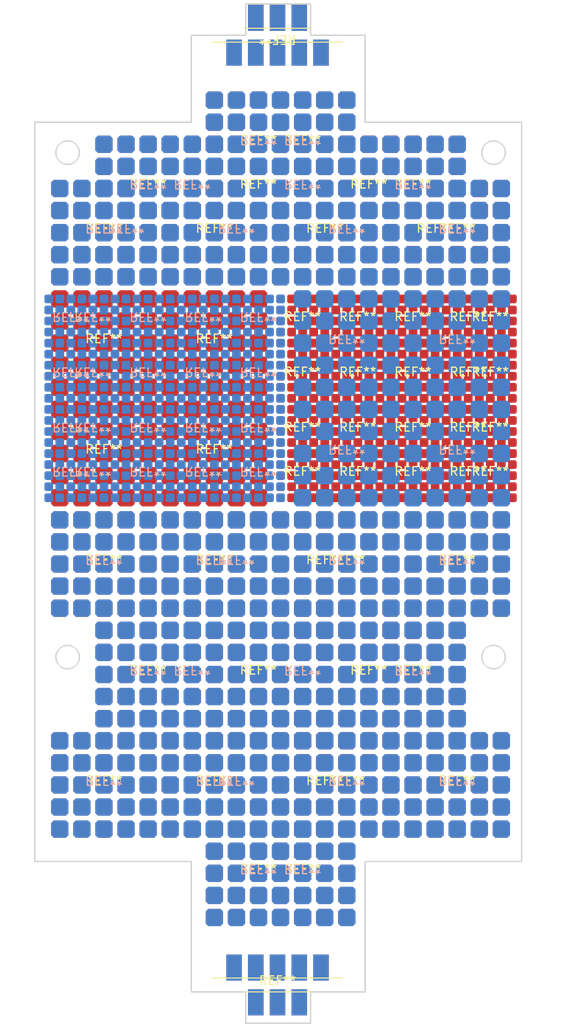
<source format=kicad_pcb>
(kicad_pcb (version 20201002) (generator pcbnew)

  (general
    (thickness 1.6)
  )

  (paper "A4")
  (layers
    (0 "F.Cu" signal)
    (31 "B.Cu" signal)
    (32 "B.Adhes" user "B.Adhesive")
    (33 "F.Adhes" user "F.Adhesive")
    (34 "B.Paste" user)
    (35 "F.Paste" user)
    (36 "B.SilkS" user "B.Silkscreen")
    (37 "F.SilkS" user "F.Silkscreen")
    (38 "B.Mask" user)
    (39 "F.Mask" user)
    (40 "Dwgs.User" user "User.Drawings")
    (41 "Cmts.User" user "User.Comments")
    (42 "Eco1.User" user "User.Eco1")
    (43 "Eco2.User" user "User.Eco2")
    (44 "Edge.Cuts" user)
    (45 "Margin" user)
    (46 "B.CrtYd" user "B.Courtyard")
    (47 "F.CrtYd" user "F.Courtyard")
    (48 "B.Fab" user)
    (49 "F.Fab" user)
  )

  (setup
    (grid_origin 150 100)
    (pcbplotparams
      (layerselection 0x00010fc_ffffffff)
      (usegerberextensions false)
      (usegerberattributes true)
      (usegerberadvancedattributes true)
      (creategerberjobfile true)
      (svguseinch false)
      (svgprecision 6)
      (excludeedgelayer true)
      (linewidth 0.100000)
      (plotframeref false)
      (viasonmask false)
      (mode 1)
      (useauxorigin false)
      (hpglpennumber 1)
      (hpglpenspeed 20)
      (hpglpendiameter 15.000000)
      (psnegative false)
      (psa4output false)
      (plotreference true)
      (plotvalue true)
      (plotinvisibletext false)
      (sketchpadsonfab false)
      (subtractmaskfromsilk false)
      (outputformat 1)
      (mirror false)
      (drillshape 0)
      (scaleselection 1)
      (outputdirectory "gerber")
    )
  )


  (net 0 "")

  (module "common_footprints:5x5_proto_array_2.54" (layer "F.Cu") (tedit 5F805ECF) (tstamp 03f0c419-f363-4824-9c5b-72a0ef71f2ed)
    (at 170.32 11.1)
    (attr through_hole)
    (fp_text reference "REF**" (at 0 -0.5 unlocked) (layer "F.SilkS")
      (effects (font (size 1 1) (thickness 0.15)))
      (tstamp 677b8e33-7818-4fd0-8959-8dfefe238472)
    )
    (fp_text value "5x5_proto_array_2.54" (at 0 1 unlocked) (layer "F.Fab") hide
      (effects (font (size 1 1) (thickness 0.15)))
      (tstamp 7392333e-15e8-4ecc-9fc7-f277072367cc)
    )
    (pad "0" smd roundrect (at -5.08 -2.54) (size 2 2) (layers "F.Cu" "F.Mask") (roundrect_rratio 0.25)
      (chamfer_ratio 0.15) (chamfer top_left top_right bottom_left bottom_right) (tstamp 1af06bd1-7ee5-4783-9134-d017c414eb76))
    (pad "0" smd roundrect (at -5.08 5.08) (size 2 2) (layers "F.Cu" "F.Mask") (roundrect_rratio 0.25)
      (chamfer_ratio 0.15) (chamfer top_left top_right bottom_left bottom_right) (tstamp 317ffa67-db69-451d-8a70-92f12214f799))
    (pad "0" smd roundrect (at -5.08 0) (size 2 2) (layers "F.Cu" "F.Mask") (roundrect_rratio 0.25)
      (chamfer_ratio 0.15) (chamfer top_left top_right bottom_left bottom_right) (tstamp 9a4e4322-d16e-43e9-9a15-4c4d2673eb98))
    (pad "0" smd roundrect (at -5.08 2.54) (size 2 2) (layers "F.Cu" "F.Mask") (roundrect_rratio 0.25)
      (chamfer_ratio 0.15) (chamfer top_left top_right bottom_left bottom_right) (tstamp d188cc9f-ba01-4825-bba7-9ec244d8e856))
    (pad "0" smd roundrect (at -5.08 -5.08) (size 2 2) (layers "F.Cu" "F.Mask") (roundrect_rratio 0.25)
      (chamfer_ratio 0.15) (chamfer top_left top_right bottom_left bottom_right) (tstamp f852351c-6655-405f-a67e-3f68ee5bc2bc))
    (pad "1" smd roundrect (at -2.54 0) (size 2 2) (layers "F.Cu" "F.Mask") (roundrect_rratio 0.25)
      (chamfer_ratio 0.15) (chamfer top_left top_right bottom_left bottom_right) (tstamp 0003f88b-17ad-4453-872f-55e80b97c9dd))
    (pad "1" smd roundrect (at -2.54 5.08) (size 2 2) (layers "F.Cu" "F.Mask") (roundrect_rratio 0.25)
      (chamfer_ratio 0.15) (chamfer top_left top_right bottom_left bottom_right) (tstamp 663a57b1-b794-4f6b-aa11-017dd1319066))
    (pad "1" smd roundrect (at -2.54 2.54) (size 2 2) (layers "F.Cu" "F.Mask") (roundrect_rratio 0.25)
      (chamfer_ratio 0.15) (chamfer top_left top_right bottom_left bottom_right) (tstamp ba2a7de6-6405-4ab7-a7d9-dbc1be2a00f7))
    (pad "1" smd roundrect (at -2.54 -5.08) (size 2 2) (layers "F.Cu" "F.Mask") (roundrect_rratio 0.25)
      (chamfer_ratio 0.15) (chamfer top_left top_right bottom_left bottom_right) (tstamp cdbf0c4a-eb9a-442d-a62b-f55b93a71087))
    (pad "1" smd roundrect (at -2.54 -2.54) (size 2 2) (layers "F.Cu" "F.Mask") (roundrect_rratio 0.25)
      (chamfer_ratio 0.15) (chamfer top_left top_right bottom_left bottom_right) (tstamp f2da938b-7767-4545-a154-59f5600d1073))
    (pad "2" smd roundrect (at 0 -5.08) (size 2 2) (layers "F.Cu" "F.Mask") (roundrect_rratio 0.25)
      (chamfer_ratio 0.15) (chamfer top_left top_right bottom_left bottom_right) (tstamp 00336bf4-9782-4763-b82a-d253e0395087))
    (pad "2" smd roundrect (at 0 5.08) (size 2 2) (layers "F.Cu" "F.Mask") (roundrect_rratio 0.25)
      (chamfer_ratio 0.15) (chamfer top_left top_right bottom_left bottom_right) (tstamp 495d9943-f133-40a9-9567-57d6e6808afa))
    (pad "2" smd roundrect (at 0 -2.54) (size 2 2) (layers "F.Cu" "F.Mask") (roundrect_rratio 0.25)
      (chamfer_ratio 0.15) (chamfer top_left top_right bottom_left bottom_right) (tstamp 4c366ce9-7d4c-4a22-a32f-fbbb2d746533))
    (pad "2" smd roundrect (at 0 2.54) (size 2 2) (layers "F.Cu" "F.Mask") (roundrect_rratio 0.25)
      (chamfer_ratio 0.15) (chamfer top_left top_right bottom_left bottom_right) (tstamp 541f82b6-128a-48ae-8f6c-538a4eb22f9b))
    (pad "2" smd roundrect (at 0 0) (size 2 2) (layers "F.Cu" "F.Mask") (roundrect_rratio 0.25)
      (chamfer_ratio 0.15) (chamfer top_left top_right bottom_left bottom_right) (tstamp 82ef851a-30cd-4825-b57a-0d7684f8c7a0))
    (pad "3" smd roundrect (at 2.54 -2.54) (size 2 2) (layers "F.Cu" "F.Mask") (roundrect_rratio 0.25)
      (chamfer_ratio 0.15) (chamfer top_left top_right bottom_left bottom_right) (tstamp 035043ec-c4bb-48b8-bfae-b7f0f18e3646))
    (pad "3" smd roundrect (at 2.54 5.08) (size 2 2) (layers "F.Cu" "F.Mask") (roundrect_rratio 0.25)
      (chamfer_ratio 0.15) (chamfer top_left top_right bottom_left bottom_right) (tstamp 326a1672-824f-4dad-b625-70a66278428b))
    (pad "3" smd roundrect (at 2.54 2.54) (size 2 2) (layers "F.Cu" "F.Mask") (roundrect_rratio 0.25)
      (chamfer_ratio 0.15) (chamfer top_left top_right bottom_left bottom_right) (tstamp 9f520d38-d4c2-4851-a8d1-3f333cab48a2))
    (pad "3" smd roundrect (at 2.54 0) (size 2 2) (layers "F.Cu" "F.Mask") (roundrect_rratio 0.25)
      (chamfer_ratio 0.15) (chamfer top_left top_right bottom_left bottom_right) (tstamp d6d09e99-21ad-4ee6-8676-10429f98a12a))
    (pad "3" smd roundrect (at 2.54 -5.08) (size 2 2) (layers "F.Cu" "F.Mask") (roundrect_rratio 0.25)
      (chamfer_ratio 0.15) (chamfer top_left top_right bottom_left bottom_right) (tstamp ed3f75d0-5c52-4286-b4d3-6680c6e93741))
    (pad "4" smd roundrect (at 5.08 2.54) (size 2 2) (layers "F.Cu" "F.Mask") (roundrect_rratio 0.25)
      (chamfer_ratio 0.15) (chamfer top_left top_right bottom_left bottom_right) (tstamp 23f475d5-1cf7-4243-95af-d255aecda90e))
    (pad "4" smd roundrect (at 5.08 -2.54) (size 2 2) (layers "F.Cu" "F.Mask") (roundrect_rratio 0.25)
      (chamfer_ratio 0.15) (chamfer top_left top_right bottom_left bottom_right) (tstamp 4410eb7e-88a6-4dce-af9a-fec5880607aa))
    (pad "4" smd roundrect (at 5.08 5.08) (size 2 2) (layers "F.Cu" "F.Mask") (roundrect_rratio 0.25)
      (chamfer_ratio 0.15) (chamfer top_left top_right bottom_left bottom_right) (tstamp bf73c5f5-7811-415d-98d0-522c8353db2b))
    (pad "4" smd roundrect (at 5.08 -5.08) (size 2 2) (layers "F.Cu" "F.Mask") (roundrect_rratio 0.25)
      (chamfer_ratio 0.15) (chamfer top_left top_right bottom_left bottom_right) (tstamp cdb7f917-8b00-425d-9fbe-39752fbe9823))
    (pad "4" smd roundrect (at 5.08 0) (size 2 2) (layers "F.Cu" "F.Mask") (roundrect_rratio 0.25)
      (chamfer_ratio 0.15) (chamfer top_left top_right bottom_left bottom_right) (tstamp fe455a10-4673-4e4b-a3c0-528dfc01d50f))
  )

  (module "common_footprints:5x5_proto_array_1.27" (layer "F.Cu") (tedit 5F805F0D) (tstamp 085d434f-68e2-4d8d-9f68-8b81b058a7d2)
    (at 171.59 27.61)
    (attr through_hole)
    (fp_text reference "REF**" (at 0 -0.5 unlocked) (layer "F.SilkS")
      (effects (font (size 1 1) (thickness 0.15)))
      (tstamp d9231b74-03d6-40e2-a359-deb61e17dab1)
    )
    (fp_text value "5x5_proto_array_1.27" (at 0 1 unlocked) (layer "F.Fab")
      (effects (font (size 1 1) (thickness 0.15)))
      (tstamp ec4b8b6b-e348-46e4-a03d-98e3a136876c)
    )
    (pad "0" smd roundrect (at -2.54 0) (size 1 1) (layers "F.Cu" "F.Mask") (roundrect_rratio 0.25)
      (chamfer_ratio 0.15) (chamfer top_left top_right bottom_left bottom_right) (tstamp 3aaa1e23-edcb-4cad-803d-e542f977d1aa))
    (pad "0" smd roundrect (at -2.54 1.27) (size 1 1) (layers "F.Cu" "F.Mask") (roundrect_rratio 0.25)
      (chamfer_ratio 0.15) (chamfer top_left top_right bottom_left bottom_right) (tstamp 615e34e3-3276-47e4-a977-78f6cb7e083c))
    (pad "0" smd roundrect (at -2.54 -1.27) (size 1 1) (layers "F.Cu" "F.Mask") (roundrect_rratio 0.25)
      (chamfer_ratio 0.15) (chamfer top_left top_right bottom_left bottom_right) (tstamp 7887ea70-a003-4f51-a31d-0262f25d3972))
    (pad "0" smd roundrect (at -2.54 -2.54) (size 1 1) (layers "F.Cu" "F.Mask") (roundrect_rratio 0.25)
      (chamfer_ratio 0.15) (chamfer top_left top_right bottom_left bottom_right) (tstamp 7bbf82b5-f6be-4c0e-9e24-b56f3a8f2fe6))
    (pad "0" smd roundrect (at -2.54 2.54) (size 1 1) (layers "F.Cu" "F.Mask") (roundrect_rratio 0.25)
      (chamfer_ratio 0.15) (chamfer top_left top_right bottom_left bottom_right) (tstamp bc81af38-3604-4cb9-8188-fa6a41b78dd8))
    (pad "1" smd roundrect (at -1.27 1.27) (size 1 1) (layers "F.Cu" "F.Mask") (roundrect_rratio 0.25)
      (chamfer_ratio 0.15) (chamfer top_left top_right bottom_left bottom_right) (tstamp 621d720a-b87c-430c-9583-dd92bad2ad87))
    (pad "1" smd roundrect (at -1.27 -1.27) (size 1 1) (layers "F.Cu" "F.Mask") (roundrect_rratio 0.25)
      (chamfer_ratio 0.15) (chamfer top_left top_right bottom_left bottom_right) (tstamp 70bf9390-4073-4d4b-bed9-2beacf40366e))
    (pad "1" smd roundrect (at -1.27 -2.54) (size 1 1) (layers "F.Cu" "F.Mask") (roundrect_rratio 0.25)
      (chamfer_ratio 0.15) (chamfer top_left top_right bottom_left bottom_right) (tstamp 8b74f55d-5184-4829-a202-24ddc38233c5))
    (pad "1" smd roundrect (at -1.27 0) (size 1 1) (layers "F.Cu" "F.Mask") (roundrect_rratio 0.25)
      (chamfer_ratio 0.15) (chamfer top_left top_right bottom_left bottom_right) (tstamp 913e3744-4610-4ef4-b792-948a34de03f6))
    (pad "1" smd roundrect (at -1.27 2.54) (size 1 1) (layers "F.Cu" "F.Mask") (roundrect_rratio 0.25)
      (chamfer_ratio 0.15) (chamfer top_left top_right bottom_left bottom_right) (tstamp ec1a2619-20f2-40b3-9c69-e2116a84ac86))
    (pad "2" smd roundrect (at 0 2.54) (size 1 1) (layers "F.Cu" "F.Mask") (roundrect_rratio 0.25)
      (chamfer_ratio 0.15) (chamfer top_left top_right bottom_left bottom_right) (tstamp 2c3dda1e-161d-4145-9e3b-322bae553de5))
    (pad "2" smd roundrect (at 0 -1.27) (size 1 1) (layers "F.Cu" "F.Mask") (roundrect_rratio 0.25)
      (chamfer_ratio 0.15) (chamfer top_left top_right bottom_left bottom_right) (tstamp 5cef90df-6f25-49dd-b560-7f288b327f3e))
    (pad "2" smd roundrect (at 0 0) (size 1 1) (layers "F.Cu" "F.Mask") (roundrect_rratio 0.25)
      (chamfer_ratio 0.15) (chamfer top_left top_right bottom_left bottom_right) (tstamp 864f78b5-8c12-4b94-ac92-0ed31bca07f0))
    (pad "2" smd roundrect (at 0 -2.54) (size 1 1) (layers "F.Cu" "F.Mask") (roundrect_rratio 0.25)
      (chamfer_ratio 0.15) (chamfer top_left top_right bottom_left bottom_right) (tstamp e27b12aa-f8d4-4153-9ae6-5cd6bbdcb821))
    (pad "2" smd roundrect (at 0 1.27) (size 1 1) (layers "F.Cu" "F.Mask") (roundrect_rratio 0.25)
      (chamfer_ratio 0.15) (chamfer top_left top_right bottom_left bottom_right) (tstamp fcec6cce-f495-4924-9de3-59635d4d1566))
    (pad "3" smd roundrect (at 1.27 2.54) (size 1 1) (layers "F.Cu" "F.Mask") (roundrect_rratio 0.25)
      (chamfer_ratio 0.15) (chamfer top_left top_right bottom_left bottom_right) (tstamp 40636b42-5dca-4cfb-b1d3-54cccb86dd03))
    (pad "3" smd roundrect (at 1.27 1.27) (size 1 1) (layers "F.Cu" "F.Mask") (roundrect_rratio 0.25)
      (chamfer_ratio 0.15) (chamfer top_left top_right bottom_left bottom_right) (tstamp 49222b21-84fa-4ef0-8be8-32e253d929fe))
    (pad "3" smd roundrect (at 1.27 -1.27) (size 1 1) (layers "F.Cu" "F.Mask") (roundrect_rratio 0.25)
      (chamfer_ratio 0.15) (chamfer top_left top_right bottom_left bottom_right) (tstamp 4ab04b3e-b668-4959-9140-34273cd493e2))
    (pad "3" smd roundrect (at 1.27 0) (size 1 1) (layers "F.Cu" "F.Mask") (roundrect_rratio 0.25)
      (chamfer_ratio 0.15) (chamfer top_left top_right bottom_left bottom_right) (tstamp 51ef3113-5d8d-4a17-b281-4d2bbbb58756))
    (pad "3" smd roundrect (at 1.27 -2.54) (size 1 1) (layers "F.Cu" "F.Mask") (roundrect_rratio 0.25)
      (chamfer_ratio 0.15) (chamfer top_left top_right bottom_left bottom_right) (tstamp 899d5c4b-17e1-4953-8933-fbdbd6b302e7))
    (pad "4" smd roundrect (at 2.54 0) (size 1 1) (layers "F.Cu" "F.Mask") (roundrect_rratio 0.25)
      (chamfer_ratio 0.15) (chamfer top_left top_right bottom_left bottom_right) (tstamp d6c1441e-e40a-451c-bab1-0bc546ec50b7))
    (pad "4" smd roundrect (at 2.54 -2.54) (size 1 1) (layers "F.Cu" "F.Mask") (roundrect_rratio 0.25)
      (chamfer_ratio 0.15) (chamfer top_left top_right bottom_left bottom_right) (tstamp dc6da4a0-9273-4005-b8ad-dce86a063fc0))
    (pad "4" smd roundrect (at 2.54 1.27) (size 1 1) (layers "F.Cu" "F.Mask") (roundrect_rratio 0.25)
      (chamfer_ratio 0.15) (chamfer top_left top_right bottom_left bottom_right) (tstamp e358eb55-4ec2-4576-a3b8-03c025f5898b))
    (pad "4" smd roundrect (at 2.54 2.54) (size 1 1) (layers "F.Cu" "F.Mask") (roundrect_rratio 0.25)
      (chamfer_ratio 0.15) (chamfer top_left top_right bottom_left bottom_right) (tstamp e9737584-f392-46f3-aac4-4748a6f4dcc5))
    (pad "4" smd roundrect (at 2.54 -1.27) (size 1 1) (layers "F.Cu" "F.Mask") (roundrect_rratio 0.25)
      (chamfer_ratio 0.15) (chamfer top_left top_right bottom_left bottom_right) (tstamp ed9056fb-3ef8-4259-9c95-3bf2840d06d2))
  )

  (module "common_footprints:5x5_proto_array_1.27" (layer "F.Cu") (tedit 5F805F0D) (tstamp 0e32df20-9abb-462d-a381-236ebabbfafd)
    (at 174.13 39.04)
    (attr through_hole)
    (fp_text reference "REF**" (at 0 -0.5 unlocked) (layer "F.SilkS")
      (effects (font (size 1 1) (thickness 0.15)))
      (tstamp 6ea60720-d087-472d-b01b-f4f8b17bd218)
    )
    (fp_text value "5x5_proto_array_1.27" (at 0 1 unlocked) (layer "F.Fab")
      (effects (font (size 1 1) (thickness 0.15)))
      (tstamp 494351ca-839a-4bed-8d0e-e98416d48dd5)
    )
    (pad "0" smd roundrect (at -2.54 2.54) (size 1 1) (layers "F.Cu" "F.Mask") (roundrect_rratio 0.25)
      (chamfer_ratio 0.15) (chamfer top_left top_right bottom_left bottom_right) (tstamp 05537ecc-79a4-4365-824a-a01796bd64ed))
    (pad "0" smd roundrect (at -2.54 -1.27) (size 1 1) (layers "F.Cu" "F.Mask") (roundrect_rratio 0.25)
      (chamfer_ratio 0.15) (chamfer top_left top_right bottom_left bottom_right) (tstamp 41a6a3e7-7f72-46a4-a980-a27952832f8c))
    (pad "0" smd roundrect (at -2.54 0) (size 1 1) (layers "F.Cu" "F.Mask") (roundrect_rratio 0.25)
      (chamfer_ratio 0.15) (chamfer top_left top_right bottom_left bottom_right) (tstamp 4f054c11-6fcf-4240-ab75-d3c6e64be329))
    (pad "0" smd roundrect (at -2.54 1.27) (size 1 1) (layers "F.Cu" "F.Mask") (roundrect_rratio 0.25)
      (chamfer_ratio 0.15) (chamfer top_left top_right bottom_left bottom_right) (tstamp 8d22e8ff-17fe-480d-bb33-098b66ad5988))
    (pad "0" smd roundrect (at -2.54 -2.54) (size 1 1) (layers "F.Cu" "F.Mask") (roundrect_rratio 0.25)
      (chamfer_ratio 0.15) (chamfer top_left top_right bottom_left bottom_right) (tstamp bfda733a-4772-4c42-9e86-a54d869e3f27))
    (pad "1" smd roundrect (at -1.27 0) (size 1 1) (layers "F.Cu" "F.Mask") (roundrect_rratio 0.25)
      (chamfer_ratio 0.15) (chamfer top_left top_right bottom_left bottom_right) (tstamp 365eed35-054f-47e4-8fc9-5344c98e3ca9))
    (pad "1" smd roundrect (at -1.27 2.54) (size 1 1) (layers "F.Cu" "F.Mask") (roundrect_rratio 0.25)
      (chamfer_ratio 0.15) (chamfer top_left top_right bottom_left bottom_right) (tstamp 703a1055-77ca-49ce-bdc9-ce5d8f21fb61))
    (pad "1" smd roundrect (at -1.27 -1.27) (size 1 1) (layers "F.Cu" "F.Mask") (roundrect_rratio 0.25)
      (chamfer_ratio 0.15) (chamfer top_left top_right bottom_left bottom_right) (tstamp d02b1aaf-4e4b-4f0a-88bc-0b9b4ebe1a7f))
    (pad "1" smd roundrect (at -1.27 -2.54) (size 1 1) (layers "F.Cu" "F.Mask") (roundrect_rratio 0.25)
      (chamfer_ratio 0.15) (chamfer top_left top_right bottom_left bottom_right) (tstamp e84eab4a-6a41-431e-8f1c-547f693ca826))
    (pad "1" smd roundrect (at -1.27 1.27) (size 1 1) (layers "F.Cu" "F.Mask") (roundrect_rratio 0.25)
      (chamfer_ratio 0.15) (chamfer top_left top_right bottom_left bottom_right) (tstamp e88d18e3-2d75-40aa-957a-248d28d7a0af))
    (pad "2" smd roundrect (at 0 -2.54) (size 1 1) (layers "F.Cu" "F.Mask") (roundrect_rratio 0.25)
      (chamfer_ratio 0.15) (chamfer top_left top_right bottom_left bottom_right) (tstamp 255dbea8-bb9c-457c-95bb-48bdad3d9244))
    (pad "2" smd roundrect (at 0 1.27) (size 1 1) (layers "F.Cu" "F.Mask") (roundrect_rratio 0.25)
      (chamfer_ratio 0.15) (chamfer top_left top_right bottom_left bottom_right) (tstamp 5e942640-b3d1-4038-99fa-3e580c6ff169))
    (pad "2" smd roundrect (at 0 0) (size 1 1) (layers "F.Cu" "F.Mask") (roundrect_rratio 0.25)
      (chamfer_ratio 0.15) (chamfer top_left top_right bottom_left bottom_right) (tstamp c661cc5f-ca1e-44c7-b04b-e09e7aeb00bf))
    (pad "2" smd roundrect (at 0 2.54) (size 1 1) (layers "F.Cu" "F.Mask") (roundrect_rratio 0.25)
      (chamfer_ratio 0.15) (chamfer top_left top_right bottom_left bottom_right) (tstamp d0a46354-5427-4d9d-89ac-49ff6525a9f5))
    (pad "2" smd roundrect (at 0 -1.27) (size 1 1) (layers "F.Cu" "F.Mask") (roundrect_rratio 0.25)
      (chamfer_ratio 0.15) (chamfer top_left top_right bottom_left bottom_right) (tstamp f9065002-bc79-4c0a-98a4-ec0e61671b19))
    (pad "3" smd roundrect (at 1.27 0) (size 1 1) (layers "F.Cu" "F.Mask") (roundrect_rratio 0.25)
      (chamfer_ratio 0.15) (chamfer top_left top_right bottom_left bottom_right) (tstamp 23891fb1-5839-4a50-a53a-f3dd33846c8e))
    (pad "3" smd roundrect (at 1.27 -1.27) (size 1 1) (layers "F.Cu" "F.Mask") (roundrect_rratio 0.25)
      (chamfer_ratio 0.15) (chamfer top_left top_right bottom_left bottom_right) (tstamp 397be432-a3af-4d88-89cd-53440b87658f))
    (pad "3" smd roundrect (at 1.27 -2.54) (size 1 1) (layers "F.Cu" "F.Mask") (roundrect_rratio 0.25)
      (chamfer_ratio 0.15) (chamfer top_left top_right bottom_left bottom_right) (tstamp 5654ddac-4608-4ea9-9323-0c3c70dc6f01))
    (pad "3" smd roundrect (at 1.27 2.54) (size 1 1) (layers "F.Cu" "F.Mask") (roundrect_rratio 0.25)
      (chamfer_ratio 0.15) (chamfer top_left top_right bottom_left bottom_right) (tstamp 6cc4f5fd-22a9-4b27-9dec-8a343e411a5d))
    (pad "3" smd roundrect (at 1.27 1.27) (size 1 1) (layers "F.Cu" "F.Mask") (roundrect_rratio 0.25)
      (chamfer_ratio 0.15) (chamfer top_left top_right bottom_left bottom_right) (tstamp fa217a6c-f910-4838-b24f-18b248d3d12c))
    (pad "4" smd roundrect (at 2.54 -2.54) (size 1 1) (layers "F.Cu" "F.Mask") (roundrect_rratio 0.25)
      (chamfer_ratio 0.15) (chamfer top_left top_right bottom_left bottom_right) (tstamp 13d74974-2b4e-4d85-9a88-88e4178df65e))
    (pad "4" smd roundrect (at 2.54 0) (size 1 1) (layers "F.Cu" "F.Mask") (roundrect_rratio 0.25)
      (chamfer_ratio 0.15) (chamfer top_left top_right bottom_left bottom_right) (tstamp 482ed04b-2942-42f1-9a76-4c2ada59c671))
    (pad "4" smd roundrect (at 2.54 -1.27) (size 1 1) (layers "F.Cu" "F.Mask") (roundrect_rratio 0.25)
      (chamfer_ratio 0.15) (chamfer top_left top_right bottom_left bottom_right) (tstamp 906725c9-ee8d-4b0f-b1dc-2f830b037427))
    (pad "4" smd roundrect (at 2.54 2.54) (size 1 1) (layers "F.Cu" "F.Mask") (roundrect_rratio 0.25)
      (chamfer_ratio 0.15) (chamfer top_left top_right bottom_left bottom_right) (tstamp aba6e2a0-e219-465c-9d2f-8682b407f600))
    (pad "4" smd roundrect (at 2.54 1.27) (size 1 1) (layers "F.Cu" "F.Mask") (roundrect_rratio 0.25)
      (chamfer_ratio 0.15) (chamfer top_left top_right bottom_left bottom_right) (tstamp f9f3a4e8-5e22-48af-a37f-09f6bffe239b))
  )

  (module "common_footprints:5x5_proto_array_1.27" (layer "F.Cu") (tedit 5F805F0D) (tstamp 10aaa1af-7fd1-4708-80f3-b832c3924c91)
    (at 171.59 39.04)
    (attr through_hole)
    (fp_text reference "REF**" (at 0 -0.5 unlocked) (layer "F.SilkS")
      (effects (font (size 1 1) (thickness 0.15)))
      (tstamp 38927db9-61ba-4dc8-9c35-4571a9731e2d)
    )
    (fp_text value "5x5_proto_array_1.27" (at 0 1 unlocked) (layer "F.Fab")
      (effects (font (size 1 1) (thickness 0.15)))
      (tstamp 5bf7c21b-ca2f-48d7-86bb-695c5dc0d14f)
    )
    (pad "0" smd roundrect (at -2.54 -1.27) (size 1 1) (layers "F.Cu" "F.Mask") (roundrect_rratio 0.25)
      (chamfer_ratio 0.15) (chamfer top_left top_right bottom_left bottom_right) (tstamp 5e86a352-f5d4-45a6-a463-7c81d58417e0))
    (pad "0" smd roundrect (at -2.54 -2.54) (size 1 1) (layers "F.Cu" "F.Mask") (roundrect_rratio 0.25)
      (chamfer_ratio 0.15) (chamfer top_left top_right bottom_left bottom_right) (tstamp 5f1d181b-3462-47a9-b000-25ec7825c3cd))
    (pad "0" smd roundrect (at -2.54 0) (size 1 1) (layers "F.Cu" "F.Mask") (roundrect_rratio 0.25)
      (chamfer_ratio 0.15) (chamfer top_left top_right bottom_left bottom_right) (tstamp 86cf9bad-5ede-4383-984a-13666dc6dd91))
    (pad "0" smd roundrect (at -2.54 1.27) (size 1 1) (layers "F.Cu" "F.Mask") (roundrect_rratio 0.25)
      (chamfer_ratio 0.15) (chamfer top_left top_right bottom_left bottom_right) (tstamp 9478cae7-3883-4eb5-a7f5-e417533d75aa))
    (pad "0" smd roundrect (at -2.54 2.54) (size 1 1) (layers "F.Cu" "F.Mask") (roundrect_rratio 0.25)
      (chamfer_ratio 0.15) (chamfer top_left top_right bottom_left bottom_right) (tstamp bdb3e6dd-3d21-48dd-83b9-575c0618cdcf))
    (pad "1" smd roundrect (at -1.27 -2.54) (size 1 1) (layers "F.Cu" "F.Mask") (roundrect_rratio 0.25)
      (chamfer_ratio 0.15) (chamfer top_left top_right bottom_left bottom_right) (tstamp 18c9295e-7fff-4fc8-83d3-8ab5a6039cd4))
    (pad "1" smd roundrect (at -1.27 2.54) (size 1 1) (layers "F.Cu" "F.Mask") (roundrect_rratio 0.25)
      (chamfer_ratio 0.15) (chamfer top_left top_right bottom_left bottom_right) (tstamp 404bc5c2-bb39-4821-87bf-5669623148d2))
    (pad "1" smd roundrect (at -1.27 1.27) (size 1 1) (layers "F.Cu" "F.Mask") (roundrect_rratio 0.25)
      (chamfer_ratio 0.15) (chamfer top_left top_right bottom_left bottom_right) (tstamp 611aa115-11e5-44c6-9078-ae0f518f0a8d))
    (pad "1" smd roundrect (at -1.27 0) (size 1 1) (layers "F.Cu" "F.Mask") (roundrect_rratio 0.25)
      (chamfer_ratio 0.15) (chamfer top_left top_right bottom_left bottom_right) (tstamp b40dca5b-6309-48ec-8d50-a26a6fab386f))
    (pad "1" smd roundrect (at -1.27 -1.27) (size 1 1) (layers "F.Cu" "F.Mask") (roundrect_rratio 0.25)
      (chamfer_ratio 0.15) (chamfer top_left top_right bottom_left bottom_right) (tstamp f52083bb-d2d2-4b84-abce-9325e3ce2b88))
    (pad "2" smd roundrect (at 0 0) (size 1 1) (layers "F.Cu" "F.Mask") (roundrect_rratio 0.25)
      (chamfer_ratio 0.15) (chamfer top_left top_right bottom_left bottom_right) (tstamp 1146b8d6-153f-46d0-89d5-4c6a37997dc2))
    (pad "2" smd roundrect (at 0 -1.27) (size 1 1) (layers "F.Cu" "F.Mask") (roundrect_rratio 0.25)
      (chamfer_ratio 0.15) (chamfer top_left top_right bottom_left bottom_right) (tstamp 2a0345be-04f6-4e22-8b73-9838a82206e9))
    (pad "2" smd roundrect (at 0 -2.54) (size 1 1) (layers "F.Cu" "F.Mask") (roundrect_rratio 0.25)
      (chamfer_ratio 0.15) (chamfer top_left top_right bottom_left bottom_right) (tstamp 3d4e9ea6-e264-45b8-9009-b91ad3f84f2c))
    (pad "2" smd roundrect (at 0 2.54) (size 1 1) (layers "F.Cu" "F.Mask") (roundrect_rratio 0.25)
      (chamfer_ratio 0.15) (chamfer top_left top_right bottom_left bottom_right) (tstamp acf8d154-bd80-4426-bad9-de66ecc702f4))
    (pad "2" smd roundrect (at 0 1.27) (size 1 1) (layers "F.Cu" "F.Mask") (roundrect_rratio 0.25)
      (chamfer_ratio 0.15) (chamfer top_left top_right bottom_left bottom_right) (tstamp af715ee3-90c6-4585-a266-8336d4db342c))
    (pad "3" smd roundrect (at 1.27 2.54) (size 1 1) (layers "F.Cu" "F.Mask") (roundrect_rratio 0.25)
      (chamfer_ratio 0.15) (chamfer top_left top_right bottom_left bottom_right) (tstamp 09042008-af8c-452a-808e-b235bfd18c65))
    (pad "3" smd roundrect (at 1.27 -2.54) (size 1 1) (layers "F.Cu" "F.Mask") (roundrect_rratio 0.25)
      (chamfer_ratio 0.15) (chamfer top_left top_right bottom_left bottom_right) (tstamp 4e5298eb-2359-4c98-910b-7ea474156674))
    (pad "3" smd roundrect (at 1.27 1.27) (size 1 1) (layers "F.Cu" "F.Mask") (roundrect_rratio 0.25)
      (chamfer_ratio 0.15) (chamfer top_left top_right bottom_left bottom_right) (tstamp 66ef61ca-122f-4cf7-9226-ff40bfe99672))
    (pad "3" smd roundrect (at 1.27 0) (size 1 1) (layers "F.Cu" "F.Mask") (roundrect_rratio 0.25)
      (chamfer_ratio 0.15) (chamfer top_left top_right bottom_left bottom_right) (tstamp bc8ba716-2b98-4f1d-aee7-4b1cd4174243))
    (pad "3" smd roundrect (at 1.27 -1.27) (size 1 1) (layers "F.Cu" "F.Mask") (roundrect_rratio 0.25)
      (chamfer_ratio 0.15) (chamfer top_left top_right bottom_left bottom_right) (tstamp f8b57e15-2a49-4aa5-9833-073458128c48))
    (pad "4" smd roundrect (at 2.54 1.27) (size 1 1) (layers "F.Cu" "F.Mask") (roundrect_rratio 0.25)
      (chamfer_ratio 0.15) (chamfer top_left top_right bottom_left bottom_right) (tstamp 127e69e9-fafe-40a4-8108-823fa88e5362))
    (pad "4" smd roundrect (at 2.54 0) (size 1 1) (layers "F.Cu" "F.Mask") (roundrect_rratio 0.25)
      (chamfer_ratio 0.15) (chamfer top_left top_right bottom_left bottom_right) (tstamp 56b68490-c061-4149-8354-135f321bb0d6))
    (pad "4" smd roundrect (at 2.54 -1.27) (size 1 1) (layers "F.Cu" "F.Mask") (roundrect_rratio 0.25)
      (chamfer_ratio 0.15) (chamfer top_left top_right bottom_left bottom_right) (tstamp 75fe44e9-1dcd-4f65-bcb8-2b24d9431870))
    (pad "4" smd roundrect (at 2.54 -2.54) (size 1 1) (layers "F.Cu" "F.Mask") (roundrect_rratio 0.25)
      (chamfer_ratio 0.15) (chamfer top_left top_right bottom_left bottom_right) (tstamp b11dcbcc-6a74-439a-a971-b3c9565328ca))
    (pad "4" smd roundrect (at 2.54 2.54) (size 1 1) (layers "F.Cu" "F.Mask") (roundrect_rratio 0.25)
      (chamfer_ratio 0.15) (chamfer top_left top_right bottom_left bottom_right) (tstamp f06982d1-81da-4b80-a256-6ed7f29ee8e6))
  )

  (module "common_footprints:5x5_proto_array_1.27" (layer "F.Cu") (tedit 5F805F0D) (tstamp 10e2a474-9ba5-4941-b134-7fe570b9e7fb)
    (at 174.13 21.26)
    (attr through_hole)
    (fp_text reference "REF**" (at 0 -0.5 unlocked) (layer "F.SilkS")
      (effects (font (size 1 1) (thickness 0.15)))
      (tstamp 1e540c91-6873-4b0a-83a8-cd8d85c91f16)
    )
    (fp_text value "5x5_proto_array_1.27" (at 0 1 unlocked) (layer "F.Fab")
      (effects (font (size 1 1) (thickness 0.15)))
      (tstamp 99f59330-8718-4acb-b7b8-f1a1c6fee8bf)
    )
    (pad "0" smd roundrect (at -2.54 0) (size 1 1) (layers "F.Cu" "F.Mask") (roundrect_rratio 0.25)
      (chamfer_ratio 0.15) (chamfer top_left top_right bottom_left bottom_right) (tstamp 002e77fa-c214-4341-b13b-21c19c12d86e))
    (pad "0" smd roundrect (at -2.54 -2.54) (size 1 1) (layers "F.Cu" "F.Mask") (roundrect_rratio 0.25)
      (chamfer_ratio 0.15) (chamfer top_left top_right bottom_left bottom_right) (tstamp 686d8386-5d99-482e-8eb9-af44998d2e3e))
    (pad "0" smd roundrect (at -2.54 1.27) (size 1 1) (layers "F.Cu" "F.Mask") (roundrect_rratio 0.25)
      (chamfer_ratio 0.15) (chamfer top_left top_right bottom_left bottom_right) (tstamp 691f8a61-0e98-4d1b-9e83-8575309490ba))
    (pad "0" smd roundrect (at -2.54 -1.27) (size 1 1) (layers "F.Cu" "F.Mask") (roundrect_rratio 0.25)
      (chamfer_ratio 0.15) (chamfer top_left top_right bottom_left bottom_right) (tstamp cf03a01c-e560-491f-83d3-694af12dd8ec))
    (pad "0" smd roundrect (at -2.54 2.54) (size 1 1) (layers "F.Cu" "F.Mask") (roundrect_rratio 0.25)
      (chamfer_ratio 0.15) (chamfer top_left top_right bottom_left bottom_right) (tstamp d5167277-28ed-45ab-ade9-a67188174a5b))
    (pad "1" smd roundrect (at -1.27 2.54) (size 1 1) (layers "F.Cu" "F.Mask") (roundrect_rratio 0.25)
      (chamfer_ratio 0.15) (chamfer top_left top_right bottom_left bottom_right) (tstamp 45f102c4-c818-44e8-bfa7-eb2c307af6c9))
    (pad "1" smd roundrect (at -1.27 1.27) (size 1 1) (layers "F.Cu" "F.Mask") (roundrect_rratio 0.25)
      (chamfer_ratio 0.15) (chamfer top_left top_right bottom_left bottom_right) (tstamp 8bd12a5a-1a3d-4a66-abc7-e40384efe1b7))
    (pad "1" smd roundrect (at -1.27 0) (size 1 1) (layers "F.Cu" "F.Mask") (roundrect_rratio 0.25)
      (chamfer_ratio 0.15) (chamfer top_left top_right bottom_left bottom_right) (tstamp c94a4c18-ef94-46a3-8281-a87d1b79f82f))
    (pad "1" smd roundrect (at -1.27 -2.54) (size 1 1) (layers "F.Cu" "F.Mask") (roundrect_rratio 0.25)
      (chamfer_ratio 0.15) (chamfer top_left top_right bottom_left bottom_right) (tstamp d7c2c998-dffa-4eb2-a8cd-67a586b984fd))
    (pad "1" smd roundrect (at -1.27 -1.27) (size 1 1) (layers "F.Cu" "F.Mask") (roundrect_rratio 0.25)
      (chamfer_ratio 0.15) (chamfer top_left top_right bottom_left bottom_right) (tstamp eb34c0f4-68f9-46ba-ad54-db424d75a17b))
    (pad "2" smd roundrect (at 0 0) (size 1 1) (layers "F.Cu" "F.Mask") (roundrect_rratio 0.25)
      (chamfer_ratio 0.15) (chamfer top_left top_right bottom_left bottom_right) (tstamp 172a0439-1e48-41f7-ae81-c6e85455bacf))
    (pad "2" smd roundrect (at 0 2.54) (size 1 1) (layers "F.Cu" "F.Mask") (roundrect_rratio 0.25)
      (chamfer_ratio 0.15) (chamfer top_left top_right bottom_left bottom_right) (tstamp 7896fd43-fda5-498f-80d8-5dd3b5138815))
    (pad "2" smd roundrect (at 0 -2.54) (size 1 1) (layers "F.Cu" "F.Mask") (roundrect_rratio 0.25)
      (chamfer_ratio 0.15) (chamfer top_left top_right bottom_left bottom_right) (tstamp cab40b71-9088-4c76-ae88-4fc71e510ae3))
    (pad "2" smd roundrect (at 0 1.27) (size 1 1) (layers "F.Cu" "F.Mask") (roundrect_rratio 0.25)
      (chamfer_ratio 0.15) (chamfer top_left top_right bottom_left bottom_right) (tstamp cd4eb639-d293-4af8-85df-387ab0ef9ad7))
    (pad "2" smd roundrect (at 0 -1.27) (size 1 1) (layers "F.Cu" "F.Mask") (roundrect_rratio 0.25)
      (chamfer_ratio 0.15) (chamfer top_left top_right bottom_left bottom_right) (tstamp ff0288d0-472b-4c37-9596-a588acaca085))
    (pad "3" smd roundrect (at 1.27 1.27) (size 1 1) (layers "F.Cu" "F.Mask") (roundrect_rratio 0.25)
      (chamfer_ratio 0.15) (chamfer top_left top_right bottom_left bottom_right) (tstamp 12e6415e-b943-4a7c-a348-0be25c184b02))
    (pad "3" smd roundrect (at 1.27 0) (size 1 1) (layers "F.Cu" "F.Mask") (roundrect_rratio 0.25)
      (chamfer_ratio 0.15) (chamfer top_left top_right bottom_left bottom_right) (tstamp 62e19a10-d77b-40c8-81f6-e1d58772e0c6))
    (pad "3" smd roundrect (at 1.27 2.54) (size 1 1) (layers "F.Cu" "F.Mask") (roundrect_rratio 0.25)
      (chamfer_ratio 0.15) (chamfer top_left top_right bottom_left bottom_right) (tstamp 979417bf-1e3f-4f5d-b9b9-5ce3b06f5514))
    (pad "3" smd roundrect (at 1.27 -2.54) (size 1 1) (layers "F.Cu" "F.Mask") (roundrect_rratio 0.25)
      (chamfer_ratio 0.15) (chamfer top_left top_right bottom_left bottom_right) (tstamp b2492e16-6e33-412c-a2c6-8d043a73c5da))
    (pad "3" smd roundrect (at 1.27 -1.27) (size 1 1) (layers "F.Cu" "F.Mask") (roundrect_rratio 0.25)
      (chamfer_ratio 0.15) (chamfer top_left top_right bottom_left bottom_right) (tstamp ce35855f-acf2-4d07-90b2-078ee1f72047))
    (pad "4" smd roundrect (at 2.54 1.27) (size 1 1) (layers "F.Cu" "F.Mask") (roundrect_rratio 0.25)
      (chamfer_ratio 0.15) (chamfer top_left top_right bottom_left bottom_right) (tstamp 15baabba-57a7-49a5-8fac-b988a16fda33))
    (pad "4" smd roundrect (at 2.54 -2.54) (size 1 1) (layers "F.Cu" "F.Mask") (roundrect_rratio 0.25)
      (chamfer_ratio 0.15) (chamfer top_left top_right bottom_left bottom_right) (tstamp 766afc01-e5b9-4352-b9d6-e9c5955ea164))
    (pad "4" smd roundrect (at 2.54 0) (size 1 1) (layers "F.Cu" "F.Mask") (roundrect_rratio 0.25)
      (chamfer_ratio 0.15) (chamfer top_left top_right bottom_left bottom_right) (tstamp bee384c9-2b27-43a0-b6d4-ccf616afe221))
    (pad "4" smd roundrect (at 2.54 -1.27) (size 1 1) (layers "F.Cu" "F.Mask") (roundrect_rratio 0.25)
      (chamfer_ratio 0.15) (chamfer top_left top_right bottom_left bottom_right) (tstamp cefea6fd-2fa4-466d-b8c2-38dc9a1ffe13))
    (pad "4" smd roundrect (at 2.54 2.54) (size 1 1) (layers "F.Cu" "F.Mask") (roundrect_rratio 0.25)
      (chamfer_ratio 0.15) (chamfer top_left top_right bottom_left bottom_right) (tstamp dec69286-a05e-4296-9963-56a99f39d6ed))
  )

  (module "common_footprints:5x5_proto_array_2.54" (layer "F.Cu") (tedit 5F805ECF) (tstamp 17dd19ff-e834-497a-a6bd-3f02257a9e94)
    (at 160.16 61.9)
    (attr through_hole)
    (fp_text reference "REF**" (at 0 -0.5 unlocked) (layer "F.SilkS")
      (effects (font (size 1 1) (thickness 0.15)))
      (tstamp 6d99d5fe-7d19-4552-a939-69ba0e117bc0)
    )
    (fp_text value "5x5_proto_array_2.54" (at 0 1 unlocked) (layer "F.Fab") hide
      (effects (font (size 1 1) (thickness 0.15)))
      (tstamp 9a032d5d-8dc4-4daa-9fcf-88169cd7c1e1)
    )
    (pad "0" smd roundrect (at -5.08 0) (size 2 2) (layers "F.Cu" "F.Mask") (roundrect_rratio 0.25)
      (chamfer_ratio 0.15) (chamfer top_left top_right bottom_left bottom_right) (tstamp 23ebe01c-53c0-4d4b-aa9f-e7fe7683698d))
    (pad "0" smd roundrect (at -5.08 -5.08) (size 2 2) (layers "F.Cu" "F.Mask") (roundrect_rratio 0.25)
      (chamfer_ratio 0.15) (chamfer top_left top_right bottom_left bottom_right) (tstamp 2c653c82-7965-4400-a049-095a2a6ddca1))
    (pad "0" smd roundrect (at -5.08 -2.54) (size 2 2) (layers "F.Cu" "F.Mask") (roundrect_rratio 0.25)
      (chamfer_ratio 0.15) (chamfer top_left top_right bottom_left bottom_right) (tstamp 6c9d8945-fb2f-49d5-a7bd-e3081be9e4a7))
    (pad "0" smd roundrect (at -5.08 2.54) (size 2 2) (layers "F.Cu" "F.Mask") (roundrect_rratio 0.25)
      (chamfer_ratio 0.15) (chamfer top_left top_right bottom_left bottom_right) (tstamp b30ebff8-b542-4182-866e-1c15f7ba4312))
    (pad "0" smd roundrect (at -5.08 5.08) (size 2 2) (layers "F.Cu" "F.Mask") (roundrect_rratio 0.25)
      (chamfer_ratio 0.15) (chamfer top_left top_right bottom_left bottom_right) (tstamp eabdd8dd-5568-49b5-9a2c-ad94c5993fe3))
    (pad "1" smd roundrect (at -2.54 2.54) (size 2 2) (layers "F.Cu" "F.Mask") (roundrect_rratio 0.25)
      (chamfer_ratio 0.15) (chamfer top_left top_right bottom_left bottom_right) (tstamp 05e79084-204b-49f4-8f9b-89d1a4a6006d))
    (pad "1" smd roundrect (at -2.54 5.08) (size 2 2) (layers "F.Cu" "F.Mask") (roundrect_rratio 0.25)
      (chamfer_ratio 0.15) (chamfer top_left top_right bottom_left bottom_right) (tstamp 7a31beef-fbbc-4748-bf0c-f1e68c1f6b96))
    (pad "1" smd roundrect (at -2.54 -2.54) (size 2 2) (layers "F.Cu" "F.Mask") (roundrect_rratio 0.25)
      (chamfer_ratio 0.15) (chamfer top_left top_right bottom_left bottom_right) (tstamp a7151c41-0055-4e88-aef8-f2daa05bfb24))
    (pad "1" smd roundrect (at -2.54 -5.08) (size 2 2) (layers "F.Cu" "F.Mask") (roundrect_rratio 0.25)
      (chamfer_ratio 0.15) (chamfer top_left top_right bottom_left bottom_right) (tstamp b00cf3b3-7bde-49d8-8d3f-8a459a2e758b))
    (pad "1" smd roundrect (at -2.54 0) (size 2 2) (layers "F.Cu" "F.Mask") (roundrect_rratio 0.25)
      (chamfer_ratio 0.15) (chamfer top_left top_right bottom_left bottom_right) (tstamp e5a87a35-2396-43eb-8b22-94bc3d4b15a9))
    (pad "2" smd roundrect (at 0 5.08) (size 2 2) (layers "F.Cu" "F.Mask") (roundrect_rratio 0.25)
      (chamfer_ratio 0.15) (chamfer top_left top_right bottom_left bottom_right) (tstamp 140c2567-388c-4478-a747-25768b9ea2af))
    (pad "2" smd roundrect (at 0 -5.08) (size 2 2) (layers "F.Cu" "F.Mask") (roundrect_rratio 0.25)
      (chamfer_ratio 0.15) (chamfer top_left top_right bottom_left bottom_right) (tstamp 1575c8b6-8464-4929-a5d8-edaf84a11515))
    (pad "2" smd roundrect (at 0 0) (size 2 2) (layers "F.Cu" "F.Mask") (roundrect_rratio 0.25)
      (chamfer_ratio 0.15) (chamfer top_left top_right bottom_left bottom_right) (tstamp 1bbcfdd6-57b7-40a0-b53a-64853201a11a))
    (pad "2" smd roundrect (at 0 2.54) (size 2 2) (layers "F.Cu" "F.Mask") (roundrect_rratio 0.25)
      (chamfer_ratio 0.15) (chamfer top_left top_right bottom_left bottom_right) (tstamp 35d8c876-7547-447f-98b0-aca9ffb7955a))
    (pad "2" smd roundrect (at 0 -2.54) (size 2 2) (layers "F.Cu" "F.Mask") (roundrect_rratio 0.25)
      (chamfer_ratio 0.15) (chamfer top_left top_right bottom_left bottom_right) (tstamp 735d01ff-34e5-435e-9d04-92899c923604))
    (pad "3" smd roundrect (at 2.54 5.08) (size 2 2) (layers "F.Cu" "F.Mask") (roundrect_rratio 0.25)
      (chamfer_ratio 0.15) (chamfer top_left top_right bottom_left bottom_right) (tstamp 0a5c3443-24de-48b2-a9ef-680f9f231bac))
    (pad "3" smd roundrect (at 2.54 2.54) (size 2 2) (layers "F.Cu" "F.Mask") (roundrect_rratio 0.25)
      (chamfer_ratio 0.15) (chamfer top_left top_right bottom_left bottom_right) (tstamp 5c66a0de-d78f-442e-a04d-b87092898c20))
    (pad "3" smd roundrect (at 2.54 0) (size 2 2) (layers "F.Cu" "F.Mask") (roundrect_rratio 0.25)
      (chamfer_ratio 0.15) (chamfer top_left top_right bottom_left bottom_right) (tstamp 7fbc1a83-fcb2-4d41-89a8-a88d0d18c1ec))
    (pad "3" smd roundrect (at 2.54 -2.54) (size 2 2) (layers "F.Cu" "F.Mask") (roundrect_rratio 0.25)
      (chamfer_ratio 0.15) (chamfer top_left top_right bottom_left bottom_right) (tstamp b7da357a-951e-434a-a2e6-7c3c16628aa7))
    (pad "3" smd roundrect (at 2.54 -5.08) (size 2 2) (layers "F.Cu" "F.Mask") (roundrect_rratio 0.25)
      (chamfer_ratio 0.15) (chamfer top_left top_right bottom_left bottom_right) (tstamp f5c40d1a-8192-4ce0-80f4-9f3a17d41c1a))
    (pad "4" smd roundrect (at 5.08 -5.08) (size 2 2) (layers "F.Cu" "F.Mask") (roundrect_rratio 0.25)
      (chamfer_ratio 0.15) (chamfer top_left top_right bottom_left bottom_right) (tstamp 06f9438b-fc54-492c-9c63-0417c8a1f094))
    (pad "4" smd roundrect (at 5.08 0) (size 2 2) (layers "F.Cu" "F.Mask") (roundrect_rratio 0.25)
      (chamfer_ratio 0.15) (chamfer top_left top_right bottom_left bottom_right) (tstamp 420e41a4-9cdb-4ec1-ad25-9f8c861f19bf))
    (pad "4" smd roundrect (at 5.08 -2.54) (size 2 2) (layers "F.Cu" "F.Mask") (roundrect_rratio 0.25)
      (chamfer_ratio 0.15) (chamfer top_left top_right bottom_left bottom_right) (tstamp c8b0d47b-5088-47a7-8fdd-5d31a5d4d400))
    (pad "4" smd roundrect (at 5.08 2.54) (size 2 2) (layers "F.Cu" "F.Mask") (roundrect_rratio 0.25)
      (chamfer_ratio 0.15) (chamfer top_left top_right bottom_left bottom_right) (tstamp f3bf139c-adea-4521-902d-4a36279ee285))
    (pad "4" smd roundrect (at 5.08 5.08) (size 2 2) (layers "F.Cu" "F.Mask") (roundrect_rratio 0.25)
      (chamfer_ratio 0.15) (chamfer top_left top_right bottom_left bottom_right) (tstamp ff29c74c-7791-47eb-8eec-f589af323cc9))
  )

  (module "common_footprints:5x5_proto_array_2.54" (layer "F.Cu") (tedit 5F805ECF) (tstamp 19652673-011b-4df6-bb8e-c2d31692a4d4)
    (at 152.54 0.94)
    (attr through_hole)
    (fp_text reference "REF**" (at 0 -0.5 unlocked) (layer "F.SilkS")
      (effects (font (size 1 1) (thickness 0.15)))
      (tstamp ccb4fb5d-f93d-48d9-afcd-697c90bb0c25)
    )
    (fp_text value "5x5_proto_array_2.54" (at 0 1 unlocked) (layer "F.Fab") hide
      (effects (font (size 1 1) (thickness 0.15)))
      (tstamp 7c9ee26a-5737-4bf0-ba8c-35875be5d740)
    )
    (pad "0" smd roundrect (at -5.08 5.08) (size 2 2) (layers "F.Cu" "F.Mask") (roundrect_rratio 0.25)
      (chamfer_ratio 0.15) (chamfer top_left top_right bottom_left bottom_right) (tstamp 333d782b-e0d6-4058-b3fb-743660ca7d53))
    (pad "0" smd roundrect (at -5.08 0) (size 2 2) (layers "F.Cu" "F.Mask") (roundrect_rratio 0.25)
      (chamfer_ratio 0.15) (chamfer top_left top_right bottom_left bottom_right) (tstamp 37a0abe8-bd7d-457c-a264-fd5350667232))
    (pad "0" smd roundrect (at -5.08 2.54) (size 2 2) (layers "F.Cu" "F.Mask") (roundrect_rratio 0.25)
      (chamfer_ratio 0.15) (chamfer top_left top_right bottom_left bottom_right) (tstamp 6abb1727-09e0-4ce8-9f3e-f53e64a6c7f8))
    (pad "0" smd roundrect (at -5.08 -2.54) (size 2 2) (layers "F.Cu" "F.Mask") (roundrect_rratio 0.25)
      (chamfer_ratio 0.15) (chamfer top_left top_right bottom_left bottom_right) (tstamp cc564329-2998-484f-bb24-da17407ffe82))
    (pad "0" smd roundrect (at -5.08 -5.08) (size 2 2) (layers "F.Cu" "F.Mask") (roundrect_rratio 0.25)
      (chamfer_ratio 0.15) (chamfer top_left top_right bottom_left bottom_right) (tstamp d71bc6b9-5f42-474a-b46b-5b259fa2b1c6))
    (pad "1" smd roundrect (at -2.54 5.08) (size 2 2) (layers "F.Cu" "F.Mask") (roundrect_rratio 0.25)
      (chamfer_ratio 0.15) (chamfer top_left top_right bottom_left bottom_right) (tstamp 201e3ccc-b3b2-4742-bf77-73378311db37))
    (pad "1" smd roundrect (at -2.54 2.54) (size 2 2) (layers "F.Cu" "F.Mask") (roundrect_rratio 0.25)
      (chamfer_ratio 0.15) (chamfer top_left top_right bottom_left bottom_right) (tstamp 46d98123-f37e-45cb-a38c-bf646bd15b19))
    (pad "1" smd roundrect (at -2.54 -2.54) (size 2 2) (layers "F.Cu" "F.Mask") (roundrect_rratio 0.25)
      (chamfer_ratio 0.15) (chamfer top_left top_right bottom_left bottom_right) (tstamp 55dacfef-5af2-4b75-a524-8ff22dcf17b5))
    (pad "1" smd roundrect (at -2.54 0) (size 2 2) (layers "F.Cu" "F.Mask") (roundrect_rratio 0.25)
      (chamfer_ratio 0.15) (chamfer top_left top_right bottom_left bottom_right) (tstamp 5abf78a4-1dc6-43a7-9cbf-8c7e6a69b2e4))
    (pad "1" smd roundrect (at -2.54 -5.08) (size 2 2) (layers "F.Cu" "F.Mask") (roundrect_rratio 0.25)
      (chamfer_ratio 0.15) (chamfer top_left top_right bottom_left bottom_right) (tstamp 5ae5d608-e81d-4bf9-aea9-5184e8aa4160))
    (pad "2" smd roundrect (at 0 5.08) (size 2 2) (layers "F.Cu" "F.Mask") (roundrect_rratio 0.25)
      (chamfer_ratio 0.15) (chamfer top_left top_right bottom_left bottom_right) (tstamp 216b60ee-cfd8-4867-8dda-3016751ac14e))
    (pad "2" smd roundrect (at 0 0) (size 2 2) (layers "F.Cu" "F.Mask") (roundrect_rratio 0.25)
      (chamfer_ratio 0.15) (chamfer top_left top_right bottom_left bottom_right) (tstamp 4ff08f4f-5e8f-40ce-bb20-ec9daa83b45e))
    (pad "2" smd roundrect (at 0 -2.54) (size 2 2) (layers "F.Cu" "F.Mask") (roundrect_rratio 0.25)
      (chamfer_ratio 0.15) (chamfer top_left top_right bottom_left bottom_right) (tstamp 655497c3-a893-43f9-91a6-838c05ed5e0a))
    (pad "2" smd roundrect (at 0 2.54) (size 2 2) (layers "F.Cu" "F.Mask") (roundrect_rratio 0.25)
      (chamfer_ratio 0.15) (chamfer top_left top_right bottom_left bottom_right) (tstamp 72f35183-6227-469c-b044-a08bbf20b905))
    (pad "2" smd roundrect (at 0 -5.08) (size 2 2) (layers "F.Cu" "F.Mask") (roundrect_rratio 0.25)
      (chamfer_ratio 0.15) (chamfer top_left top_right bottom_left bottom_right) (tstamp d8f22fb9-b774-4ee0-ad92-fc312ef28375))
    (pad "3" smd roundrect (at 2.54 5.08) (size 2 2) (layers "F.Cu" "F.Mask") (roundrect_rratio 0.25)
      (chamfer_ratio 0.15) (chamfer top_left top_right bottom_left bottom_right) (tstamp 50ffc9ac-0d96-4125-a681-15b91209aa0a))
    (pad "3" smd roundrect (at 2.54 -2.54) (size 2 2) (layers "F.Cu" "F.Mask") (roundrect_rratio 0.25)
      (chamfer_ratio 0.15) (chamfer top_left top_right bottom_left bottom_right) (tstamp 6a9da428-628c-4b63-8b6f-930beba945cb))
    (pad "3" smd roundrect (at 2.54 -5.08) (size 2 2) (layers "F.Cu" "F.Mask") (roundrect_rratio 0.25)
      (chamfer_ratio 0.15) (chamfer top_left top_right bottom_left bottom_right) (tstamp 6cce83dd-e0e5-4910-89b5-ed7fc95befb8))
    (pad "3" smd roundrect (at 2.54 0) (size 2 2) (layers "F.Cu" "F.Mask") (roundrect_rratio 0.25)
      (chamfer_ratio 0.15) (chamfer top_left top_right bottom_left bottom_right) (tstamp c28fd07c-3c54-481d-aca2-983897cd1340))
    (pad "3" smd roundrect (at 2.54 2.54) (size 2 2) (layers "F.Cu" "F.Mask") (roundrect_rratio 0.25)
      (chamfer_ratio 0.15) (chamfer top_left top_right bottom_left bottom_right) (tstamp c8f1f91b-b67d-4d24-ac21-401372d554bc))
    (pad "4" smd roundrect (at 5.08 -5.08) (size 2 2) (layers "F.Cu" "F.Mask") (roundrect_rratio 0.25)
      (chamfer_ratio 0.15) (chamfer top_left top_right bottom_left bottom_right) (tstamp 057b0ae8-d8e6-49c9-8bfa-75e11e992088))
    (pad "4" smd roundrect (at 5.08 0) (size 2 2) (layers "F.Cu" "F.Mask") (roundrect_rratio 0.25)
      (chamfer_ratio 0.15) (chamfer top_left top_right bottom_left bottom_right) (tstamp 6cd24356-3cee-4470-8500-cab3e037ef00))
    (pad "4" smd roundrect (at 5.08 -2.54) (size 2 2) (layers "F.Cu" "F.Mask") (roundrect_rratio 0.25)
      (chamfer_ratio 0.15) (chamfer top_left top_right bottom_left bottom_right) (tstamp d8b50908-a0e9-44b3-94ce-7b8c459b1f0e))
    (pad "4" smd roundrect (at 5.08 5.08) (size 2 2) (layers "F.Cu" "F.Mask") (roundrect_rratio 0.25)
      (chamfer_ratio 0.15) (chamfer top_left top_right bottom_left bottom_right) (tstamp f4f45be5-91c6-433f-830a-ca11e5699045))
    (pad "4" smd roundrect (at 5.08 2.54) (size 2 2) (layers "F.Cu" "F.Mask") (roundrect_rratio 0.25)
      (chamfer_ratio 0.15) (chamfer top_left top_right bottom_left bottom_right) (tstamp f6456bb6-c612-42e0-805e-4ec3c8babde2))
  )

  (module "common_footprints:5x5_proto_array_2.54" (layer "F.Cu") (tedit 5F805ECF) (tstamp 232d1987-5de4-481e-a07b-bd5d87250007)
    (at 155.08 49.2)
    (attr through_hole)
    (fp_text reference "REF**" (at 0 -0.5 unlocked) (layer "F.SilkS")
      (effects (font (size 1 1) (thickness 0.15)))
      (tstamp f4ba0ad8-30c0-406c-9242-2cd567c66967)
    )
    (fp_text value "5x5_proto_array_2.54" (at 0 1 unlocked) (layer "F.Fab") hide
      (effects (font (size 1 1) (thickness 0.15)))
      (tstamp c2828b2b-3b69-4683-97ad-8b3726c2d30b)
    )
    (pad "0" smd roundrect (at -5.08 2.54) (size 2 2) (layers "F.Cu" "F.Mask") (roundrect_rratio 0.25)
      (chamfer_ratio 0.15) (chamfer top_left top_right bottom_left bottom_right) (tstamp 338e54ff-af4e-4d98-93d9-c4df1b365faa))
    (pad "0" smd roundrect (at -5.08 5.08) (size 2 2) (layers "F.Cu" "F.Mask") (roundrect_rratio 0.25)
      (chamfer_ratio 0.15) (chamfer top_left top_right bottom_left bottom_right) (tstamp c956f2fd-b19d-4dd4-bf86-bb7a27ffe912))
    (pad "0" smd roundrect (at -5.08 -5.08) (size 2 2) (layers "F.Cu" "F.Mask") (roundrect_rratio 0.25)
      (chamfer_ratio 0.15) (chamfer top_left top_right bottom_left bottom_right) (tstamp cde6a053-dd18-4f36-8763-952c8318c0fc))
    (pad "0" smd roundrect (at -5.08 0) (size 2 2) (layers "F.Cu" "F.Mask") (roundrect_rratio 0.25)
      (chamfer_ratio 0.15) (chamfer top_left top_right bottom_left bottom_right) (tstamp e4a28bbb-c985-4a68-9077-7d841c17ca0f))
    (pad "0" smd roundrect (at -5.08 -2.54) (size 2 2) (layers "F.Cu" "F.Mask") (roundrect_rratio 0.25)
      (chamfer_ratio 0.15) (chamfer top_left top_right bottom_left bottom_right) (tstamp e5b5245b-6fee-42c2-9c49-b2ac96c9f08c))
    (pad "1" smd roundrect (at -2.54 0) (size 2 2) (layers "F.Cu" "F.Mask") (roundrect_rratio 0.25)
      (chamfer_ratio 0.15) (chamfer top_left top_right bottom_left bottom_right) (tstamp 453984ba-81e1-45f0-a1e7-e432d7f2aeb3))
    (pad "1" smd roundrect (at -2.54 5.08) (size 2 2) (layers "F.Cu" "F.Mask") (roundrect_rratio 0.25)
      (chamfer_ratio 0.15) (chamfer top_left top_right bottom_left bottom_right) (tstamp 6e445234-28d1-488e-b484-21480f620feb))
    (pad "1" smd roundrect (at -2.54 -5.08) (size 2 2) (layers "F.Cu" "F.Mask") (roundrect_rratio 0.25)
      (chamfer_ratio 0.15) (chamfer top_left top_right bottom_left bottom_right) (tstamp cf28feb9-6dba-426c-93d1-1c8fb462c541))
    (pad "1" smd roundrect (at -2.54 -2.54) (size 2 2) (layers "F.Cu" "F.Mask") (roundrect_rratio 0.25)
      (chamfer_ratio 0.15) (chamfer top_left top_right bottom_left bottom_right) (tstamp f5e758f1-d1d2-4c07-98c4-c651f7f9f2b2))
    (pad "1" smd roundrect (at -2.54 2.54) (size 2 2) (layers "F.Cu" "F.Mask") (roundrect_rratio 0.25)
      (chamfer_ratio 0.15) (chamfer top_left top_right bottom_left bottom_right) (tstamp f9de52d8-75ea-480d-ab66-f27c2c252b85))
    (pad "2" smd roundrect (at 0 -5.08) (size 2 2) (layers "F.Cu" "F.Mask") (roundrect_rratio 0.25)
      (chamfer_ratio 0.15) (chamfer top_left top_right bottom_left bottom_right) (tstamp 643a79be-5f86-4b16-a1c6-c1f9401e8b49))
    (pad "2" smd roundrect (at 0 -2.54) (size 2 2) (layers "F.Cu" "F.Mask") (roundrect_rratio 0.25)
      (chamfer_ratio 0.15) (chamfer top_left top_right bottom_left bottom_right) (tstamp 77573614-3e22-4730-a60e-1b6d2a5dadfd))
    (pad "2" smd roundrect (at 0 5.08) (size 2 2) (layers "F.Cu" "F.Mask") (roundrect_rratio 0.25)
      (chamfer_ratio 0.15) (chamfer top_left top_right bottom_left bottom_right) (tstamp 94b6299b-e00e-4789-8e3d-500374ba6a9b))
    (pad "2" smd roundrect (at 0 2.54) (size 2 2) (layers "F.Cu" "F.Mask") (roundrect_rratio 0.25)
      (chamfer_ratio 0.15) (chamfer top_left top_right bottom_left bottom_right) (tstamp 99b7b0c0-10c1-47e7-8af4-449938f0bf64))
    (pad "2" smd roundrect (at 0 0) (size 2 2) (layers "F.Cu" "F.Mask") (roundrect_rratio 0.25)
      (chamfer_ratio 0.15) (chamfer top_left top_right bottom_left bottom_right) (tstamp b6700cc5-e53c-4dca-9fc1-abd069895cf7))
    (pad "3" smd roundrect (at 2.54 0) (size 2 2) (layers "F.Cu" "F.Mask") (roundrect_rratio 0.25)
      (chamfer_ratio 0.15) (chamfer top_left top_right bottom_left bottom_right) (tstamp 6f799dcb-78b5-4fae-90cc-ebb35bedafd4))
    (pad "3" smd roundrect (at 2.54 -2.54) (size 2 2) (layers "F.Cu" "F.Mask") (roundrect_rratio 0.25)
      (chamfer_ratio 0.15) (chamfer top_left top_right bottom_left bottom_right) (tstamp 834b6da5-89b0-4161-809d-4a872d720627))
    (pad "3" smd roundrect (at 2.54 -5.08) (size 2 2) (layers "F.Cu" "F.Mask") (roundrect_rratio 0.25)
      (chamfer_ratio 0.15) (chamfer top_left top_right bottom_left bottom_right) (tstamp 96684874-9af9-4357-b9a9-8d2ac4816c07))
    (pad "3" smd roundrect (at 2.54 5.08) (size 2 2) (layers "F.Cu" "F.Mask") (roundrect_rratio 0.25)
      (chamfer_ratio 0.15) (chamfer top_left top_right bottom_left bottom_right) (tstamp 9c9e2ce6-5b2e-4c87-960d-3277cb857372))
    (pad "3" smd roundrect (at 2.54 2.54) (size 2 2) (layers "F.Cu" "F.Mask") (roundrect_rratio 0.25)
      (chamfer_ratio 0.15) (chamfer top_left top_right bottom_left bottom_right) (tstamp ed00e13f-5951-49a1-a88f-1248772f643b))
    (pad "4" smd roundrect (at 5.08 5.08) (size 2 2) (layers "F.Cu" "F.Mask") (roundrect_rratio 0.25)
      (chamfer_ratio 0.15) (chamfer top_left top_right bottom_left bottom_right) (tstamp 16361438-01ea-413f-97e4-3e74219afa57))
    (pad "4" smd roundrect (at 5.08 0) (size 2 2) (layers "F.Cu" "F.Mask") (roundrect_rratio 0.25)
      (chamfer_ratio 0.15) (chamfer top_left top_right bottom_left bottom_right) (tstamp 7b64d354-6444-43a7-a3bf-438956b5c683))
    (pad "4" smd roundrect (at 5.08 -5.08) (size 2 2) (layers "F.Cu" "F.Mask") (roundrect_rratio 0.25)
      (chamfer_ratio 0.15) (chamfer top_left top_right bottom_left bottom_right) (tstamp ae6078da-ed68-436e-bbd8-5071d4ce5ac8))
    (pad "4" smd roundrect (at 5.08 2.54) (size 2 2) (layers "F.Cu" "F.Mask") (roundrect_rratio 0.25)
      (chamfer_ratio 0.15) (chamfer top_left top_right bottom_left bottom_right) (tstamp c9fde535-2bdf-49bc-a64c-bce7f2640242))
    (pad "4" smd roundrect (at 5.08 -2.54) (size 2 2) (layers "F.Cu" "F.Mask") (roundrect_rratio 0.25)
      (chamfer_ratio 0.15) (chamfer top_left top_right bottom_left bottom_right) (tstamp eab84f7d-a9d6-4e79-8d88-609ad0f4cfc2))
  )

  (module "common_footprints:5x5_proto_array_2.54" (layer "F.Cu") (tedit 5F805ECF) (tstamp 23e16ae1-22f2-449f-9984-a97860da898f)
    (at 160.16 6.02)
    (attr through_hole)
    (fp_text reference "REF**" (at 0 -0.5 unlocked) (layer "F.SilkS")
      (effects (font (size 1 1) (thickness 0.15)))
      (tstamp 6170c6eb-6187-4c9e-a545-2974ff7eff40)
    )
    (fp_text value "5x5_proto_array_2.54" (at 0 1 unlocked) (layer "F.Fab") hide
      (effects (font (size 1 1) (thickness 0.15)))
      (tstamp 5676aa81-d190-48d9-9d3b-c2ba670c4dd3)
    )
    (pad "0" smd roundrect (at -5.08 -2.54) (size 2 2) (layers "F.Cu" "F.Mask") (roundrect_rratio 0.25)
      (chamfer_ratio 0.15) (chamfer top_left top_right bottom_left bottom_right) (tstamp 7f09b778-036e-493d-a96b-c44a822b0778))
    (pad "0" smd roundrect (at -5.08 -5.08) (size 2 2) (layers "F.Cu" "F.Mask") (roundrect_rratio 0.25)
      (chamfer_ratio 0.15) (chamfer top_left top_right bottom_left bottom_right) (tstamp b7055454-b81e-4bc8-a2fd-34baa8ac0c52))
    (pad "0" smd roundrect (at -5.08 5.08) (size 2 2) (layers "F.Cu" "F.Mask") (roundrect_rratio 0.25)
      (chamfer_ratio 0.15) (chamfer top_left top_right bottom_left bottom_right) (tstamp bd18a362-aa9f-4bf9-9c38-dc99cb2cbeeb))
    (pad "0" smd roundrect (at -5.08 0) (size 2 2) (layers "F.Cu" "F.Mask") (roundrect_rratio 0.25)
      (chamfer_ratio 0.15) (chamfer top_left top_right bottom_left bottom_right) (tstamp ca3f79e4-8ba5-44a7-ba28-22105620314d))
    (pad "0" smd roundrect (at -5.08 2.54) (size 2 2) (layers "F.Cu" "F.Mask") (roundrect_rratio 0.25)
      (chamfer_ratio 0.15) (chamfer top_left top_right bottom_left bottom_right) (tstamp e1e68d88-a459-4a93-bd9f-3869d8000039))
    (pad "1" smd roundrect (at -2.54 -5.08) (size 2 2) (layers "F.Cu" "F.Mask") (roundrect_rratio 0.25)
      (chamfer_ratio 0.15) (chamfer top_left top_right bottom_left bottom_right) (tstamp 46c1b3f7-ec85-471b-b147-a1f122bc66a5))
    (pad "1" smd roundrect (at -2.54 5.08) (size 2 2) (layers "F.Cu" "F.Mask") (roundrect_rratio 0.25)
      (chamfer_ratio 0.15) (chamfer top_left top_right bottom_left bottom_right) (tstamp 574bce22-f2a6-4c4c-aa26-2db0427e7b65))
    (pad "1" smd roundrect (at -2.54 0) (size 2 2) (layers "F.Cu" "F.Mask") (roundrect_rratio 0.25)
      (chamfer_ratio 0.15) (chamfer top_left top_right bottom_left bottom_right) (tstamp 83d16acd-652c-46ba-b5d5-59f6cec36776))
    (pad "1" smd roundrect (at -2.54 -2.54) (size 2 2) (layers "F.Cu" "F.Mask") (roundrect_rratio 0.25)
      (chamfer_ratio 0.15) (chamfer top_left top_right bottom_left bottom_right) (tstamp e370219d-2161-4276-b3d2-408c6e1bf43f))
    (pad "1" smd roundrect (at -2.54 2.54) (size 2 2) (layers "F.Cu" "F.Mask") (roundrect_rratio 0.25)
      (chamfer_ratio 0.15) (chamfer top_left top_right bottom_left bottom_right) (tstamp ef461d3f-a716-4e43-ac5e-c02fd79429f3))
    (pad "2" smd roundrect (at 0 5.08) (size 2 2) (layers "F.Cu" "F.Mask") (roundrect_rratio 0.25)
      (chamfer_ratio 0.15) (chamfer top_left top_right bottom_left bottom_right) (tstamp 06b7e439-9187-4548-a158-4c197e4ea165))
    (pad "2" smd roundrect (at 0 -5.08) (size 2 2) (layers "F.Cu" "F.Mask") (roundrect_rratio 0.25)
      (chamfer_ratio 0.15) (chamfer top_left top_right bottom_left bottom_right) (tstamp 172b0c1d-3942-450c-bf0d-0f6c8b0d4410))
    (pad "2" smd roundrect (at 0 0) (size 2 2) (layers "F.Cu" "F.Mask") (roundrect_rratio 0.25)
      (chamfer_ratio 0.15) (chamfer top_left top_right bottom_left bottom_right) (tstamp 563e2afa-3eaf-47f9-93e7-11a75238f19b))
    (pad "2" smd roundrect (at 0 -2.54) (size 2 2) (layers "F.Cu" "F.Mask") (roundrect_rratio 0.25)
      (chamfer_ratio 0.15) (chamfer top_left top_right bottom_left bottom_right) (tstamp 7a42254d-4f5b-4bf3-8c00-694313974d84))
    (pad "2" smd roundrect (at 0 2.54) (size 2 2) (layers "F.Cu" "F.Mask") (roundrect_rratio 0.25)
      (chamfer_ratio 0.15) (chamfer top_left top_right bottom_left bottom_right) (tstamp bbeb0cb0-92f7-4028-ab53-ede3dddbad40))
    (pad "3" smd roundrect (at 2.54 5.08) (size 2 2) (layers "F.Cu" "F.Mask") (roundrect_rratio 0.25)
      (chamfer_ratio 0.15) (chamfer top_left top_right bottom_left bottom_right) (tstamp 12c19087-6905-4b27-8495-345001ea2d45))
    (pad "3" smd roundrect (at 2.54 2.54) (size 2 2) (layers "F.Cu" "F.Mask") (roundrect_rratio 0.25)
      (chamfer_ratio 0.15) (chamfer top_left top_right bottom_left bottom_right) (tstamp 63a1e2d8-ef25-4e29-970a-c8d6f3ca70a2))
    (pad "3" smd roundrect (at 2.54 -2.54) (size 2 2) (layers "F.Cu" "F.Mask") (roundrect_rratio 0.25)
      (chamfer_ratio 0.15) (chamfer top_left top_right bottom_left bottom_right) (tstamp 72057746-d36b-466e-9918-d0e2545c3d64))
    (pad "3" smd roundrect (at 2.54 0) (size 2 2) (layers "F.Cu" "F.Mask") (roundrect_rratio 0.25)
      (chamfer_ratio 0.15) (chamfer top_left top_right bottom_left bottom_right) (tstamp 769c90d4-e2c5-4e35-a232-4766338a65db))
    (pad "3" smd roundrect (at 2.54 -5.08) (size 2 2) (layers "F.Cu" "F.Mask") (roundrect_rratio 0.25)
      (chamfer_ratio 0.15) (chamfer top_left top_right bottom_left bottom_right) (tstamp e0d9176c-3b37-48f9-a556-922bea48a00e))
    (pad "4" smd roundrect (at 5.08 -5.08) (size 2 2) (layers "F.Cu" "F.Mask") (roundrect_rratio 0.25)
      (chamfer_ratio 0.15) (chamfer top_left top_right bottom_left bottom_right) (tstamp 43392c24-38f3-4b6f-bc4e-a7ed393aae4f))
    (pad "4" smd roundrect (at 5.08 5.08) (size 2 2) (layers "F.Cu" "F.Mask") (roundrect_rratio 0.25)
      (chamfer_ratio 0.15) (chamfer top_left top_right bottom_left bottom_right) (tstamp 53000ed5-eb0f-4b24-8884-a58cf5b29209))
    (pad "4" smd roundrect (at 5.08 -2.54) (size 2 2) (layers "F.Cu" "F.Mask") (roundrect_rratio 0.25)
      (chamfer_ratio 0.15) (chamfer top_left top_right bottom_left bottom_right) (tstamp 9922f5db-cfff-421c-a96f-6c174f4dc267))
    (pad "4" smd roundrect (at 5.08 0) (size 2 2) (layers "F.Cu" "F.Mask") (roundrect_rratio 0.25)
      (chamfer_ratio 0.15) (chamfer top_left top_right bottom_left bottom_right) (tstamp aa280cfa-7f97-4e17-bb59-5dac784d9be6))
    (pad "4" smd roundrect (at 5.08 2.54) (size 2 2) (layers "F.Cu" "F.Mask") (roundrect_rratio 0.25)
      (chamfer_ratio 0.15) (chamfer top_left top_right bottom_left bottom_right) (tstamp dce08eaf-7476-4193-959d-96e235a3636c))
  )

  (module "common_footprints:5x5_proto_array_1.27" (layer "F.Cu") (tedit 5F805F0D) (tstamp 25e7b2b9-2214-4a15-af86-cec99311dbfd)
    (at 165.24 39.04)
    (attr through_hole)
    (fp_text reference "REF**" (at 0 -0.5 unlocked) (layer "F.SilkS")
      (effects (font (size 1 1) (thickness 0.15)))
      (tstamp 69366598-c5d5-4082-a321-11a084a33ce9)
    )
    (fp_text value "5x5_proto_array_1.27" (at 0 1 unlocked) (layer "F.Fab")
      (effects (font (size 1 1) (thickness 0.15)))
      (tstamp 8361967d-27d6-4012-93ce-7df2c45a4fc0)
    )
    (pad "0" smd roundrect (at -2.54 2.54) (size 1 1) (layers "F.Cu" "F.Mask") (roundrect_rratio 0.25)
      (chamfer_ratio 0.15) (chamfer top_left top_right bottom_left bottom_right) (tstamp 518b69c1-6583-49cb-871d-4bd87eef8a42))
    (pad "0" smd roundrect (at -2.54 -2.54) (size 1 1) (layers "F.Cu" "F.Mask") (roundrect_rratio 0.25)
      (chamfer_ratio 0.15) (chamfer top_left top_right bottom_left bottom_right) (tstamp b59d76e5-f2d3-42c1-ba02-315979dece1d))
    (pad "0" smd roundrect (at -2.54 0) (size 1 1) (layers "F.Cu" "F.Mask") (roundrect_rratio 0.25)
      (chamfer_ratio 0.15) (chamfer top_left top_right bottom_left bottom_right) (tstamp ba4cb8ea-4748-41ad-9785-eefc1c12dadc))
    (pad "0" smd roundrect (at -2.54 1.27) (size 1 1) (layers "F.Cu" "F.Mask") (roundrect_rratio 0.25)
      (chamfer_ratio 0.15) (chamfer top_left top_right bottom_left bottom_right) (tstamp ee34c22b-e3c4-4977-b5b1-6fcb74046930))
    (pad "0" smd roundrect (at -2.54 -1.27) (size 1 1) (layers "F.Cu" "F.Mask") (roundrect_rratio 0.25)
      (chamfer_ratio 0.15) (chamfer top_left top_right bottom_left bottom_right) (tstamp fe34431d-abd4-4853-8c5e-6de317614d78))
    (pad "1" smd roundrect (at -1.27 2.54) (size 1 1) (layers "F.Cu" "F.Mask") (roundrect_rratio 0.25)
      (chamfer_ratio 0.15) (chamfer top_left top_right bottom_left bottom_right) (tstamp 3ab9e8a9-90c1-4069-a157-223e47a42e6f))
    (pad "1" smd roundrect (at -1.27 -2.54) (size 1 1) (layers "F.Cu" "F.Mask") (roundrect_rratio 0.25)
      (chamfer_ratio 0.15) (chamfer top_left top_right bottom_left bottom_right) (tstamp 3f00439a-9ac0-4433-8be9-eeab1db7d17e))
    (pad "1" smd roundrect (at -1.27 0) (size 1 1) (layers "F.Cu" "F.Mask") (roundrect_rratio 0.25)
      (chamfer_ratio 0.15) (chamfer top_left top_right bottom_left bottom_right) (tstamp 447ca67a-cf5c-4df2-9467-2be2a5df2f1e))
    (pad "1" smd roundrect (at -1.27 -1.27) (size 1 1) (layers "F.Cu" "F.Mask") (roundrect_rratio 0.25)
      (chamfer_ratio 0.15) (chamfer top_left top_right bottom_left bottom_right) (tstamp a7781928-2451-46dc-8160-81554e5317ef))
    (pad "1" smd roundrect (at -1.27 1.27) (size 1 1) (layers "F.Cu" "F.Mask") (roundrect_rratio 0.25)
      (chamfer_ratio 0.15) (chamfer top_left top_right bottom_left bottom_right) (tstamp cd95fe69-3c1e-4d05-b892-438fdea0cccf))
    (pad "2" smd roundrect (at 0 -1.27) (size 1 1) (layers "F.Cu" "F.Mask") (roundrect_rratio 0.25)
      (chamfer_ratio 0.15) (chamfer top_left top_right bottom_left bottom_right) (tstamp 4023035a-1246-4b14-9849-2874a1437517))
    (pad "2" smd roundrect (at 0 -2.54) (size 1 1) (layers "F.Cu" "F.Mask") (roundrect_rratio 0.25)
      (chamfer_ratio 0.15) (chamfer top_left top_right bottom_left bottom_right) (tstamp 6b3c41fa-2695-4f8d-9a02-c7c1272c7af7))
    (pad "2" smd roundrect (at 0 1.27) (size 1 1) (layers "F.Cu" "F.Mask") (roundrect_rratio 0.25)
      (chamfer_ratio 0.15) (chamfer top_left top_right bottom_left bottom_right) (tstamp 737e3769-e288-4f9f-bcb9-a042a5ca2703))
    (pad "2" smd roundrect (at 0 0) (size 1 1) (layers "F.Cu" "F.Mask") (roundrect_rratio 0.25)
      (chamfer_ratio 0.15) (chamfer top_left top_right bottom_left bottom_right) (tstamp a6baecd8-3522-4e72-927f-95b8e0bbab25))
    (pad "2" smd roundrect (at 0 2.54) (size 1 1) (layers "F.Cu" "F.Mask") (roundrect_rratio 0.25)
      (chamfer_ratio 0.15) (chamfer top_left top_right bottom_left bottom_right) (tstamp ea6aa270-d902-4094-9563-f8e1bc489df3))
    (pad "3" smd roundrect (at 1.27 2.54) (size 1 1) (layers "F.Cu" "F.Mask") (roundrect_rratio 0.25)
      (chamfer_ratio 0.15) (chamfer top_left top_right bottom_left bottom_right) (tstamp 16c235ce-290f-4774-bfb8-53350b719d04))
    (pad "3" smd roundrect (at 1.27 1.27) (size 1 1) (layers "F.Cu" "F.Mask") (roundrect_rratio 0.25)
      (chamfer_ratio 0.15) (chamfer top_left top_right bottom_left bottom_right) (tstamp 8e03e650-8a8c-4ae7-98fe-ee886391a6cf))
    (pad "3" smd roundrect (at 1.27 0) (size 1 1) (layers "F.Cu" "F.Mask") (roundrect_rratio 0.25)
      (chamfer_ratio 0.15) (chamfer top_left top_right bottom_left bottom_right) (tstamp 8f293e84-c7e8-40ba-8a1a-60b51ffbf2aa))
    (pad "3" smd roundrect (at 1.27 -2.54) (size 1 1) (layers "F.Cu" "F.Mask") (roundrect_rratio 0.25)
      (chamfer_ratio 0.15) (chamfer top_left top_right bottom_left bottom_right) (tstamp a7a1c2e1-b7c5-4ae6-8811-6b5af78219bb))
    (pad "3" smd roundrect (at 1.27 -1.27) (size 1 1) (layers "F.Cu" "F.Mask") (roundrect_rratio 0.25)
      (chamfer_ratio 0.15) (chamfer top_left top_right bottom_left bottom_right) (tstamp b9cbbb45-8cbe-4814-bdc2-a4722fddfd97))
    (pad "4" smd roundrect (at 2.54 1.27) (size 1 1) (layers "F.Cu" "F.Mask") (roundrect_rratio 0.25)
      (chamfer_ratio 0.15) (chamfer top_left top_right bottom_left bottom_right) (tstamp 0296ce48-74c0-490d-919b-611eb844fa60))
    (pad "4" smd roundrect (at 2.54 -1.27) (size 1 1) (layers "F.Cu" "F.Mask") (roundrect_rratio 0.25)
      (chamfer_ratio 0.15) (chamfer top_left top_right bottom_left bottom_right) (tstamp 061f8266-203c-4e5a-9752-8b7119a98cb0))
    (pad "4" smd roundrect (at 2.54 0) (size 1 1) (layers "F.Cu" "F.Mask") (roundrect_rratio 0.25)
      (chamfer_ratio 0.15) (chamfer top_left top_right bottom_left bottom_right) (tstamp b945e504-03df-4830-8f0b-a9fbafe64474))
    (pad "4" smd roundrect (at 2.54 -2.54) (size 1 1) (layers "F.Cu" "F.Mask") (roundrect_rratio 0.25)
      (chamfer_ratio 0.15) (chamfer top_left top_right bottom_left bottom_right) (tstamp c9b78976-aaa7-41ea-9e0b-b8f6d2cff647))
    (pad "4" smd roundrect (at 2.54 2.54) (size 1 1) (layers "F.Cu" "F.Mask") (roundrect_rratio 0.25)
      (chamfer_ratio 0.15) (chamfer top_left top_right bottom_left bottom_right) (tstamp da39aa75-db79-4a35-a551-0f7512c3e4e8))
  )

  (module "common_footprints:5x5_proto_array_2.54" (layer "F.Cu") (tedit 5F805ECF) (tstamp 2994418c-8e49-4cbb-8a81-e7e2f12b3abc)
    (at 147.46 84.76)
    (attr through_hole)
    (fp_text reference "REF**" (at 0 -0.5 unlocked) (layer "F.SilkS")
      (effects (font (size 1 1) (thickness 0.15)))
      (tstamp e767961e-1784-4be4-8036-693bf5bc1d88)
    )
    (fp_text value "5x5_proto_array_2.54" (at 0 1 unlocked) (layer "F.Fab") hide
      (effects (font (size 1 1) (thickness 0.15)))
      (tstamp ae31f79f-a9f6-4fdc-b5e4-0b8ef40bee97)
    )
    (pad "0" smd roundrect (at -5.08 2.54) (size 2 2) (layers "F.Cu" "F.Mask") (roundrect_rratio 0.25)
      (chamfer_ratio 0.15) (chamfer top_left top_right bottom_left bottom_right) (tstamp 39038858-504a-48a7-8766-b7b31ff4647d))
    (pad "0" smd roundrect (at -5.08 0) (size 2 2) (layers "F.Cu" "F.Mask") (roundrect_rratio 0.25)
      (chamfer_ratio 0.15) (chamfer top_left top_right bottom_left bottom_right) (tstamp a9bf5d1d-2059-4c25-bfbd-65419be8ace6))
    (pad "0" smd roundrect (at -5.08 -2.54) (size 2 2) (layers "F.Cu" "F.Mask") (roundrect_rratio 0.25)
      (chamfer_ratio 0.15) (chamfer top_left top_right bottom_left bottom_right) (tstamp b54feda4-fe38-4bb4-b15a-f4d947779c79))
    (pad "0" smd roundrect (at -5.08 5.08) (size 2 2) (layers "F.Cu" "F.Mask") (roundrect_rratio 0.25)
      (chamfer_ratio 0.15) (chamfer top_left top_right bottom_left bottom_right) (tstamp c14efdcd-2746-4205-846d-c7b465b63658))
    (pad "0" smd roundrect (at -5.08 -5.08) (size 2 2) (layers "F.Cu" "F.Mask") (roundrect_rratio 0.25)
      (chamfer_ratio 0.15) (chamfer top_left top_right bottom_left bottom_right) (tstamp ee39ad4c-d212-4834-81cb-e4a52b739430))
    (pad "1" smd roundrect (at -2.54 2.54) (size 2 2) (layers "F.Cu" "F.Mask") (roundrect_rratio 0.25)
      (chamfer_ratio 0.15) (chamfer top_left top_right bottom_left bottom_right) (tstamp 381096a5-21c8-4d5f-b99d-3849468b6dfe))
    (pad "1" smd roundrect (at -2.54 -5.08) (size 2 2) (layers "F.Cu" "F.Mask") (roundrect_rratio 0.25)
      (chamfer_ratio 0.15) (chamfer top_left top_right bottom_left bottom_right) (tstamp 59fd9856-2ccd-47df-a900-683825aee6d0))
    (pad "1" smd roundrect (at -2.54 -2.54) (size 2 2) (layers "F.Cu" "F.Mask") (roundrect_rratio 0.25)
      (chamfer_ratio 0.15) (chamfer top_left top_right bottom_left bottom_right) (tstamp 7a9f0012-9a23-489c-a7e6-88006b1147d7))
    (pad "1" smd roundrect (at -2.54 5.08) (size 2 2) (layers "F.Cu" "F.Mask") (roundrect_rratio 0.25)
      (chamfer_ratio 0.15) (chamfer top_left top_right bottom_left bottom_right) (tstamp f7fe2523-ad63-4dcd-8e41-380a98ceae4e))
    (pad "1" smd roundrect (at -2.54 0) (size 2 2) (layers "F.Cu" "F.Mask") (roundrect_rratio 0.25)
      (chamfer_ratio 0.15) (chamfer top_left top_right bottom_left bottom_right) (tstamp f9857c50-a655-4a24-85c5-6272ff627e32))
    (pad "2" smd roundrect (at 0 2.54) (size 2 2) (layers "F.Cu" "F.Mask") (roundrect_rratio 0.25)
      (chamfer_ratio 0.15) (chamfer top_left top_right bottom_left bottom_right) (tstamp 2e925ece-8138-46dd-8171-91aa244cb2f4))
    (pad "2" smd roundrect (at 0 -2.54) (size 2 2) (layers "F.Cu" "F.Mask") (roundrect_rratio 0.25)
      (chamfer_ratio 0.15) (chamfer top_left top_right bottom_left bottom_right) (tstamp ca4f580e-bf6c-443f-aa1d-00e43529fa46))
    (pad "2" smd roundrect (at 0 0) (size 2 2) (layers "F.Cu" "F.Mask") (roundrect_rratio 0.25)
      (chamfer_ratio 0.15) (chamfer top_left top_right bottom_left bottom_right) (tstamp ccda2c01-571a-416f-b2e1-e0533a4654a1))
    (pad "2" smd roundrect (at 0 -5.08) (size 2 2) (layers "F.Cu" "F.Mask") (roundrect_rratio 0.25)
      (chamfer_ratio 0.15) (chamfer top_left top_right bottom_left bottom_right) (tstamp d0347ff0-bcbe-4e0c-a390-fd3e5abba839))
    (pad "2" smd roundrect (at 0 5.08) (size 2 2) (layers "F.Cu" "F.Mask") (roundrect_rratio 0.25)
      (chamfer_ratio 0.15) (chamfer top_left top_right bottom_left bottom_right) (tstamp db207258-3b28-49bc-82b1-6f75a79f76a6))
    (pad "3" smd roundrect (at 2.54 2.54) (size 2 2) (layers "F.Cu" "F.Mask") (roundrect_rratio 0.25)
      (chamfer_ratio 0.15) (chamfer top_left top_right bottom_left bottom_right) (tstamp 08cae34b-e6b0-4919-bc07-f1041abebbf8))
    (pad "3" smd roundrect (at 2.54 5.08) (size 2 2) (layers "F.Cu" "F.Mask") (roundrect_rratio 0.25)
      (chamfer_ratio 0.15) (chamfer top_left top_right bottom_left bottom_right) (tstamp 405c357f-752c-4afe-9e59-7247ae66e465))
    (pad "3" smd roundrect (at 2.54 -5.08) (size 2 2) (layers "F.Cu" "F.Mask") (roundrect_rratio 0.25)
      (chamfer_ratio 0.15) (chamfer top_left top_right bottom_left bottom_right) (tstamp 6b925132-079e-4a6a-b71f-b6f2c7a9186d))
    (pad "3" smd roundrect (at 2.54 -2.54) (size 2 2) (layers "F.Cu" "F.Mask") (roundrect_rratio 0.25)
      (chamfer_ratio 0.15) (chamfer top_left top_right bottom_left bottom_right) (tstamp 9e894d99-e622-44ba-ba1d-697b9e5bd804))
    (pad "3" smd roundrect (at 2.54 0) (size 2 2) (layers "F.Cu" "F.Mask") (roundrect_rratio 0.25)
      (chamfer_ratio 0.15) (chamfer top_left top_right bottom_left bottom_right) (tstamp c9c513a9-2339-4471-b338-2f3c3de3832c))
    (pad "4" smd roundrect (at 5.08 0) (size 2 2) (layers "F.Cu" "F.Mask") (roundrect_rratio 0.25)
      (chamfer_ratio 0.15) (chamfer top_left top_right bottom_left bottom_right) (tstamp 12063bd3-372e-4309-8577-c5d7de99a5f0))
    (pad "4" smd roundrect (at 5.08 2.54) (size 2 2) (layers "F.Cu" "F.Mask") (roundrect_rratio 0.25)
      (chamfer_ratio 0.15) (chamfer top_left top_right bottom_left bottom_right) (tstamp 45364591-d243-43a4-956f-aae67ef91b6d))
    (pad "4" smd roundrect (at 5.08 -2.54) (size 2 2) (layers "F.Cu" "F.Mask") (roundrect_rratio 0.25)
      (chamfer_ratio 0.15) (chamfer top_left top_right bottom_left bottom_right) (tstamp 6812385e-f311-4570-8036-f99c3d000efd))
    (pad "4" smd roundrect (at 5.08 5.08) (size 2 2) (layers "F.Cu" "F.Mask") (roundrect_rratio 0.25)
      (chamfer_ratio 0.15) (chamfer top_left top_right bottom_left bottom_right) (tstamp aa66c705-bc53-46b8-95d9-6f1f9e546b91))
    (pad "4" smd roundrect (at 5.08 -5.08) (size 2 2) (layers "F.Cu" "F.Mask") (roundrect_rratio 0.25)
      (chamfer_ratio 0.15) (chamfer top_left top_right bottom_left bottom_right) (tstamp c4edb160-b155-4ec0-9b9a-f2cc4d7f99a7))
  )

  (module "common_footprints:5x5_proto_array_2.54" (layer "F.Cu") (tedit 5F805ECF) (tstamp 2ea9fcdf-9d90-49d1-b1d4-34787ccd4bd9)
    (at 167.78 11.1)
    (attr through_hole)
    (fp_text reference "REF**" (at 0 -0.5 unlocked) (layer "F.SilkS")
      (effects (font (size 1 1) (thickness 0.15)))
      (tstamp f6e8028b-f096-4edd-8ad1-88edb8f12a94)
    )
    (fp_text value "5x5_proto_array_2.54" (at 0 1 unlocked) (layer "F.Fab") hide
      (effects (font (size 1 1) (thickness 0.15)))
      (tstamp 32096e7f-1383-4e58-9743-30aa9496c829)
    )
    (pad "0" smd roundrect (at -5.08 5.08) (size 2 2) (layers "F.Cu" "F.Mask") (roundrect_rratio 0.25)
      (chamfer_ratio 0.15) (chamfer top_left top_right bottom_left bottom_right) (tstamp 714fcd87-2957-45fe-a4c5-bce829a43a7f))
    (pad "0" smd roundrect (at -5.08 0) (size 2 2) (layers "F.Cu" "F.Mask") (roundrect_rratio 0.25)
      (chamfer_ratio 0.15) (chamfer top_left top_right bottom_left bottom_right) (tstamp 7a11c6b3-f814-4096-b561-84973c9f3813))
    (pad "0" smd roundrect (at -5.08 -5.08) (size 2 2) (layers "F.Cu" "F.Mask") (roundrect_rratio 0.25)
      (chamfer_ratio 0.15) (chamfer top_left top_right bottom_left bottom_right) (tstamp 7fd6f358-6e7e-4437-896b-77db0a792d96))
    (pad "0" smd roundrect (at -5.08 2.54) (size 2 2) (layers "F.Cu" "F.Mask") (roundrect_rratio 0.25)
      (chamfer_ratio 0.15) (chamfer top_left top_right bottom_left bottom_right) (tstamp f9a7f02a-63f1-4e7b-a721-0f91b2210d4d))
    (pad "0" smd roundrect (at -5.08 -2.54) (size 2 2) (layers "F.Cu" "F.Mask") (roundrect_rratio 0.25)
      (chamfer_ratio 0.15) (chamfer top_left top_right bottom_left bottom_right) (tstamp fb3ddee9-646e-49a2-bbc4-d100433eead8))
    (pad "1" smd roundrect (at -2.54 0) (size 2 2) (layers "F.Cu" "F.Mask") (roundrect_rratio 0.25)
      (chamfer_ratio 0.15) (chamfer top_left top_right bottom_left bottom_right) (tstamp 0ecffbd8-e0ef-4ffb-b7ad-331c9f95138a))
    (pad "1" smd roundrect (at -2.54 -2.54) (size 2 2) (layers "F.Cu" "F.Mask") (roundrect_rratio 0.25)
      (chamfer_ratio 0.15) (chamfer top_left top_right bottom_left bottom_right) (tstamp 3af69bc1-176b-4755-9a89-618aa994fe56))
    (pad "1" smd roundrect (at -2.54 5.08) (size 2 2) (layers "F.Cu" "F.Mask") (roundrect_rratio 0.25)
      (chamfer_ratio 0.15) (chamfer top_left top_right bottom_left bottom_right) (tstamp 5556ed63-e5ab-424d-a1bc-1b4c227b3241))
    (pad "1" smd roundrect (at -2.54 -5.08) (size 2 2) (layers "F.Cu" "F.Mask") (roundrect_rratio 0.25)
      (chamfer_ratio 0.15) (chamfer top_left top_right bottom_left bottom_right) (tstamp b9e73fbc-1c2e-4346-921b-6aaa2ab22b81))
    (pad "1" smd roundrect (at -2.54 2.54) (size 2 2) (layers "F.Cu" "F.Mask") (roundrect_rratio 0.25)
      (chamfer_ratio 0.15) (chamfer top_left top_right bottom_left bottom_right) (tstamp fbc777c6-8049-4f54-b38b-1affdffeee49))
    (pad "2" smd roundrect (at 0 -5.08) (size 2 2) (layers "F.Cu" "F.Mask") (roundrect_rratio 0.25)
      (chamfer_ratio 0.15) (chamfer top_left top_right bottom_left bottom_right) (tstamp 40647405-8134-4941-bbd8-364ca9c3b3ad))
    (pad "2" smd roundrect (at 0 2.54) (size 2 2) (layers "F.Cu" "F.Mask") (roundrect_rratio 0.25)
      (chamfer_ratio 0.15) (chamfer top_left top_right bottom_left bottom_right) (tstamp 53646520-062a-4923-90b7-6c514f55b963))
    (pad "2" smd roundrect (at 0 0) (size 2 2) (layers "F.Cu" "F.Mask") (roundrect_rratio 0.25)
      (chamfer_ratio 0.15) (chamfer top_left top_right bottom_left bottom_right) (tstamp 855aaae7-7849-432a-af48-0a274744c315))
    (pad "2" smd roundrect (at 0 -2.54) (size 2 2) (layers "F.Cu" "F.Mask") (roundrect_rratio 0.25)
      (chamfer_ratio 0.15) (chamfer top_left top_right bottom_left bottom_right) (tstamp cbfd6e44-1986-47a2-b80d-7c2635562ea8))
    (pad "2" smd roundrect (at 0 5.08) (size 2 2) (layers "F.Cu" "F.Mask") (roundrect_rratio 0.25)
      (chamfer_ratio 0.15) (chamfer top_left top_right bottom_left bottom_right) (tstamp e4fbcc60-593d-451d-8658-031dcb1c81ff))
    (pad "3" smd roundrect (at 2.54 5.08) (size 2 2) (layers "F.Cu" "F.Mask") (roundrect_rratio 0.25)
      (chamfer_ratio 0.15) (chamfer top_left top_right bottom_left bottom_right) (tstamp 142e16db-941f-4f1a-8c41-0aab0c0c8105))
    (pad "3" smd roundrect (at 2.54 2.54) (size 2 2) (layers "F.Cu" "F.Mask") (roundrect_rratio 0.25)
      (chamfer_ratio 0.15) (chamfer top_left top_right bottom_left bottom_right) (tstamp 18b888b2-76e9-48ad-a4fb-e2c2879589bb))
    (pad "3" smd roundrect (at 2.54 -5.08) (size 2 2) (layers "F.Cu" "F.Mask") (roundrect_rratio 0.25)
      (chamfer_ratio 0.15) (chamfer top_left top_right bottom_left bottom_right) (tstamp 20a73fd0-e432-420b-a3c3-c8ae2c013b69))
    (pad "3" smd roundrect (at 2.54 -2.54) (size 2 2) (layers "F.Cu" "F.Mask") (roundrect_rratio 0.25)
      (chamfer_ratio 0.15) (chamfer top_left top_right bottom_left bottom_right) (tstamp 28bcd8e7-d8c9-4bc3-bb78-2b7a5a9a4679))
    (pad "3" smd roundrect (at 2.54 0) (size 2 2) (layers "F.Cu" "F.Mask") (roundrect_rratio 0.25)
      (chamfer_ratio 0.15) (chamfer top_left top_right bottom_left bottom_right) (tstamp 61bedcd3-8b6f-4084-bd36-ba039e249577))
    (pad "4" smd roundrect (at 5.08 5.08) (size 2 2) (layers "F.Cu" "F.Mask") (roundrect_rratio 0.25)
      (chamfer_ratio 0.15) (chamfer top_left top_right bottom_left bottom_right) (tstamp 09d0f167-f03a-490b-afc7-161ef6ebefec))
    (pad "4" smd roundrect (at 5.08 -5.08) (size 2 2) (layers "F.Cu" "F.Mask") (roundrect_rratio 0.25)
      (chamfer_ratio 0.15) (chamfer top_left top_right bottom_left bottom_right) (tstamp 1ae14e1a-cdaa-47d8-be45-72b3e03b1118))
    (pad "4" smd roundrect (at 5.08 2.54) (size 2 2) (layers "F.Cu" "F.Mask") (roundrect_rratio 0.25)
      (chamfer_ratio 0.15) (chamfer top_left top_right bottom_left bottom_right) (tstamp 4a32963a-98e7-4b16-871b-0e45ecd85bcd))
    (pad "4" smd roundrect (at 5.08 0) (size 2 2) (layers "F.Cu" "F.Mask") (roundrect_rratio 0.25)
      (chamfer_ratio 0.15) (chamfer top_left top_right bottom_left bottom_right) (tstamp 802eff41-a55a-4f3b-90dd-1fffeb18daae))
    (pad "4" smd roundrect (at 5.08 -2.54) (size 2 2) (layers "F.Cu" "F.Mask") (roundrect_rratio 0.25)
      (chamfer_ratio 0.15) (chamfer top_left top_right bottom_left bottom_right) (tstamp be0233f3-e06b-47e2-bb06-c714b3139461))
  )

  (module "common_footprints:5x5_proto_array_2.54" (layer "F.Cu") (tedit 5F805ECF) (tstamp 32c2f019-8544-40a2-8bd2-7e85e847b950)
    (at 142.38 23.8)
    (attr through_hole)
    (fp_text reference "REF**" (at 0 -0.5 unlocked) (layer "F.SilkS")
      (effects (font (size 1 1) (thickness 0.15)))
      (tstamp 7635bd7e-3363-4694-a6ba-d714808e0158)
    )
    (fp_text value "5x5_proto_array_2.54" (at 0 1 unlocked) (layer "F.Fab") hide
      (effects (font (size 1 1) (thickness 0.15)))
      (tstamp 3dbb729d-fa61-4121-b367-4550e88fb036)
    )
    (pad "0" smd roundrect (at -5.08 -2.54) (size 2 2) (layers "F.Cu" "F.Mask") (roundrect_rratio 0.25)
      (chamfer_ratio 0.15) (chamfer top_left top_right bottom_left bottom_right) (tstamp 40044cba-77d9-4910-bb62-5c8375110c55))
    (pad "0" smd roundrect (at -5.08 0) (size 2 2) (layers "F.Cu" "F.Mask") (roundrect_rratio 0.25)
      (chamfer_ratio 0.15) (chamfer top_left top_right bottom_left bottom_right) (tstamp 50ca09a6-df66-40fa-8773-5720cad2a1c6))
    (pad "0" smd roundrect (at -5.08 5.08) (size 2 2) (layers "F.Cu" "F.Mask") (roundrect_rratio 0.25)
      (chamfer_ratio 0.15) (chamfer top_left top_right bottom_left bottom_right) (tstamp 67033c45-45d2-46b7-a72a-39a337bdfc8e))
    (pad "0" smd roundrect (at -5.08 2.54) (size 2 2) (layers "F.Cu" "F.Mask") (roundrect_rratio 0.25)
      (chamfer_ratio 0.15) (chamfer top_left top_right bottom_left bottom_right) (tstamp a6ee9f95-0ff5-4746-a8fb-88bc8b3df7cd))
    (pad "0" smd roundrect (at -5.08 -5.08) (size 2 2) (layers "F.Cu" "F.Mask") (roundrect_rratio 0.25)
      (chamfer_ratio 0.15) (chamfer top_left top_right bottom_left bottom_right) (tstamp ad1d9073-0c65-43f7-aa14-6a5b23a11065))
    (pad "1" smd roundrect (at -2.54 2.54) (size 2 2) (layers "F.Cu" "F.Mask") (roundrect_rratio 0.25)
      (chamfer_ratio 0.15) (chamfer top_left top_right bottom_left bottom_right) (tstamp 22517449-d3c5-4c19-b78f-38b13a73d42a))
    (pad "1" smd roundrect (at -2.54 0) (size 2 2) (layers "F.Cu" "F.Mask") (roundrect_rratio 0.25)
      (chamfer_ratio 0.15) (chamfer top_left top_right bottom_left bottom_right) (tstamp 2889a83e-ddf7-4c8b-9a5c-b4bd0df13aa0))
    (pad "1" smd roundrect (at -2.54 -5.08) (size 2 2) (layers "F.Cu" "F.Mask") (roundrect_rratio 0.25)
      (chamfer_ratio 0.15) (chamfer top_left top_right bottom_left bottom_right) (tstamp 553568b3-047a-4366-86c2-b968b607a769))
    (pad "1" smd roundrect (at -2.54 -2.54) (size 2 2) (layers "F.Cu" "F.Mask") (roundrect_rratio 0.25)
      (chamfer_ratio 0.15) (chamfer top_left top_right bottom_left bottom_right) (tstamp b1face8e-ece3-43e9-809b-cefbfe418d7b))
    (pad "1" smd roundrect (at -2.54 5.08) (size 2 2) (layers "F.Cu" "F.Mask") (roundrect_rratio 0.25)
      (chamfer_ratio 0.15) (chamfer top_left top_right bottom_left bottom_right) (tstamp d5f11e73-58d7-4c68-bbf5-6bedc4c5f721))
    (pad "2" smd roundrect (at 0 2.54) (size 2 2) (layers "F.Cu" "F.Mask") (roundrect_rratio 0.25)
      (chamfer_ratio 0.15) (chamfer top_left top_right bottom_left bottom_right) (tstamp 40c57163-ea8c-4fe8-9d80-7742979ac4e1))
    (pad "2" smd roundrect (at 0 -5.08) (size 2 2) (layers "F.Cu" "F.Mask") (roundrect_rratio 0.25)
      (chamfer_ratio 0.15) (chamfer top_left top_right bottom_left bottom_right) (tstamp 880773bc-8247-4470-b6ab-2c2be4b65153))
    (pad "2" smd roundrect (at 0 5.08) (size 2 2) (layers "F.Cu" "F.Mask") (roundrect_rratio 0.25)
      (chamfer_ratio 0.15) (chamfer top_left top_right bottom_left bottom_right) (tstamp aeb7bf2a-8c54-4c06-8793-dbe0af243c13))
    (pad "2" smd roundrect (at 0 -2.54) (size 2 2) (layers "F.Cu" "F.Mask") (roundrect_rratio 0.25)
      (chamfer_ratio 0.15) (chamfer top_left top_right bottom_left bottom_right) (tstamp b3e617b0-a8e4-4f0a-8d23-65cc22ba4e0c))
    (pad "2" smd roundrect (at 0 0) (size 2 2) (layers "F.Cu" "F.Mask") (roundrect_rratio 0.25)
      (chamfer_ratio 0.15) (chamfer top_left top_right bottom_left bottom_right) (tstamp d3b5071a-238c-4690-8445-c15290bc6b1c))
    (pad "3" smd roundrect (at 2.54 2.54) (size 2 2) (layers "F.Cu" "F.Mask") (roundrect_rratio 0.25)
      (chamfer_ratio 0.15) (chamfer top_left top_right bottom_left bottom_right) (tstamp 3d22b2ae-2fc4-4598-a2ac-3e92fc0ffba5))
    (pad "3" smd roundrect (at 2.54 -2.54) (size 2 2) (layers "F.Cu" "F.Mask") (roundrect_rratio 0.25)
      (chamfer_ratio 0.15) (chamfer top_left top_right bottom_left bottom_right) (tstamp 538dd707-f628-47d1-902e-7ba3c220bf61))
    (pad "3" smd roundrect (at 2.54 -5.08) (size 2 2) (layers "F.Cu" "F.Mask") (roundrect_rratio 0.25)
      (chamfer_ratio 0.15) (chamfer top_left top_right bottom_left bottom_right) (tstamp 925ef1d6-f2bf-46e1-959e-9fd5d8f15e6d))
    (pad "3" smd roundrect (at 2.54 0) (size 2 2) (layers "F.Cu" "F.Mask") (roundrect_rratio 0.25)
      (chamfer_ratio 0.15) (chamfer top_left top_right bottom_left bottom_right) (tstamp db2a7ebd-cfdd-448e-a3ac-b6b2d3fdfff5))
    (pad "3" smd roundrect (at 2.54 5.08) (size 2 2) (layers "F.Cu" "F.Mask") (roundrect_rratio 0.25)
      (chamfer_ratio 0.15) (chamfer top_left top_right bottom_left bottom_right) (tstamp f5bffc83-b783-4b42-bbcb-e79ba5ca3dbd))
    (pad "4" smd roundrect (at 5.08 2.54) (size 2 2) (layers "F.Cu" "F.Mask") (roundrect_rratio 0.25)
      (chamfer_ratio 0.15) (chamfer top_left top_right bottom_left bottom_right) (tstamp 48f6bc9b-cba6-4646-944b-9b2505efae90))
    (pad "4" smd roundrect (at 5.08 5.08) (size 2 2) (layers "F.Cu" "F.Mask") (roundrect_rratio 0.25)
      (chamfer_ratio 0.15) (chamfer top_left top_right bottom_left bottom_right) (tstamp 5e089093-be29-4fbe-b3e9-606a1a805afc))
    (pad "4" smd roundrect (at 5.08 0) (size 2 2) (layers "F.Cu" "F.Mask") (roundrect_rratio 0.25)
      (chamfer_ratio 0.15) (chamfer top_left top_right bottom_left bottom_right) (tstamp 8f02b84e-8a9d-444b-8f48-ade7acfbfa78))
    (pad "4" smd roundrect (at 5.08 -2.54) (size 2 2) (layers "F.Cu" "F.Mask") (roundrect_rratio 0.25)
      (chamfer_ratio 0.15) (chamfer top_left top_right bottom_left bottom_right) (tstamp bef9ad44-0aa8-40ab-8c54-6e811f3afdea))
    (pad "4" smd roundrect (at 5.08 -5.08) (size 2 2) (layers "F.Cu" "F.Mask") (roundrect_rratio 0.25)
      (chamfer_ratio 0.15) (chamfer top_left top_right bottom_left bottom_right) (tstamp e0fbc1ec-8c9a-4383-b0dd-a7ea353f1c0f))
  )

  (module "common_footprints:5x5_proto_array_1.27" (layer "F.Cu") (tedit 5F805F0D) (tstamp 3f10576a-2427-4864-a088-c6068b6ce1ca)
    (at 174.13 33.96)
    (attr through_hole)
    (fp_text reference "REF**" (at 0 -0.5 unlocked) (layer "F.SilkS")
      (effects (font (size 1 1) (thickness 0.15)))
      (tstamp 4e173b82-a8bd-4212-a75e-275e1fabc286)
    )
    (fp_text value "5x5_proto_array_1.27" (at 0 1 unlocked) (layer "F.Fab")
      (effects (font (size 1 1) (thickness 0.15)))
      (tstamp 682efdca-e3d2-4c4f-af33-f1d0d3dceb93)
    )
    (pad "0" smd roundrect (at -2.54 2.54) (size 1 1) (layers "F.Cu" "F.Mask") (roundrect_rratio 0.25)
      (chamfer_ratio 0.15) (chamfer top_left top_right bottom_left bottom_right) (tstamp 388e405a-42d0-40d0-93c3-1a56f7caac8a))
    (pad "0" smd roundrect (at -2.54 0) (size 1 1) (layers "F.Cu" "F.Mask") (roundrect_rratio 0.25)
      (chamfer_ratio 0.15) (chamfer top_left top_right bottom_left bottom_right) (tstamp 4e5c56d9-dd3d-44cd-9bcb-d799714bff8f))
    (pad "0" smd roundrect (at -2.54 -2.54) (size 1 1) (layers "F.Cu" "F.Mask") (roundrect_rratio 0.25)
      (chamfer_ratio 0.15) (chamfer top_left top_right bottom_left bottom_right) (tstamp a4a7cd6a-a05a-42bd-a9b4-0765a1dca019))
    (pad "0" smd roundrect (at -2.54 1.27) (size 1 1) (layers "F.Cu" "F.Mask") (roundrect_rratio 0.25)
      (chamfer_ratio 0.15) (chamfer top_left top_right bottom_left bottom_right) (tstamp ebb1ab08-9a06-4099-bd69-218dd15e421e))
    (pad "0" smd roundrect (at -2.54 -1.27) (size 1 1) (layers "F.Cu" "F.Mask") (roundrect_rratio 0.25)
      (chamfer_ratio 0.15) (chamfer top_left top_right bottom_left bottom_right) (tstamp f9cbb46a-6ed4-4c5a-aa66-31207cd22e10))
    (pad "1" smd roundrect (at -1.27 0) (size 1 1) (layers "F.Cu" "F.Mask") (roundrect_rratio 0.25)
      (chamfer_ratio 0.15) (chamfer top_left top_right bottom_left bottom_right) (tstamp 527acfc5-3595-413e-a317-994fe4a79d01))
    (pad "1" smd roundrect (at -1.27 1.27) (size 1 1) (layers "F.Cu" "F.Mask") (roundrect_rratio 0.25)
      (chamfer_ratio 0.15) (chamfer top_left top_right bottom_left bottom_right) (tstamp 6099f618-10a7-492d-9bbb-cacaa39d442f))
    (pad "1" smd roundrect (at -1.27 2.54) (size 1 1) (layers "F.Cu" "F.Mask") (roundrect_rratio 0.25)
      (chamfer_ratio 0.15) (chamfer top_left top_right bottom_left bottom_right) (tstamp b88ae5ae-5125-487d-8079-0ba69ffc3ae8))
    (pad "1" smd roundrect (at -1.27 -1.27) (size 1 1) (layers "F.Cu" "F.Mask") (roundrect_rratio 0.25)
      (chamfer_ratio 0.15) (chamfer top_left top_right bottom_left bottom_right) (tstamp d8dac9fa-c27c-45fa-bc1d-7e0674878863))
    (pad "1" smd roundrect (at -1.27 -2.54) (size 1 1) (layers "F.Cu" "F.Mask") (roundrect_rratio 0.25)
      (chamfer_ratio 0.15) (chamfer top_left top_right bottom_left bottom_right) (tstamp f6498b58-ff55-40f6-82df-df42843fbf82))
    (pad "2" smd roundrect (at 0 1.27) (size 1 1) (layers "F.Cu" "F.Mask") (roundrect_rratio 0.25)
      (chamfer_ratio 0.15) (chamfer top_left top_right bottom_left bottom_right) (tstamp 17eab2a4-0c96-4d6f-8e6b-222539f030c0))
    (pad "2" smd roundrect (at 0 0) (size 1 1) (layers "F.Cu" "F.Mask") (roundrect_rratio 0.25)
      (chamfer_ratio 0.15) (chamfer top_left top_right bottom_left bottom_right) (tstamp 3de090f7-5e39-4725-87f5-041f650e2bff))
    (pad "2" smd roundrect (at 0 -2.54) (size 1 1) (layers "F.Cu" "F.Mask") (roundrect_rratio 0.25)
      (chamfer_ratio 0.15) (chamfer top_left top_right bottom_left bottom_right) (tstamp a11630fd-8176-4751-8cbb-8ca750fc5c67))
    (pad "2" smd roundrect (at 0 -1.27) (size 1 1) (layers "F.Cu" "F.Mask") (roundrect_rratio 0.25)
      (chamfer_ratio 0.15) (chamfer top_left top_right bottom_left bottom_right) (tstamp b7aa0a93-a379-40ca-851a-efb46b749780))
    (pad "2" smd roundrect (at 0 2.54) (size 1 1) (layers "F.Cu" "F.Mask") (roundrect_rratio 0.25)
      (chamfer_ratio 0.15) (chamfer top_left top_right bottom_left bottom_right) (tstamp b9a7c2d1-625c-474d-a047-b16d1d4abf51))
    (pad "3" smd roundrect (at 1.27 1.27) (size 1 1) (layers "F.Cu" "F.Mask") (roundrect_rratio 0.25)
      (chamfer_ratio 0.15) (chamfer top_left top_right bottom_left bottom_right) (tstamp 1c70f0ed-b41c-4339-a3b6-69667bede252))
    (pad "3" smd roundrect (at 1.27 -1.27) (size 1 1) (layers "F.Cu" "F.Mask") (roundrect_rratio 0.25)
      (chamfer_ratio 0.15) (chamfer top_left top_right bottom_left bottom_right) (tstamp 4e0defcc-cd3e-4d58-8188-1d1cb3127082))
    (pad "3" smd roundrect (at 1.27 0) (size 1 1) (layers "F.Cu" "F.Mask") (roundrect_rratio 0.25)
      (chamfer_ratio 0.15) (chamfer top_left top_right bottom_left bottom_right) (tstamp 7cf61dd3-d418-4ed8-9c6c-35282aa24ef6))
    (pad "3" smd roundrect (at 1.27 2.54) (size 1 1) (layers "F.Cu" "F.Mask") (roundrect_rratio 0.25)
      (chamfer_ratio 0.15) (chamfer top_left top_right bottom_left bottom_right) (tstamp 8de31c38-57f8-48fa-961f-cb089c7d0970))
    (pad "3" smd roundrect (at 1.27 -2.54) (size 1 1) (layers "F.Cu" "F.Mask") (roundrect_rratio 0.25)
      (chamfer_ratio 0.15) (chamfer top_left top_right bottom_left bottom_right) (tstamp c1e44618-ea77-4fde-86df-90fd62bebf55))
    (pad "4" smd roundrect (at 2.54 -1.27) (size 1 1) (layers "F.Cu" "F.Mask") (roundrect_rratio 0.25)
      (chamfer_ratio 0.15) (chamfer top_left top_right bottom_left bottom_right) (tstamp 3e80b959-86ee-4381-b81a-a7d5b387b141))
    (pad "4" smd roundrect (at 2.54 -2.54) (size 1 1) (layers "F.Cu" "F.Mask") (roundrect_rratio 0.25)
      (chamfer_ratio 0.15) (chamfer top_left top_right bottom_left bottom_right) (tstamp 5398dfeb-57da-4984-b305-1b360040b241))
    (pad "4" smd roundrect (at 2.54 0) (size 1 1) (layers "F.Cu" "F.Mask") (roundrect_rratio 0.25)
      (chamfer_ratio 0.15) (chamfer top_left top_right bottom_left bottom_right) (tstamp 82bc8915-44e7-4652-86e8-6155126c55cb))
    (pad "4" smd roundrect (at 2.54 2.54) (size 1 1) (layers "F.Cu" "F.Mask") (roundrect_rratio 0.25)
      (chamfer_ratio 0.15) (chamfer top_left top_right bottom_left bottom_right) (tstamp c7144bb7-0a21-4812-a345-591dfee89620))
    (pad "4" smd roundrect (at 2.54 1.27) (size 1 1) (layers "F.Cu" "F.Mask") (roundrect_rratio 0.25)
      (chamfer_ratio 0.15) (chamfer top_left top_right bottom_left bottom_right) (tstamp fdfb8489-0cf6-4157-8d8f-0287c73c7c4e))
  )

  (module "common_footprints:5x5_proto_array_2.54" (layer "F.Cu") (tedit 5F805ECF) (tstamp 3f1c58bc-74f9-480c-9239-7ac362554794)
    (at 157.62 49.2)
    (attr through_hole)
    (fp_text reference "REF**" (at 0 -0.5 unlocked) (layer "F.SilkS")
      (effects (font (size 1 1) (thickness 0.15)))
      (tstamp 1ba8704d-ea85-4507-9e7b-f88a611e6af8)
    )
    (fp_text value "5x5_proto_array_2.54" (at 0 1 unlocked) (layer "F.Fab") hide
      (effects (font (size 1 1) (thickness 0.15)))
      (tstamp a9f3d43a-12d6-4063-98ba-428da01a5d2e)
    )
    (pad "0" smd roundrect (at -5.08 0) (size 2 2) (layers "F.Cu" "F.Mask") (roundrect_rratio 0.25)
      (chamfer_ratio 0.15) (chamfer top_left top_right bottom_left bottom_right) (tstamp 727d05a5-11f9-484b-9e55-ba794582f8a5))
    (pad "0" smd roundrect (at -5.08 2.54) (size 2 2) (layers "F.Cu" "F.Mask") (roundrect_rratio 0.25)
      (chamfer_ratio 0.15) (chamfer top_left top_right bottom_left bottom_right) (tstamp 7fb2e7fb-2f7b-4a83-8e3c-5c195b5d1b6e))
    (pad "0" smd roundrect (at -5.08 5.08) (size 2 2) (layers "F.Cu" "F.Mask") (roundrect_rratio 0.25)
      (chamfer_ratio 0.15) (chamfer top_left top_right bottom_left bottom_right) (tstamp aa076948-fcfc-48a5-9a9e-8a48ee5bd231))
    (pad "0" smd roundrect (at -5.08 -5.08) (size 2 2) (layers "F.Cu" "F.Mask") (roundrect_rratio 0.25)
      (chamfer_ratio 0.15) (chamfer top_left top_right bottom_left bottom_right) (tstamp df1b1ed0-483a-48ce-bc97-76105234ab3f))
    (pad "0" smd roundrect (at -5.08 -2.54) (size 2 2) (layers "F.Cu" "F.Mask") (roundrect_rratio 0.25)
      (chamfer_ratio 0.15) (chamfer top_left top_right bottom_left bottom_right) (tstamp e451c8c6-4637-433f-b3b8-8b83bf65a439))
    (pad "1" smd roundrect (at -2.54 5.08) (size 2 2) (layers "F.Cu" "F.Mask") (roundrect_rratio 0.25)
      (chamfer_ratio 0.15) (chamfer top_left top_right bottom_left bottom_right) (tstamp 06ffc91c-3b99-4508-8822-03352a166814))
    (pad "1" smd roundrect (at -2.54 -5.08) (size 2 2) (layers "F.Cu" "F.Mask") (roundrect_rratio 0.25)
      (chamfer_ratio 0.15) (chamfer top_left top_right bottom_left bottom_right) (tstamp 1f086f8f-59dc-42aa-a191-d99c02e7c507))
    (pad "1" smd roundrect (at -2.54 2.54) (size 2 2) (layers "F.Cu" "F.Mask") (roundrect_rratio 0.25)
      (chamfer_ratio 0.15) (chamfer top_left top_right bottom_left bottom_right) (tstamp 62fc9ca3-950c-4649-9aa5-2c70d63bd4df))
    (pad "1" smd roundrect (at -2.54 -2.54) (size 2 2) (layers "F.Cu" "F.Mask") (roundrect_rratio 0.25)
      (chamfer_ratio 0.15) (chamfer top_left top_right bottom_left bottom_right) (tstamp 669a21df-3fe2-434c-ba6b-79346abb421b))
    (pad "1" smd roundrect (at -2.54 0) (size 2 2) (layers "F.Cu" "F.Mask") (roundrect_rratio 0.25)
      (chamfer_ratio 0.15) (chamfer top_left top_right bottom_left bottom_right) (tstamp 8a41f74a-1861-4899-ba15-7226da0bbe00))
    (pad "2" smd roundrect (at 0 0) (size 2 2) (layers "F.Cu" "F.Mask") (roundrect_rratio 0.25)
      (chamfer_ratio 0.15) (chamfer top_left top_right bottom_left bottom_right) (tstamp 09408b22-0787-4aea-80e2-57e3d32e4445))
    (pad "2" smd roundrect (at 0 -2.54) (size 2 2) (layers "F.Cu" "F.Mask") (roundrect_rratio 0.25)
      (chamfer_ratio 0.15) (chamfer top_left top_right bottom_left bottom_right) (tstamp 2b196559-8b29-4b2e-8745-0ec84a93c387))
    (pad "2" smd roundrect (at 0 2.54) (size 2 2) (layers "F.Cu" "F.Mask") (roundrect_rratio 0.25)
      (chamfer_ratio 0.15) (chamfer top_left top_right bottom_left bottom_right) (tstamp 4f0cfb15-ce53-43c3-b223-07ca0ea87206))
    (pad "2" smd roundrect (at 0 -5.08) (size 2 2) (layers "F.Cu" "F.Mask") (roundrect_rratio 0.25)
      (chamfer_ratio 0.15) (chamfer top_left top_right bottom_left bottom_right) (tstamp 6da18f69-aebe-4870-a03f-2a739a0c09e8))
    (pad "2" smd roundrect (at 0 5.08) (size 2 2) (layers "F.Cu" "F.Mask") (roundrect_rratio 0.25)
      (chamfer_ratio 0.15) (chamfer top_left top_right bottom_left bottom_right) (tstamp f4819a7e-c00d-495c-9c35-ab5c999b8fc2))
    (pad "3" smd roundrect (at 2.54 -5.08) (size 2 2) (layers "F.Cu" "F.Mask") (roundrect_rratio 0.25)
      (chamfer_ratio 0.15) (chamfer top_left top_right bottom_left bottom_right) (tstamp 25873c36-4d18-493e-8f2f-25f977f3f520))
    (pad "3" smd roundrect (at 2.54 0) (size 2 2) (layers "F.Cu" "F.Mask") (roundrect_rratio 0.25)
      (chamfer_ratio 0.15) (chamfer top_left top_right bottom_left bottom_right) (tstamp 4dba422c-7a1a-437d-86b3-d5ceae9c62b5))
    (pad "3" smd roundrect (at 2.54 5.08) (size 2 2) (layers "F.Cu" "F.Mask") (roundrect_rratio 0.25)
      (chamfer_ratio 0.15) (chamfer top_left top_right bottom_left bottom_right) (tstamp 753dab5e-33d3-4299-937d-2a58eae2e61c))
    (pad "3" smd roundrect (at 2.54 2.54) (size 2 2) (layers "F.Cu" "F.Mask") (roundrect_rratio 0.25)
      (chamfer_ratio 0.15) (chamfer top_left top_right bottom_left bottom_right) (tstamp 7ca82c04-9012-4605-99a2-cdc6fea03111))
    (pad "3" smd roundrect (at 2.54 -2.54) (size 2 2) (layers "F.Cu" "F.Mask") (roundrect_rratio 0.25)
      (chamfer_ratio 0.15) (chamfer top_left top_right bottom_left bottom_right) (tstamp a395dbe6-961c-4469-89e7-9431fd914ccc))
    (pad "4" smd roundrect (at 5.08 0) (size 2 2) (layers "F.Cu" "F.Mask") (roundrect_rratio 0.25)
      (chamfer_ratio 0.15) (chamfer top_left top_right bottom_left bottom_right) (tstamp 2963fcba-0560-4d5e-8d2b-9e405f33429c))
    (pad "4" smd roundrect (at 5.08 2.54) (size 2 2) (layers "F.Cu" "F.Mask") (roundrect_rratio 0.25)
      (chamfer_ratio 0.15) (chamfer top_left top_right bottom_left bottom_right) (tstamp 358346b6-6a32-4259-b4a7-a6601db071c0))
    (pad "4" smd roundrect (at 5.08 5.08) (size 2 2) (layers "F.Cu" "F.Mask") (roundrect_rratio 0.25)
      (chamfer_ratio 0.15) (chamfer top_left top_right bottom_left bottom_right) (tstamp 5d5066d5-e7e6-45f2-a396-a9fb053eadad))
    (pad "4" smd roundrect (at 5.08 -2.54) (size 2 2) (layers "F.Cu" "F.Mask") (roundrect_rratio 0.25)
      (chamfer_ratio 0.15) (chamfer top_left top_right bottom_left bottom_right) (tstamp 5dda863e-c2a2-4f96-92ce-60f1d49bb08f))
    (pad "4" smd roundrect (at 5.08 -5.08) (size 2 2) (layers "F.Cu" "F.Mask") (roundrect_rratio 0.25)
      (chamfer_ratio 0.15) (chamfer top_left top_right bottom_left bottom_right) (tstamp bb86656f-525a-4fa9-96a1-3a58977ee14f))
  )

  (module "common_footprints:5x5_proto_array_1.27" (layer "F.Cu") (tedit 5F805F0D) (tstamp 403baa3c-cd47-42e3-ad78-52fa5a2b628d)
    (at 158.89 27.61)
    (attr through_hole)
    (fp_text reference "REF**" (at 0 -0.5 unlocked) (layer "F.SilkS")
      (effects (font (size 1 1) (thickness 0.15)))
      (tstamp 893ad4fa-57ad-417e-b1d6-4bc3b7f468ca)
    )
    (fp_text value "5x5_proto_array_1.27" (at 0 1 unlocked) (layer "F.Fab")
      (effects (font (size 1 1) (thickness 0.15)))
      (tstamp 578383f8-c78b-4776-8de3-0dfdc91253d2)
    )
    (pad "0" smd roundrect (at -2.54 -2.54) (size 1 1) (layers "F.Cu" "F.Mask") (roundrect_rratio 0.25)
      (chamfer_ratio 0.15) (chamfer top_left top_right bottom_left bottom_right) (tstamp 072a33da-3502-40eb-ae5b-ca13892c765e))
    (pad "0" smd roundrect (at -2.54 -1.27) (size 1 1) (layers "F.Cu" "F.Mask") (roundrect_rratio 0.25)
      (chamfer_ratio 0.15) (chamfer top_left top_right bottom_left bottom_right) (tstamp 0b5e6edb-de75-4c70-b44d-c84a98674c91))
    (pad "0" smd roundrect (at -2.54 2.54) (size 1 1) (layers "F.Cu" "F.Mask") (roundrect_rratio 0.25)
      (chamfer_ratio 0.15) (chamfer top_left top_right bottom_left bottom_right) (tstamp 4b518f55-6be9-4806-9266-b73cf5243ddf))
    (pad "0" smd roundrect (at -2.54 0) (size 1 1) (layers "F.Cu" "F.Mask") (roundrect_rratio 0.25)
      (chamfer_ratio 0.15) (chamfer top_left top_right bottom_left bottom_right) (tstamp e326580a-62e4-4af0-89cf-be54456a0fae))
    (pad "0" smd roundrect (at -2.54 1.27) (size 1 1) (layers "F.Cu" "F.Mask") (roundrect_rratio 0.25)
      (chamfer_ratio 0.15) (chamfer top_left top_right bottom_left bottom_right) (tstamp e61e6f35-58ac-487a-980f-b62bfec88f5b))
    (pad "1" smd roundrect (at -1.27 -1.27) (size 1 1) (layers "F.Cu" "F.Mask") (roundrect_rratio 0.25)
      (chamfer_ratio 0.15) (chamfer top_left top_right bottom_left bottom_right) (tstamp 1cb65051-4aa9-4a09-82d0-59ea5acbb52b))
    (pad "1" smd roundrect (at -1.27 0) (size 1 1) (layers "F.Cu" "F.Mask") (roundrect_rratio 0.25)
      (chamfer_ratio 0.15) (chamfer top_left top_right bottom_left bottom_right) (tstamp 1fa12bf0-a02c-43e7-ac5e-d05d3a1011b9))
    (pad "1" smd roundrect (at -1.27 -2.54) (size 1 1) (layers "F.Cu" "F.Mask") (roundrect_rratio 0.25)
      (chamfer_ratio 0.15) (chamfer top_left top_right bottom_left bottom_right) (tstamp 3430d9b0-dde3-40b6-ad13-409a0e71325e))
    (pad "1" smd roundrect (at -1.27 1.27) (size 1 1) (layers "F.Cu" "F.Mask") (roundrect_rratio 0.25)
      (chamfer_ratio 0.15) (chamfer top_left top_right bottom_left bottom_right) (tstamp b5136549-c7be-4fdd-a8ab-3faae48f1c53))
    (pad "1" smd roundrect (at -1.27 2.54) (size 1 1) (layers "F.Cu" "F.Mask") (roundrect_rratio 0.25)
      (chamfer_ratio 0.15) (chamfer top_left top_right bottom_left bottom_right) (tstamp d2d79563-1449-47a2-a63e-1a7050838c00))
    (pad "2" smd roundrect (at 0 -1.27) (size 1 1) (layers "F.Cu" "F.Mask") (roundrect_rratio 0.25)
      (chamfer_ratio 0.15) (chamfer top_left top_right bottom_left bottom_right) (tstamp 034c0356-6d7d-49b9-872e-1e5222aa08c2))
    (pad "2" smd roundrect (at 0 0) (size 1 1) (layers "F.Cu" "F.Mask") (roundrect_rratio 0.25)
      (chamfer_ratio 0.15) (chamfer top_left top_right bottom_left bottom_right) (tstamp 18bc2a02-1340-4d42-aaaf-e10876d1240a))
    (pad "2" smd roundrect (at 0 -2.54) (size 1 1) (layers "F.Cu" "F.Mask") (roundrect_rratio 0.25)
      (chamfer_ratio 0.15) (chamfer top_left top_right bottom_left bottom_right) (tstamp 79aa36b6-188f-4fcb-a8ce-9fbe1c40a211))
    (pad "2" smd roundrect (at 0 1.27) (size 1 1) (layers "F.Cu" "F.Mask") (roundrect_rratio 0.25)
      (chamfer_ratio 0.15) (chamfer top_left top_right bottom_left bottom_right) (tstamp 93366f3a-fe2f-49d6-a370-cae105184b54))
    (pad "2" smd roundrect (at 0 2.54) (size 1 1) (layers "F.Cu" "F.Mask") (roundrect_rratio 0.25)
      (chamfer_ratio 0.15) (chamfer top_left top_right bottom_left bottom_right) (tstamp bbe7dfeb-156f-4e4a-a143-4521fa6f8e67))
    (pad "3" smd roundrect (at 1.27 1.27) (size 1 1) (layers "F.Cu" "F.Mask") (roundrect_rratio 0.25)
      (chamfer_ratio 0.15) (chamfer top_left top_right bottom_left bottom_right) (tstamp 30bf1967-20be-4a27-b1b9-847ee07ebf2c))
    (pad "3" smd roundrect (at 1.27 2.54) (size 1 1) (layers "F.Cu" "F.Mask") (roundrect_rratio 0.25)
      (chamfer_ratio 0.15) (chamfer top_left top_right bottom_left bottom_right) (tstamp a2709b95-8016-46c0-9750-a2aea57a3a49))
    (pad "3" smd roundrect (at 1.27 -1.27) (size 1 1) (layers "F.Cu" "F.Mask") (roundrect_rratio 0.25)
      (chamfer_ratio 0.15) (chamfer top_left top_right bottom_left bottom_right) (tstamp a43fdac1-c9f0-4317-9c6c-89d77fb592a8))
    (pad "3" smd roundrect (at 1.27 -2.54) (size 1 1) (layers "F.Cu" "F.Mask") (roundrect_rratio 0.25)
      (chamfer_ratio 0.15) (chamfer top_left top_right bottom_left bottom_right) (tstamp ed21c892-bac3-454e-9093-3d0827f8f966))
    (pad "3" smd roundrect (at 1.27 0) (size 1 1) (layers "F.Cu" "F.Mask") (roundrect_rratio 0.25)
      (chamfer_ratio 0.15) (chamfer top_left top_right bottom_left bottom_right) (tstamp fbef4350-e332-4100-9aba-eb6dd779a126))
    (pad "4" smd roundrect (at 2.54 -2.54) (size 1 1) (layers "F.Cu" "F.Mask") (roundrect_rratio 0.25)
      (chamfer_ratio 0.15) (chamfer top_left top_right bottom_left bottom_right) (tstamp 1db7fd3b-e19a-4320-b2a2-c96419ccdf16))
    (pad "4" smd roundrect (at 2.54 -1.27) (size 1 1) (layers "F.Cu" "F.Mask") (roundrect_rratio 0.25)
      (chamfer_ratio 0.15) (chamfer top_left top_right bottom_left bottom_right) (tstamp 23fcf270-7151-41a4-a138-cb972dd2bd0c))
    (pad "4" smd roundrect (at 2.54 1.27) (size 1 1) (layers "F.Cu" "F.Mask") (roundrect_rratio 0.25)
      (chamfer_ratio 0.15) (chamfer top_left top_right bottom_left bottom_right) (tstamp 2f2b43d6-6330-49b4-9aa2-12d961ba2526))
    (pad "4" smd roundrect (at 2.54 2.54) (size 1 1) (layers "F.Cu" "F.Mask") (roundrect_rratio 0.25)
      (chamfer_ratio 0.15) (chamfer top_left top_right bottom_left bottom_right) (tstamp 793dd4a2-802d-4184-8375-42e83c6dc808))
    (pad "4" smd roundrect (at 2.54 0) (size 1 1) (layers "F.Cu" "F.Mask") (roundrect_rratio 0.25)
      (chamfer_ratio 0.15) (chamfer top_left top_right bottom_left bottom_right) (tstamp a1cecb61-2d4d-400f-8eed-74857fda6e2e))
  )

  (module "common_footprints:5x5_proto_array_2.54" (layer "F.Cu") (tedit 5F805ECF) (tstamp 40b9243d-048d-4cf6-a53f-c60bbab120f7)
    (at 170.32 49.2)
    (attr through_hole)
    (fp_text reference "REF**" (at 0 -0.5 unlocked) (layer "F.SilkS")
      (effects (font (size 1 1) (thickness 0.15)))
      (tstamp bd3e09a1-98a6-4119-93cf-666628d0a728)
    )
    (fp_text value "5x5_proto_array_2.54" (at 0 1 unlocked) (layer "F.Fab") hide
      (effects (font (size 1 1) (thickness 0.15)))
      (tstamp df5a9171-6d84-4470-ae5f-bf8cbe49ed49)
    )
    (pad "0" smd roundrect (at -5.08 -5.08) (size 2 2) (layers "F.Cu" "F.Mask") (roundrect_rratio 0.25)
      (chamfer_ratio 0.15) (chamfer top_left top_right bottom_left bottom_right) (tstamp 2202e5dc-4f6e-461d-8d06-d9e8ed99ff4d))
    (pad "0" smd roundrect (at -5.08 2.54) (size 2 2) (layers "F.Cu" "F.Mask") (roundrect_rratio 0.25)
      (chamfer_ratio 0.15) (chamfer top_left top_right bottom_left bottom_right) (tstamp 639c2d07-6442-4f07-94df-81411ee11af4))
    (pad "0" smd roundrect (at -5.08 5.08) (size 2 2) (layers "F.Cu" "F.Mask") (roundrect_rratio 0.25)
      (chamfer_ratio 0.15) (chamfer top_left top_right bottom_left bottom_right) (tstamp 97086685-e8a2-4dd0-b87d-838ff256573f))
    (pad "0" smd roundrect (at -5.08 -2.54) (size 2 2) (layers "F.Cu" "F.Mask") (roundrect_rratio 0.25)
      (chamfer_ratio 0.15) (chamfer top_left top_right bottom_left bottom_right) (tstamp 9e1b0712-1625-43f6-b513-9cc85373ef8d))
    (pad "0" smd roundrect (at -5.08 0) (size 2 2) (layers "F.Cu" "F.Mask") (roundrect_rratio 0.25)
      (chamfer_ratio 0.15) (chamfer top_left top_right bottom_left bottom_right) (tstamp ce3fdf21-fab3-4a78-8213-713a96d6850c))
    (pad "1" smd roundrect (at -2.54 5.08) (size 2 2) (layers "F.Cu" "F.Mask") (roundrect_rratio 0.25)
      (chamfer_ratio 0.15) (chamfer top_left top_right bottom_left bottom_right) (tstamp 1112e1b8-54e3-42d2-92d7-6f95fcb20929))
    (pad "1" smd roundrect (at -2.54 0) (size 2 2) (layers "F.Cu" "F.Mask") (roundrect_rratio 0.25)
      (chamfer_ratio 0.15) (chamfer top_left top_right bottom_left bottom_right) (tstamp 34225d3d-3cf1-41b3-8fd7-25fe85bd7377))
    (pad "1" smd roundrect (at -2.54 2.54) (size 2 2) (layers "F.Cu" "F.Mask") (roundrect_rratio 0.25)
      (chamfer_ratio 0.15) (chamfer top_left top_right bottom_left bottom_right) (tstamp 59db9801-25c8-4866-a6f2-2e26638bb865))
    (pad "1" smd roundrect (at -2.54 -5.08) (size 2 2) (layers "F.Cu" "F.Mask") (roundrect_rratio 0.25)
      (chamfer_ratio 0.15) (chamfer top_left top_right bottom_left bottom_right) (tstamp 7f4d8220-04de-40c3-8d5e-ba260fb10d92))
    (pad "1" smd roundrect (at -2.54 -2.54) (size 2 2) (layers "F.Cu" "F.Mask") (roundrect_rratio 0.25)
      (chamfer_ratio 0.15) (chamfer top_left top_right bottom_left bottom_right) (tstamp a01dc504-53e9-4d7e-aaef-65595b963d55))
    (pad "2" smd roundrect (at 0 5.08) (size 2 2) (layers "F.Cu" "F.Mask") (roundrect_rratio 0.25)
      (chamfer_ratio 0.15) (chamfer top_left top_right bottom_left bottom_right) (tstamp 231e807a-20ab-488e-bdc3-597a52d2455d))
    (pad "2" smd roundrect (at 0 0) (size 2 2) (layers "F.Cu" "F.Mask") (roundrect_rratio 0.25)
      (chamfer_ratio 0.15) (chamfer top_left top_right bottom_left bottom_right) (tstamp 76e52fc1-26d9-4b46-8f43-ce943b6b0652))
    (pad "2" smd roundrect (at 0 -5.08) (size 2 2) (layers "F.Cu" "F.Mask") (roundrect_rratio 0.25)
      (chamfer_ratio 0.15) (chamfer top_left top_right bottom_left bottom_right) (tstamp 8c16c321-635d-459c-b81d-e479078f8f52))
    (pad "2" smd roundrect (at 0 2.54) (size 2 2) (layers "F.Cu" "F.Mask") (roundrect_rratio 0.25)
      (chamfer_ratio 0.15) (chamfer top_left top_right bottom_left bottom_right) (tstamp 8cb0df10-9db2-411d-9a26-17e43a852a2b))
    (pad "2" smd roundrect (at 0 -2.54) (size 2 2) (layers "F.Cu" "F.Mask") (roundrect_rratio 0.25)
      (chamfer_ratio 0.15) (chamfer top_left top_right bottom_left bottom_right) (tstamp be4d103f-faff-486b-bc91-7dd379583262))
    (pad "3" smd roundrect (at 2.54 0) (size 2 2) (layers "F.Cu" "F.Mask") (roundrect_rratio 0.25)
      (chamfer_ratio 0.15) (chamfer top_left top_right bottom_left bottom_right) (tstamp 440f1a06-ca0c-4a0a-9b3a-503a5a39e50a))
    (pad "3" smd roundrect (at 2.54 5.08) (size 2 2) (layers "F.Cu" "F.Mask") (roundrect_rratio 0.25)
      (chamfer_ratio 0.15) (chamfer top_left top_right bottom_left bottom_right) (tstamp 44b95fbc-7d63-48e7-aa5a-e9a057dc4e22))
    (pad "3" smd roundrect (at 2.54 -5.08) (size 2 2) (layers "F.Cu" "F.Mask") (roundrect_rratio 0.25)
      (chamfer_ratio 0.15) (chamfer top_left top_right bottom_left bottom_right) (tstamp 91a15ade-c325-4d5b-9911-8be640282002))
    (pad "3" smd roundrect (at 2.54 -2.54) (size 2 2) (layers "F.Cu" "F.Mask") (roundrect_rratio 0.25)
      (chamfer_ratio 0.15) (chamfer top_left top_right bottom_left bottom_right) (tstamp c7f6b074-29ea-4c43-8d27-be07c1fd8e69))
    (pad "3" smd roundrect (at 2.54 2.54) (size 2 2) (layers "F.Cu" "F.Mask") (roundrect_rratio 0.25)
      (chamfer_ratio 0.15) (chamfer top_left top_right bottom_left bottom_right) (tstamp df7d2fc2-0c02-492d-bcb6-9d989b2387a2))
    (pad "4" smd roundrect (at 5.08 5.08) (size 2 2) (layers "F.Cu" "F.Mask") (roundrect_rratio 0.25)
      (chamfer_ratio 0.15) (chamfer top_left top_right bottom_left bottom_right) (tstamp 0d88b916-0a3c-4ec7-846d-56b83993b885))
    (pad "4" smd roundrect (at 5.08 0) (size 2 2) (layers "F.Cu" "F.Mask") (roundrect_rratio 0.25)
      (chamfer_ratio 0.15) (chamfer top_left top_right bottom_left bottom_right) (tstamp 1d3a75a3-5567-432c-a675-d22487ade5fb))
    (pad "4" smd roundrect (at 5.08 -5.08) (size 2 2) (layers "F.Cu" "F.Mask") (roundrect_rratio 0.25)
      (chamfer_ratio 0.15) (chamfer top_left top_right bottom_left bottom_right) (tstamp 4afd1a6b-af7a-4540-8b6a-a0b997bed4b3))
    (pad "4" smd roundrect (at 5.08 2.54) (size 2 2) (layers "F.Cu" "F.Mask") (roundrect_rratio 0.25)
      (chamfer_ratio 0.15) (chamfer top_left top_right bottom_left bottom_right) (tstamp 722eca0f-93e5-407d-9cbf-694c8f5e3386))
    (pad "4" smd roundrect (at 5.08 -2.54) (size 2 2) (layers "F.Cu" "F.Mask") (roundrect_rratio 0.25)
      (chamfer_ratio 0.15) (chamfer top_left top_right bottom_left bottom_right) (tstamp d6fdbeaa-55c0-45bc-8842-81443b617679))
  )

  (module "common_footprints:8mm_plug" (layer "F.Cu") (tedit 5F75A915) (tstamp 4106fec8-e953-431e-a514-2cfc9e53194d)
    (at 149.65 -11.6 180)
    (attr through_hole)
    (fp_text reference "REF**" (at 0 -0.5 180 unlocked) (layer "F.SilkS")
      (effects (font (size 1 1) (thickness 0.15)))
      (tstamp c61b8732-06d4-4a4e-b56a-d2bd48ed68ac)
    )
    (fp_text value "8mm_plug" (at 0 1 180 unlocked) (layer "F.Fab")
      (effects (font (size 1 1) (thickness 0.15)))
      (tstamp fee6395b-301b-4e34-bd93-6303ba68600d)
    )
    (fp_text user "${REF}" (at 0 2.5 180 unlocked) (layer "F.Fab")
      (effects (font (size 1 1) (thickness 0.15)))
      (tstamp 70e7638f-bd6c-4dab-9a71-f91281c68893)
    )
    (fp_line (start -4 0.8) (end 4 0.8) (layer "F.SilkS") (width 0.12) (tstamp 385e1e96-7cef-4148-818a-b9993df3426d))
    (fp_line (start 7.5 -0.8) (end -7.5 -0.8) (layer "F.SilkS") (width 0.12) (tstamp 43c11dc8-6604-4738-bac4-06d59d57d883))
    (fp_rect (start -7.5 0) (end 7.5 -5.6) (layer "Dwgs.User") (width 0.1) (tstamp 6e960b49-9b45-46eb-b17e-27dd983f253b))
    (fp_rect (start -4 0) (end 4 4) (layer "Dwgs.User") (width 0.1) (tstamp bcc942b2-2ed8-4b8f-a1d1-ee06e77fa98e))
    (pad "1" smd rect (at -5 -2 180) (size 1.8 3) (layers "F.Cu" "F.Mask") (tstamp 6bbe3b2d-49db-4927-8d8b-9841d006062c))
    (pad "2" smd rect (at -2.5 -2 180) (size 1.8 3) (layers "F.Cu" "F.Mask") (tstamp 8147eaad-f405-426d-b9cf-e78674b1ae8a))
    (pad "3" smd rect (at 0 -2 180) (size 1.8 3) (layers "F.Cu" "F.Mask") (tstamp 4e05820b-8a20-41b8-9299-ceccaa7e0242))
    (pad "4" smd rect (at 2.5 -2 180) (size 1.8 3) (layers "F.Cu" "F.Mask") (tstamp 0595fcf9-afbe-40f1-9040-36bc1c0702c1))
    (pad "5" smd rect (at 5 -2 180) (size 1.8 3) (layers "F.Cu" "F.Mask") (tstamp 1ca70a14-e74a-4038-927f-9b137bc88577))
    (pad "6" smd rect (at 5 -2 180) (size 1.8 3) (layers "B.Cu" "B.Mask") (tstamp c8a94904-d555-4480-ba6a-94c9dc5e3ab1))
    (pad "7" smd rect (at 2.5 -2 180) (size 1.8 3) (layers "B.Cu" "B.Mask") (tstamp 00084103-835e-47a6-9389-877ae77fa338))
    (pad "8" smd rect (at 0 -2 180) (size 1.8 3) (layers "B.Cu" "B.Mask") (tstamp 9e13531b-ddca-4cc8-9352-66d711818df2))
    (pad "9" smd rect (at -2.5 -2 180) (size 1.8 3) (layers "B.Cu" "B.Mask") (tstamp efe6321b-b32a-4026-9e01-4e78af3c7bf4))
    (pad "10" smd rect (at -5 -2 180) (size 1.8 3) (layers "B.Cu" "B.Mask") (tstamp 1967158a-f3e8-4ce2-a49f-02ac04f60136))
    (pad "11" smd rect (at -2.5 2 180) (size 1.8 3) (layers "F.Cu" "F.Mask") (tstamp db597060-5567-4197-91a2-2a4aad879598))
    (pad "12" smd rect (at 0 2 180) (size 1.8 3) (layers "F.Cu" "F.Mask") (tstamp 1c48f2c5-3fa8-4dcb-b976-eda8c103ab7a))
    (pad "13" smd rect (at 2.5 2 180) (size 1.8 3) (layers "F.Cu" "F.Mask") (tstamp fe252e8d-589e-4522-8ddc-17153c8f1958))
    (pad "14" smd rect (at 2.5 2 180) (size 1.8 3) (layers "B.Cu" "B.Mask") (tstamp 54503ebb-4fdf-4847-a528-ce5a2d9fcbd8))
    (pad "15" smd rect (at 0 2 180) (size 1.8 3) (layers "B.Cu" "B.Mask") (tstamp f8035ad0-74f0-447a-a920-126bbd5ae7d6))
    (pad "16" smd rect (at -2.5 2 180) (size 1.8 3) (layers "B.Cu" "B.Mask") (tstamp 46a6893f-0f6d-4e24-aa8e-281dac91bc5c))
  )

  (module "common_footprints:5x5_proto_array_2.54" (layer "F.Cu") (tedit 5F805ECF) (tstamp 437065ab-04f1-480f-94bb-af9fc69d6704)
    (at 147.46 0.94)
    (attr through_hole)
    (fp_text reference "REF**" (at 0 -0.5 unlocked) (layer "F.SilkS")
      (effects (font (size 1 1) (thickness 0.15)))
      (tstamp 22e86d5b-a32f-4187-b2e4-dff308773d23)
    )
    (fp_text value "5x5_proto_array_2.54" (at 0 1 unlocked) (layer "F.Fab") hide
      (effects (font (size 1 1) (thickness 0.15)))
      (tstamp 537bdbe3-82d9-439f-962a-1db9c524ef5b)
    )
    (pad "0" smd roundrect (at -5.08 2.54) (size 2 2) (layers "F.Cu" "F.Mask") (roundrect_rratio 0.25)
      (chamfer_ratio 0.15) (chamfer top_left top_right bottom_left bottom_right) (tstamp 507de47b-7e5e-4384-afff-9015ab5e5fba))
    (pad "0" smd roundrect (at -5.08 -2.54) (size 2 2) (layers "F.Cu" "F.Mask") (roundrect_rratio 0.25)
      (chamfer_ratio 0.15) (chamfer top_left top_right bottom_left bottom_right) (tstamp 7a5d8f60-b741-42c1-b265-0fbf58dab536))
    (pad "0" smd roundrect (at -5.08 5.08) (size 2 2) (layers "F.Cu" "F.Mask") (roundrect_rratio 0.25)
      (chamfer_ratio 0.15) (chamfer top_left top_right bottom_left bottom_right) (tstamp a217cdc1-4d9a-427a-b81a-f53d101efaad))
    (pad "0" smd roundrect (at -5.08 -5.08) (size 2 2) (layers "F.Cu" "F.Mask") (roundrect_rratio 0.25)
      (chamfer_ratio 0.15) (chamfer top_left top_right bottom_left bottom_right) (tstamp ae0a6e02-058e-4611-9230-00b81d61f0ac))
    (pad "0" smd roundrect (at -5.08 0) (size 2 2) (layers "F.Cu" "F.Mask") (roundrect_rratio 0.25)
      (chamfer_ratio 0.15) (chamfer top_left top_right bottom_left bottom_right) (tstamp e366bba7-6eb8-4bc8-b41d-376ff53832c4))
    (pad "1" smd roundrect (at -2.54 0) (size 2 2) (layers "F.Cu" "F.Mask") (roundrect_rratio 0.25)
      (chamfer_ratio 0.15) (chamfer top_left top_right bottom_left bottom_right) (tstamp 8e58ceb9-f181-4d05-b527-e934d0540c03))
    (pad "1" smd roundrect (at -2.54 5.08) (size 2 2) (layers "F.Cu" "F.Mask") (roundrect_rratio 0.25)
      (chamfer_ratio 0.15) (chamfer top_left top_right bottom_left bottom_right) (tstamp 98e79b0c-b50e-4f81-8fa2-ff872ebe3997))
    (pad "1" smd roundrect (at -2.54 2.54) (size 2 2) (layers "F.Cu" "F.Mask") (roundrect_rratio 0.25)
      (chamfer_ratio 0.15) (chamfer top_left top_right bottom_left bottom_right) (tstamp 9b7abfee-9730-4cb9-bce5-a4825a62459a))
    (pad "1" smd roundrect (at -2.54 -5.08) (size 2 2) (layers "F.Cu" "F.Mask") (roundrect_rratio 0.25)
      (chamfer_ratio 0.15) (chamfer top_left top_right bottom_left bottom_right) (tstamp a956c5d6-2698-4725-a002-e43a12883e84))
    (pad "1" smd roundrect (at -2.54 -2.54) (size 2 2) (layers "F.Cu" "F.Mask") (roundrect_rratio 0.25)
      (chamfer_ratio 0.15) (chamfer top_left top_right bottom_left bottom_right) (tstamp dbb947d1-1015-4897-bd59-722eff5434be))
    (pad "2" smd roundrect (at 0 2.54) (size 2 2) (layers "F.Cu" "F.Mask") (roundrect_rratio 0.25)
      (chamfer_ratio 0.15) (chamfer top_left top_right bottom_left bottom_right) (tstamp 46802928-17b2-4c0f-a53f-bf7e314a9923))
    (pad "2" smd roundrect (at 0 5.08) (size 2 2) (layers "F.Cu" "F.Mask") (roundrect_rratio 0.25)
      (chamfer_ratio 0.15) (chamfer top_left top_right bottom_left bottom_right) (tstamp 5a1de58c-182b-4818-8bfa-9f75db172e7c))
    (pad "2" smd roundrect (at 0 -5.08) (size 2 2) (layers "F.Cu" "F.Mask") (roundrect_rratio 0.25)
      (chamfer_ratio 0.15) (chamfer top_left top_right bottom_left bottom_right) (tstamp 5cc87218-beba-4a5c-88f0-4268370094ee))
    (pad "2" smd roundrect (at 0 0) (size 2 2) (layers "F.Cu" "F.Mask") (roundrect_rratio 0.25)
      (chamfer_ratio 0.15) (chamfer top_left top_right bottom_left bottom_right) (tstamp 79f6f44f-5882-4c65-923f-97ea282ee352))
    (pad "2" smd roundrect (at 0 -2.54) (size 2 2) (layers "F.Cu" "F.Mask") (roundrect_rratio 0.25)
      (chamfer_ratio 0.15) (chamfer top_left top_right bottom_left bottom_right) (tstamp e654b1ee-15b5-4b04-b88d-e6e6566a4e4e))
    (pad "3" smd roundrect (at 2.54 2.54) (size 2 2) (layers "F.Cu" "F.Mask") (roundrect_rratio 0.25)
      (chamfer_ratio 0.15) (chamfer top_left top_right bottom_left bottom_right) (tstamp 217936a0-b8b3-4b41-aeb8-b4da05d48390))
    (pad "3" smd roundrect (at 2.54 -5.08) (size 2 2) (layers "F.Cu" "F.Mask") (roundrect_rratio 0.25)
      (chamfer_ratio 0.15) (chamfer top_left top_right bottom_left bottom_right) (tstamp 24640ff5-c032-4799-a0dc-70afca4bd9ad))
    (pad "3" smd roundrect (at 2.54 5.08) (size 2 2) (layers "F.Cu" "F.Mask") (roundrect_rratio 0.25)
      (chamfer_ratio 0.15) (chamfer top_left top_right bottom_left bottom_right) (tstamp 42d43333-94de-4d6b-9d71-00f2d1124b1b))
    (pad "3" smd roundrect (at 2.54 -2.54) (size 2 2) (layers "F.Cu" "F.Mask") (roundrect_rratio 0.25)
      (chamfer_ratio 0.15) (chamfer top_left top_right bottom_left bottom_right) (tstamp 4d6e5637-75e8-401e-9132-a2d1d14438e3))
    (pad "3" smd roundrect (at 2.54 0) (size 2 2) (layers "F.Cu" "F.Mask") (roundrect_rratio 0.25)
      (chamfer_ratio 0.15) (chamfer top_left top_right bottom_left bottom_right) (tstamp e17d7303-74b7-4f83-bb54-b575169b4fbb))
    (pad "4" smd roundrect (at 5.08 5.08) (size 2 2) (layers "F.Cu" "F.Mask") (roundrect_rratio 0.25)
      (chamfer_ratio 0.15) (chamfer top_left top_right bottom_left bottom_right) (tstamp 01e3d9ee-ed41-4fd1-847b-bca5ea55ffb3))
    (pad "4" smd roundrect (at 5.08 -5.08) (size 2 2) (layers "F.Cu" "F.Mask") (roundrect_rratio 0.25)
      (chamfer_ratio 0.15) (chamfer top_left top_right bottom_left bottom_right) (tstamp 1b0b7d16-537e-43b3-a49d-4886854148f1))
    (pad "4" smd roundrect (at 5.08 2.54) (size 2 2) (layers "F.Cu" "F.Mask") (roundrect_rratio 0.25)
      (chamfer_ratio 0.15) (chamfer top_left top_right bottom_left bottom_right) (tstamp 3dae98e9-f51d-4841-b2b9-380170a49a03))
    (pad "4" smd roundrect (at 5.08 -2.54) (size 2 2) (layers "F.Cu" "F.Mask") (roundrect_rratio 0.25)
      (chamfer_ratio 0.15) (chamfer top_left top_right bottom_left bottom_right) (tstamp d3405f9d-0d4a-4447-a97f-d96bdcdaacb6))
    (pad "4" smd roundrect (at 5.08 0) (size 2 2) (layers "F.Cu" "F.Mask") (roundrect_rratio 0.25)
      (chamfer_ratio 0.15) (chamfer top_left top_right bottom_left bottom_right) (tstamp fa97c9c7-b7f1-4560-922f-e1a627fe9487))
  )

  (module "common_footprints:5x5_proto_array_2.54" (layer "F.Cu") (tedit 5F805ECF) (tstamp 4478ea87-8f0b-479d-8432-9e401350d718)
    (at 155.08 11.1)
    (attr through_hole)
    (fp_text reference "REF**" (at 0 -0.5 unlocked) (layer "F.SilkS")
      (effects (font (size 1 1) (thickness 0.15)))
      (tstamp 79cc3379-9494-453c-98b0-7f42b4378d3a)
    )
    (fp_text value "5x5_proto_array_2.54" (at 0 1 unlocked) (layer "F.Fab") hide
      (effects (font (size 1 1) (thickness 0.15)))
      (tstamp de5779bd-10fe-4092-8a6a-c9d441ab68f0)
    )
    (pad "0" smd roundrect (at -5.08 2.54) (size 2 2) (layers "F.Cu" "F.Mask") (roundrect_rratio 0.25)
      (chamfer_ratio 0.15) (chamfer top_left top_right bottom_left bottom_right) (tstamp 0eea3250-d61c-4e22-998d-9f58ee26e728))
    (pad "0" smd roundrect (at -5.08 -5.08) (size 2 2) (layers "F.Cu" "F.Mask") (roundrect_rratio 0.25)
      (chamfer_ratio 0.15) (chamfer top_left top_right bottom_left bottom_right) (tstamp 2338ae6f-c342-4af8-b86e-d75bc5d39914))
    (pad "0" smd roundrect (at -5.08 -2.54) (size 2 2) (layers "F.Cu" "F.Mask") (roundrect_rratio 0.25)
      (chamfer_ratio 0.15) (chamfer top_left top_right bottom_left bottom_right) (tstamp 41a32703-782d-4dc4-9f7e-6d7a63b4a6e9))
    (pad "0" smd roundrect (at -5.08 5.08) (size 2 2) (layers "F.Cu" "F.Mask") (roundrect_rratio 0.25)
      (chamfer_ratio 0.15) (chamfer top_left top_right bottom_left bottom_right) (tstamp 640dbfc9-c954-4dab-ba35-fca9a9826198))
    (pad "0" smd roundrect (at -5.08 0) (size 2 2) (layers "F.Cu" "F.Mask") (roundrect_rratio 0.25)
      (chamfer_ratio 0.15) (chamfer top_left top_right bottom_left bottom_right) (tstamp 741ef224-bc4d-422d-be2f-5ba5613cfa55))
    (pad "1" smd roundrect (at -2.54 5.08) (size 2 2) (layers "F.Cu" "F.Mask") (roundrect_rratio 0.25)
      (chamfer_ratio 0.15) (chamfer top_left top_right bottom_left bottom_right) (tstamp 2aa0118a-aac7-4031-826c-11eaf14e02b0))
    (pad "1" smd roundrect (at -2.54 0) (size 2 2) (layers "F.Cu" "F.Mask") (roundrect_rratio 0.25)
      (chamfer_ratio 0.15) (chamfer top_left top_right bottom_left bottom_right) (tstamp 321a9ce1-d53b-4839-9398-c8bd8067e9d2))
    (pad "1" smd roundrect (at -2.54 -5.08) (size 2 2) (layers "F.Cu" "F.Mask") (roundrect_rratio 0.25)
      (chamfer_ratio 0.15) (chamfer top_left top_right bottom_left bottom_right) (tstamp a12c2728-dc15-4590-8f22-95fa54c743d4))
    (pad "1" smd roundrect (at -2.54 -2.54) (size 2 2) (layers "F.Cu" "F.Mask") (roundrect_rratio 0.25)
      (chamfer_ratio 0.15) (chamfer top_left top_right bottom_left bottom_right) (tstamp c29b0aaa-2dcf-407a-8627-dbcdc40b28d9))
    (pad "1" smd roundrect (at -2.54 2.54) (size 2 2) (layers "F.Cu" "F.Mask") (roundrect_rratio 0.25)
      (chamfer_ratio 0.15) (chamfer top_left top_right bottom_left bottom_right) (tstamp e596fc3c-0614-418d-b9d0-ec2e5571938f))
    (pad "2" smd roundrect (at 0 5.08) (size 2 2) (layers "F.Cu" "F.Mask") (roundrect_rratio 0.25)
      (chamfer_ratio 0.15) (chamfer top_left top_right bottom_left bottom_right) (tstamp 5b95ae70-93d2-4630-a585-cdf9cb6089f3))
    (pad "2" smd roundrect (at 0 2.54) (size 2 2) (layers "F.Cu" "F.Mask") (roundrect_rratio 0.25)
      (chamfer_ratio 0.15) (chamfer top_left top_right bottom_left bottom_right) (tstamp 72cb2042-a8b0-4076-a553-30d38d631d84))
    (pad "2" smd roundrect (at 0 0) (size 2 2) (layers "F.Cu" "F.Mask") (roundrect_rratio 0.25)
      (chamfer_ratio 0.15) (chamfer top_left top_right bottom_left bottom_right) (tstamp 775ac7fa-1673-402f-80de-559668e99102))
    (pad "2" smd roundrect (at 0 -2.54) (size 2 2) (layers "F.Cu" "F.Mask") (roundrect_rratio 0.25)
      (chamfer_ratio 0.15) (chamfer top_left top_right bottom_left bottom_right) (tstamp 81667113-9ca1-4335-b0d6-6d66e711daec))
    (pad "2" smd roundrect (at 0 -5.08) (size 2 2) (layers "F.Cu" "F.Mask") (roundrect_rratio 0.25)
      (chamfer_ratio 0.15) (chamfer top_left top_right bottom_left bottom_right) (tstamp 9d953bfc-88d3-4598-971c-5038057b3ca2))
    (pad "3" smd roundrect (at 2.54 -2.54) (size 2 2) (layers "F.Cu" "F.Mask") (roundrect_rratio 0.25)
      (chamfer_ratio 0.15) (chamfer top_left top_right bottom_left bottom_right) (tstamp 6ca44efc-4c7c-4f32-9d65-7c759a76048a))
    (pad "3" smd roundrect (at 2.54 2.54) (size 2 2) (layers "F.Cu" "F.Mask") (roundrect_rratio 0.25)
      (chamfer_ratio 0.15) (chamfer top_left top_right bottom_left bottom_right) (tstamp 921c705f-daa2-4407-a61c-49813d62323e))
    (pad "3" smd roundrect (at 2.54 5.08) (size 2 2) (layers "F.Cu" "F.Mask") (roundrect_rratio 0.25)
      (chamfer_ratio 0.15) (chamfer top_left top_right bottom_left bottom_right) (tstamp b2b5070d-244f-4363-8875-f8e94e29a80b))
    (pad "3" smd roundrect (at 2.54 -5.08) (size 2 2) (layers "F.Cu" "F.Mask") (roundrect_rratio 0.25)
      (chamfer_ratio 0.15) (chamfer top_left top_right bottom_left bottom_right) (tstamp ba3036fc-8d7d-43a3-810c-7f5dcc0464cf))
    (pad "3" smd roundrect (at 2.54 0) (size 2 2) (layers "F.Cu" "F.Mask") (roundrect_rratio 0.25)
      (chamfer_ratio 0.15) (chamfer top_left top_right bottom_left bottom_right) (tstamp dbaf1eb8-8858-4cc8-b5c0-0e72e6400bdd))
    (pad "4" smd roundrect (at 5.08 0) (size 2 2) (layers "F.Cu" "F.Mask") (roundrect_rratio 0.25)
      (chamfer_ratio 0.15) (chamfer top_left top_right bottom_left bottom_right) (tstamp 07077147-364b-4210-a6b3-c79565c6f340))
    (pad "4" smd roundrect (at 5.08 -5.08) (size 2 2) (layers "F.Cu" "F.Mask") (roundrect_rratio 0.25)
      (chamfer_ratio 0.15) (chamfer top_left top_right bottom_left bottom_right) (tstamp 0f6b5dcd-a824-4edb-952f-6fc48c05183c))
    (pad "4" smd roundrect (at 5.08 -2.54) (size 2 2) (layers "F.Cu" "F.Mask") (roundrect_rratio 0.25)
      (chamfer_ratio 0.15) (chamfer top_left top_right bottom_left bottom_right) (tstamp 2c0a2ac3-e827-46c4-9618-8fddeb1e7553))
    (pad "4" smd roundrect (at 5.08 5.08) (size 2 2) (layers "F.Cu" "F.Mask") (roundrect_rratio 0.25)
      (chamfer_ratio 0.15) (chamfer top_left top_right bottom_left bottom_right) (tstamp 4d0a52f8-c9f4-463d-990e-68bdcf6ef012))
    (pad "4" smd roundrect (at 5.08 2.54) (size 2 2) (layers "F.Cu" "F.Mask") (roundrect_rratio 0.25)
      (chamfer_ratio 0.15) (chamfer top_left top_right bottom_left bottom_right) (tstamp 6493445e-78d6-482f-817a-dcdec777c721))
  )

  (module "common_footprints:5x5_proto_array_1.27" (layer "F.Cu") (tedit 5F805F0D) (tstamp 59d637ed-80bc-44e6-a92c-86632aa35f7f)
    (at 158.89 39.04)
    (attr through_hole)
    (fp_text reference "REF**" (at 0 -0.5 unlocked) (layer "F.SilkS")
      (effects (font (size 1 1) (thickness 0.15)))
      (tstamp 858290f7-258c-4202-abbb-a299010f5161)
    )
    (fp_text value "5x5_proto_array_1.27" (at 0 1 unlocked) (layer "F.Fab")
      (effects (font (size 1 1) (thickness 0.15)))
      (tstamp 157acad3-5db8-4fe1-b73e-b09dc7dd48a5)
    )
    (pad "0" smd roundrect (at -2.54 1.27) (size 1 1) (layers "F.Cu" "F.Mask") (roundrect_rratio 0.25)
      (chamfer_ratio 0.15) (chamfer top_left top_right bottom_left bottom_right) (tstamp 29e26b64-1bda-4ed2-836d-50bae01a4707))
    (pad "0" smd roundrect (at -2.54 -2.54) (size 1 1) (layers "F.Cu" "F.Mask") (roundrect_rratio 0.25)
      (chamfer_ratio 0.15) (chamfer top_left top_right bottom_left bottom_right) (tstamp c8593f65-1e4d-426f-ab08-ecad904f15c5))
    (pad "0" smd roundrect (at -2.54 -1.27) (size 1 1) (layers "F.Cu" "F.Mask") (roundrect_rratio 0.25)
      (chamfer_ratio 0.15) (chamfer top_left top_right bottom_left bottom_right) (tstamp c87c2ad1-551e-41f0-ac26-69e6a5c9ca95))
    (pad "0" smd roundrect (at -2.54 0) (size 1 1) (layers "F.Cu" "F.Mask") (roundrect_rratio 0.25)
      (chamfer_ratio 0.15) (chamfer top_left top_right bottom_left bottom_right) (tstamp e1713cbc-fbe2-49dd-866d-9a2a59d20a5a))
    (pad "0" smd roundrect (at -2.54 2.54) (size 1 1) (layers "F.Cu" "F.Mask") (roundrect_rratio 0.25)
      (chamfer_ratio 0.15) (chamfer top_left top_right bottom_left bottom_right) (tstamp edca6f2d-b3f9-4b23-87f6-184c694c0e31))
    (pad "1" smd roundrect (at -1.27 -2.54) (size 1 1) (layers "F.Cu" "F.Mask") (roundrect_rratio 0.25)
      (chamfer_ratio 0.15) (chamfer top_left top_right bottom_left bottom_right) (tstamp 1c6fddef-8d8a-4271-a783-783234b0bb1c))
    (pad "1" smd roundrect (at -1.27 0) (size 1 1) (layers "F.Cu" "F.Mask") (roundrect_rratio 0.25)
      (chamfer_ratio 0.15) (chamfer top_left top_right bottom_left bottom_right) (tstamp 53e783c0-551f-42c3-bd99-d37275b6140d))
    (pad "1" smd roundrect (at -1.27 2.54) (size 1 1) (layers "F.Cu" "F.Mask") (roundrect_rratio 0.25)
      (chamfer_ratio 0.15) (chamfer top_left top_right bottom_left bottom_right) (tstamp 798d8460-d677-4c13-9e50-e40ddb76ae26))
    (pad "1" smd roundrect (at -1.27 -1.27) (size 1 1) (layers "F.Cu" "F.Mask") (roundrect_rratio 0.25)
      (chamfer_ratio 0.15) (chamfer top_left top_right bottom_left bottom_right) (tstamp b68b9fe8-2ad7-4271-9533-36f68c7c2ddc))
    (pad "1" smd roundrect (at -1.27 1.27) (size 1 1) (layers "F.Cu" "F.Mask") (roundrect_rratio 0.25)
      (chamfer_ratio 0.15) (chamfer top_left top_right bottom_left bottom_right) (tstamp f51b9857-3211-42e3-8386-52cf6ecb1f5d))
    (pad "2" smd roundrect (at 0 -1.27) (size 1 1) (layers "F.Cu" "F.Mask") (roundrect_rratio 0.25)
      (chamfer_ratio 0.15) (chamfer top_left top_right bottom_left bottom_right) (tstamp 7c86c04a-338b-45f1-a03b-ddfe9b0f81b3))
    (pad "2" smd roundrect (at 0 2.54) (size 1 1) (layers "F.Cu" "F.Mask") (roundrect_rratio 0.25)
      (chamfer_ratio 0.15) (chamfer top_left top_right bottom_left bottom_right) (tstamp 8e7d726d-b430-4817-b32a-91c8adaed33c))
    (pad "2" smd roundrect (at 0 -2.54) (size 1 1) (layers "F.Cu" "F.Mask") (roundrect_rratio 0.25)
      (chamfer_ratio 0.15) (chamfer top_left top_right bottom_left bottom_right) (tstamp b05490e9-c7cc-4c38-aff2-0e479204f486))
    (pad "2" smd roundrect (at 0 0) (size 1 1) (layers "F.Cu" "F.Mask") (roundrect_rratio 0.25)
      (chamfer_ratio 0.15) (chamfer top_left top_right bottom_left bottom_right) (tstamp d2b62f25-2ade-4a39-90f0-825b030abea8))
    (pad "2" smd roundrect (at 0 1.27) (size 1 1) (layers "F.Cu" "F.Mask") (roundrect_rratio 0.25)
      (chamfer_ratio 0.15) (chamfer top_left top_right bottom_left bottom_right) (tstamp f455c9cf-2f66-4f1e-ba69-19ab0f0a66f3))
    (pad "3" smd roundrect (at 1.27 -1.27) (size 1 1) (layers "F.Cu" "F.Mask") (roundrect_rratio 0.25)
      (chamfer_ratio 0.15) (chamfer top_left top_right bottom_left bottom_right) (tstamp 7c10628e-2298-448c-b77a-ab0e17ec5435))
    (pad "3" smd roundrect (at 1.27 2.54) (size 1 1) (layers "F.Cu" "F.Mask") (roundrect_rratio 0.25)
      (chamfer_ratio 0.15) (chamfer top_left top_right bottom_left bottom_right) (tstamp a94883b9-5bc7-4b1d-bc23-ca9045d27837))
    (pad "3" smd roundrect (at 1.27 1.27) (size 1 1) (layers "F.Cu" "F.Mask") (roundrect_rratio 0.25)
      (chamfer_ratio 0.15) (chamfer top_left top_right bottom_left bottom_right) (tstamp b1167989-9806-4b21-bb48-c9d900f16f79))
    (pad "3" smd roundrect (at 1.27 0) (size 1 1) (layers "F.Cu" "F.Mask") (roundrect_rratio 0.25)
      (chamfer_ratio 0.15) (chamfer top_left top_right bottom_left bottom_right) (tstamp bdbea317-ff00-46df-9b3b-9bb2407b82fb))
    (pad "3" smd roundrect (at 1.27 -2.54) (size 1 1) (layers "F.Cu" "F.Mask") (roundrect_rratio 0.25)
      (chamfer_ratio 0.15) (chamfer top_left top_right bottom_left bottom_right) (tstamp fdd2aac6-52f4-4a41-8757-9aca6fddfb13))
    (pad "4" smd roundrect (at 2.54 2.54) (size 1 1) (layers "F.Cu" "F.Mask") (roundrect_rratio 0.25)
      (chamfer_ratio 0.15) (chamfer top_left top_right bottom_left bottom_right) (tstamp 1a55ebce-3cfe-4291-84eb-e00fe1527ecb))
    (pad "4" smd roundrect (at 2.54 1.27) (size 1 1) (layers "F.Cu" "F.Mask") (roundrect_rratio 0.25)
      (chamfer_ratio 0.15) (chamfer top_left top_right bottom_left bottom_right) (tstamp 5ef1ac70-ae3a-40fe-bee8-d1e17c395fea))
    (pad "4" smd roundrect (at 2.54 -2.54) (size 1 1) (layers "F.Cu" "F.Mask") (roundrect_rratio 0.25)
      (chamfer_ratio 0.15) (chamfer top_left top_right bottom_left bottom_right) (tstamp 6e435d95-e776-4070-bde3-a4e35d56bca8))
    (pad "4" smd roundrect (at 2.54 -1.27) (size 1 1) (layers "F.Cu" "F.Mask") (roundrect_rratio 0.25)
      (chamfer_ratio 0.15) (chamfer top_left top_right bottom_left bottom_right) (tstamp ae2cd320-5cb0-44a8-a370-280bd582a1a2))
    (pad "4" smd roundrect (at 2.54 0) (size 1 1) (layers "F.Cu" "F.Mask") (roundrect_rratio 0.25)
      (chamfer_ratio 0.15) (chamfer top_left top_right bottom_left bottom_right) (tstamp ffe0cefe-d592-4415-a09c-ae91e68ad072))
  )

  (module "common_footprints:5x5_proto_array_1.27" (layer "F.Cu") (tedit 5F805F0D) (tstamp 5dbde840-8210-497a-b2fc-1170cfc5a7f2)
    (at 152.54 21.26)
    (attr through_hole)
    (fp_text reference "REF**" (at 0 -0.5 unlocked) (layer "F.SilkS")
      (effects (font (size 1 1) (thickness 0.15)))
      (tstamp 128f1f71-c1f7-40c3-bf9e-937bed7062ca)
    )
    (fp_text value "5x5_proto_array_1.27" (at 0 1 unlocked) (layer "F.Fab")
      (effects (font (size 1 1) (thickness 0.15)))
      (tstamp 986e75c1-ca6c-4353-98ab-cf31b3b7df12)
    )
    (pad "0" smd roundrect (at -2.54 0) (size 1 1) (layers "F.Cu" "F.Mask") (roundrect_rratio 0.25)
      (chamfer_ratio 0.15) (chamfer top_left top_right bottom_left bottom_right) (tstamp 386d4228-46d4-4faa-a1a6-247b2eeccfbe))
    (pad "0" smd roundrect (at -2.54 1.27) (size 1 1) (layers "F.Cu" "F.Mask") (roundrect_rratio 0.25)
      (chamfer_ratio 0.15) (chamfer top_left top_right bottom_left bottom_right) (tstamp 7e7a31f4-a850-4ecf-b946-d566b072c725))
    (pad "0" smd roundrect (at -2.54 -2.54) (size 1 1) (layers "F.Cu" "F.Mask") (roundrect_rratio 0.25)
      (chamfer_ratio 0.15) (chamfer top_left top_right bottom_left bottom_right) (tstamp 9fccbab6-c678-42c5-85ca-deb69985c97a))
    (pad "0" smd roundrect (at -2.54 -1.27) (size 1 1) (layers "F.Cu" "F.Mask") (roundrect_rratio 0.25)
      (chamfer_ratio 0.15) (chamfer top_left top_right bottom_left bottom_right) (tstamp ac421e7b-062e-452c-9c6f-1e1a66ca17b1))
    (pad "0" smd roundrect (at -2.54 2.54) (size 1 1) (layers "F.Cu" "F.Mask") (roundrect_rratio 0.25)
      (chamfer_ratio 0.15) (chamfer top_left top_right bottom_left bottom_right) (tstamp daeaa2c9-231e-4b54-afd4-bc5c65da2f0c))
    (pad "1" smd roundrect (at -1.27 -1.27) (size 1 1) (layers "F.Cu" "F.Mask") (roundrect_rratio 0.25)
      (chamfer_ratio 0.15) (chamfer top_left top_right bottom_left bottom_right) (tstamp 32b8ab21-d09a-442e-8b33-d28323198fcf))
    (pad "1" smd roundrect (at -1.27 2.54) (size 1 1) (layers "F.Cu" "F.Mask") (roundrect_rratio 0.25)
      (chamfer_ratio 0.15) (chamfer top_left top_right bottom_left bottom_right) (tstamp 3574ac61-d886-442d-b0d2-a5042f77082a))
    (pad "1" smd roundrect (at -1.27 1.27) (size 1 1) (layers "F.Cu" "F.Mask") (roundrect_rratio 0.25)
      (chamfer_ratio 0.15) (chamfer top_left top_right bottom_left bottom_right) (tstamp 73e02fa7-8f72-4dbe-b140-9781e905dde3))
    (pad "1" smd roundrect (at -1.27 0) (size 1 1) (layers "F.Cu" "F.Mask") (roundrect_rratio 0.25)
      (chamfer_ratio 0.15) (chamfer top_left top_right bottom_left bottom_right) (tstamp 850621ee-04bc-486d-aa53-02a15cb7c927))
    (pad "1" smd roundrect (at -1.27 -2.54) (size 1 1) (layers "F.Cu" "F.Mask") (roundrect_rratio 0.25)
      (chamfer_ratio 0.15) (chamfer top_left top_right bottom_left bottom_right) (tstamp ef0fd820-6a25-41ed-be93-7719206fd6c6))
    (pad "2" smd roundrect (at 0 0) (size 1 1) (layers "F.Cu" "F.Mask") (roundrect_rratio 0.25)
      (chamfer_ratio 0.15) (chamfer top_left top_right bottom_left bottom_right) (tstamp 09e0a43a-2015-4cb5-b42f-8a219ccf2fc9))
    (pad "2" smd roundrect (at 0 2.54) (size 1 1) (layers "F.Cu" "F.Mask") (roundrect_rratio 0.25)
      (chamfer_ratio 0.15) (chamfer top_left top_right bottom_left bottom_right) (tstamp 17aebf48-f25e-4e05-b1f7-5e5df1e4f487))
    (pad "2" smd roundrect (at 0 -1.27) (size 1 1) (layers "F.Cu" "F.Mask") (roundrect_rratio 0.25)
      (chamfer_ratio 0.15) (chamfer top_left top_right bottom_left bottom_right) (tstamp 5eb5c115-ee40-4afb-9c30-0c1dcdbb8571))
    (pad "2" smd roundrect (at 0 1.27) (size 1 1) (layers "F.Cu" "F.Mask") (roundrect_rratio 0.25)
      (chamfer_ratio 0.15) (chamfer top_left top_right bottom_left bottom_right) (tstamp c2a3eed3-17e5-4310-a4bb-69580b1965fe))
    (pad "2" smd roundrect (at 0 -2.54) (size 1 1) (layers "F.Cu" "F.Mask") (roundrect_rratio 0.25)
      (chamfer_ratio 0.15) (chamfer top_left top_right bottom_left bottom_right) (tstamp f0911d20-141a-43b1-8394-6f55f5c8e6dc))
    (pad "3" smd roundrect (at 1.27 0) (size 1 1) (layers "F.Cu" "F.Mask") (roundrect_rratio 0.25)
      (chamfer_ratio 0.15) (chamfer top_left top_right bottom_left bottom_right) (tstamp 29c90f5c-8ee4-41dc-8732-f1662e4977e7))
    (pad "3" smd roundrect (at 1.27 -1.27) (size 1 1) (layers "F.Cu" "F.Mask") (roundrect_rratio 0.25)
      (chamfer_ratio 0.15) (chamfer top_left top_right bottom_left bottom_right) (tstamp 31269158-e632-4b29-b637-c5df9f901ec6))
    (pad "3" smd roundrect (at 1.27 -2.54) (size 1 1) (layers "F.Cu" "F.Mask") (roundrect_rratio 0.25)
      (chamfer_ratio 0.15) (chamfer top_left top_right bottom_left bottom_right) (tstamp b8f8de9f-cfd5-419d-b14b-f638c4947948))
    (pad "3" smd roundrect (at 1.27 2.54) (size 1 1) (layers "F.Cu" "F.Mask") (roundrect_rratio 0.25)
      (chamfer_ratio 0.15) (chamfer top_left top_right bottom_left bottom_right) (tstamp ec8b4089-ad10-4834-959a-675573694bf2))
    (pad "3" smd roundrect (at 1.27 1.27) (size 1 1) (layers "F.Cu" "F.Mask") (roundrect_rratio 0.25)
      (chamfer_ratio 0.15) (chamfer top_left top_right bottom_left bottom_right) (tstamp fc053841-75f7-4f17-b120-ef058bb22f75))
    (pad "4" smd roundrect (at 2.54 -2.54) (size 1 1) (layers "F.Cu" "F.Mask") (roundrect_rratio 0.25)
      (chamfer_ratio 0.15) (chamfer top_left top_right bottom_left bottom_right) (tstamp 3c37ac28-a3ce-4cd7-93e2-218593197f1b))
    (pad "4" smd roundrect (at 2.54 2.54) (size 1 1) (layers "F.Cu" "F.Mask") (roundrect_rratio 0.25)
      (chamfer_ratio 0.15) (chamfer top_left top_right bottom_left bottom_right) (tstamp 47508fc0-cfaf-4278-9afc-309be357bc68))
    (pad "4" smd roundrect (at 2.54 0) (size 1 1) (layers "F.Cu" "F.Mask") (roundrect_rratio 0.25)
      (chamfer_ratio 0.15) (chamfer top_left top_right bottom_left bottom_right) (tstamp aae74622-9fab-4e05-9454-491ee6e5827d))
    (pad "4" smd roundrect (at 2.54 -1.27) (size 1 1) (layers "F.Cu" "F.Mask") (roundrect_rratio 0.25)
      (chamfer_ratio 0.15) (chamfer top_left top_right bottom_left bottom_right) (tstamp abbb7d3a-636d-4651-9e76-17870327fbbc))
    (pad "4" smd roundrect (at 2.54 1.27) (size 1 1) (layers "F.Cu" "F.Mask") (roundrect_rratio 0.25)
      (chamfer_ratio 0.15) (chamfer top_left top_right bottom_left bottom_right) (tstamp d76fd66f-23ea-4c2b-b7ce-fa52872d0839))
  )

  (module "common_footprints:5x5_proto_array_1.27" (layer "F.Cu") (tedit 5F805F0D) (tstamp 60667ab7-ee7d-4c02-910e-10bca2b7332e)
    (at 174.13 27.61)
    (attr through_hole)
    (fp_text reference "REF**" (at 0 -0.5 unlocked) (layer "F.SilkS")
      (effects (font (size 1 1) (thickness 0.15)))
      (tstamp a86a5afb-2042-4687-881f-00274ed29af0)
    )
    (fp_text value "5x5_proto_array_1.27" (at 0 1 unlocked) (layer "F.Fab")
      (effects (font (size 1 1) (thickness 0.15)))
      (tstamp ce85c4d2-e4a5-4fa9-a133-10cfb137371c)
    )
    (pad "0" smd roundrect (at -2.54 0) (size 1 1) (layers "F.Cu" "F.Mask") (roundrect_rratio 0.25)
      (chamfer_ratio 0.15) (chamfer top_left top_right bottom_left bottom_right) (tstamp 0160349b-ae5d-4f94-a966-5a41e2bc913c))
    (pad "0" smd roundrect (at -2.54 -1.27) (size 1 1) (layers "F.Cu" "F.Mask") (roundrect_rratio 0.25)
      (chamfer_ratio 0.15) (chamfer top_left top_right bottom_left bottom_right) (tstamp 0d8b6bd8-bb5f-4578-82fd-1d701c2ab24f))
    (pad "0" smd roundrect (at -2.54 2.54) (size 1 1) (layers "F.Cu" "F.Mask") (roundrect_rratio 0.25)
      (chamfer_ratio 0.15) (chamfer top_left top_right bottom_left bottom_right) (tstamp 7191fa46-42fe-4465-8c1f-d58872bf5287))
    (pad "0" smd roundrect (at -2.54 -2.54) (size 1 1) (layers "F.Cu" "F.Mask") (roundrect_rratio 0.25)
      (chamfer_ratio 0.15) (chamfer top_left top_right bottom_left bottom_right) (tstamp c930899c-d849-47eb-93e6-5fbec8cd7a1e))
    (pad "0" smd roundrect (at -2.54 1.27) (size 1 1) (layers "F.Cu" "F.Mask") (roundrect_rratio 0.25)
      (chamfer_ratio 0.15) (chamfer top_left top_right bottom_left bottom_right) (tstamp d84cf8a8-8988-4b0d-99c1-a505653185cb))
    (pad "1" smd roundrect (at -1.27 0) (size 1 1) (layers "F.Cu" "F.Mask") (roundrect_rratio 0.25)
      (chamfer_ratio 0.15) (chamfer top_left top_right bottom_left bottom_right) (tstamp 1d13f4f7-c1a6-454a-911a-44d36bcdd90b))
    (pad "1" smd roundrect (at -1.27 -1.27) (size 1 1) (layers "F.Cu" "F.Mask") (roundrect_rratio 0.25)
      (chamfer_ratio 0.15) (chamfer top_left top_right bottom_left bottom_right) (tstamp 56527847-8762-4f52-ad58-c07f09a6c1f8))
    (pad "1" smd roundrect (at -1.27 2.54) (size 1 1) (layers "F.Cu" "F.Mask") (roundrect_rratio 0.25)
      (chamfer_ratio 0.15) (chamfer top_left top_right bottom_left bottom_right) (tstamp 65e851b2-c52f-4b04-9b01-108add9ac176))
    (pad "1" smd roundrect (at -1.27 1.27) (size 1 1) (layers "F.Cu" "F.Mask") (roundrect_rratio 0.25)
      (chamfer_ratio 0.15) (chamfer top_left top_right bottom_left bottom_right) (tstamp c4c572dd-d1de-4453-877f-cc8f393e87cf))
    (pad "1" smd roundrect (at -1.27 -2.54) (size 1 1) (layers "F.Cu" "F.Mask") (roundrect_rratio 0.25)
      (chamfer_ratio 0.15) (chamfer top_left top_right bottom_left bottom_right) (tstamp e3dc93c6-bd5e-4840-af62-95087adf0c49))
    (pad "2" smd roundrect (at 0 1.27) (size 1 1) (layers "F.Cu" "F.Mask") (roundrect_rratio 0.25)
      (chamfer_ratio 0.15) (chamfer top_left top_right bottom_left bottom_right) (tstamp 1ca97369-9125-4235-906c-d27b0eacbeeb))
    (pad "2" smd roundrect (at 0 0) (size 1 1) (layers "F.Cu" "F.Mask") (roundrect_rratio 0.25)
      (chamfer_ratio 0.15) (chamfer top_left top_right bottom_left bottom_right) (tstamp 4801d4f8-e197-4dd4-836a-a88752236bd1))
    (pad "2" smd roundrect (at 0 -1.27) (size 1 1) (layers "F.Cu" "F.Mask") (roundrect_rratio 0.25)
      (chamfer_ratio 0.15) (chamfer top_left top_right bottom_left bottom_right) (tstamp 5005aafa-080a-4967-8683-388bcb0fc3d7))
    (pad "2" smd roundrect (at 0 -2.54) (size 1 1) (layers "F.Cu" "F.Mask") (roundrect_rratio 0.25)
      (chamfer_ratio 0.15) (chamfer top_left top_right bottom_left bottom_right) (tstamp 5cd9d0ed-1140-4fd4-b140-15a5e9e98651))
    (pad "2" smd roundrect (at 0 2.54) (size 1 1) (layers "F.Cu" "F.Mask") (roundrect_rratio 0.25)
      (chamfer_ratio 0.15) (chamfer top_left top_right bottom_left bottom_right) (tstamp a1cf5b91-dad7-4642-a913-d9820d301d26))
    (pad "3" smd roundrect (at 1.27 -1.27) (size 1 1) (layers "F.Cu" "F.Mask") (roundrect_rratio 0.25)
      (chamfer_ratio 0.15) (chamfer top_left top_right bottom_left bottom_right) (tstamp 04a76e3d-767a-4f0d-be0b-80018058f645))
    (pad "3" smd roundrect (at 1.27 1.27) (size 1 1) (layers "F.Cu" "F.Mask") (roundrect_rratio 0.25)
      (chamfer_ratio 0.15) (chamfer top_left top_right bottom_left bottom_right) (tstamp 0b080808-3a76-4fe3-a9f8-739f41a1e1b9))
    (pad "3" smd roundrect (at 1.27 0) (size 1 1) (layers "F.Cu" "F.Mask") (roundrect_rratio 0.25)
      (chamfer_ratio 0.15) (chamfer top_left top_right bottom_left bottom_right) (tstamp 7faa4354-5f78-4b18-831b-de391c38b5e5))
    (pad "3" smd roundrect (at 1.27 2.54) (size 1 1) (layers "F.Cu" "F.Mask") (roundrect_rratio 0.25)
      (chamfer_ratio 0.15) (chamfer top_left top_right bottom_left bottom_right) (tstamp 95787423-37b3-4011-b73a-0e78b6a0c189))
    (pad "3" smd roundrect (at 1.27 -2.54) (size 1 1) (layers "F.Cu" "F.Mask") (roundrect_rratio 0.25)
      (chamfer_ratio 0.15) (chamfer top_left top_right bottom_left bottom_right) (tstamp f562d8c7-1abd-4608-9fda-f2b670d2d456))
    (pad "4" smd roundrect (at 2.54 2.54) (size 1 1) (layers "F.Cu" "F.Mask") (roundrect_rratio 0.25)
      (chamfer_ratio 0.15) (chamfer top_left top_right bottom_left bottom_right) (tstamp 073bb961-2773-4974-a9e2-9549269a26de))
    (pad "4" smd roundrect (at 2.54 -2.54) (size 1 1) (layers "F.Cu" "F.Mask") (roundrect_rratio 0.25)
      (chamfer_ratio 0.15) (chamfer top_left top_right bottom_left bottom_right) (tstamp 724aa799-b98e-44ed-b87c-97c7e6b08345))
    (pad "4" smd roundrect (at 2.54 0) (size 1 1) (layers "F.Cu" "F.Mask") (roundrect_rratio 0.25)
      (chamfer_ratio 0.15) (chamfer top_left top_right bottom_left bottom_right) (tstamp 839a1624-97dd-4f21-96c2-ed4d139faecc))
    (pad "4" smd roundrect (at 2.54 -1.27) (size 1 1) (layers "F.Cu" "F.Mask") (roundrect_rratio 0.25)
      (chamfer_ratio 0.15) (chamfer top_left top_right bottom_left bottom_right) (tstamp b258b57d-9a0f-4065-aecc-aefbb948106f))
    (pad "4" smd roundrect (at 2.54 1.27) (size 1 1) (layers "F.Cu" "F.Mask") (roundrect_rratio 0.25)
      (chamfer_ratio 0.15) (chamfer top_left top_right bottom_left bottom_right) (tstamp d0ae09e7-321f-45e3-a020-42476af01a6a))
  )

  (module "common_footprints:5x5_proto_array_2.54" (layer "F.Cu") (tedit 5F805ECF) (tstamp 63acfc9d-20e2-41e4-9ffc-247adfc0f54f)
    (at 134.76 61.9)
    (attr through_hole)
    (fp_text reference "REF**" (at 0 -0.5 unlocked) (layer "F.SilkS")
      (effects (font (size 1 1) (thickness 0.15)))
      (tstamp bdad06da-13d3-4a9e-b69e-ba2851e4c3d2)
    )
    (fp_text value "5x5_proto_array_2.54" (at 0 1 unlocked) (layer "F.Fab") hide
      (effects (font (size 1 1) (thickness 0.15)))
      (tstamp 5f246ea8-e77a-493f-a6f0-45cad78566dd)
    )
    (pad "0" smd roundrect (at -5.08 0) (size 2 2) (layers "F.Cu" "F.Mask") (roundrect_rratio 0.25)
      (chamfer_ratio 0.15) (chamfer top_left top_right bottom_left bottom_right) (tstamp 03d175e7-e9ca-49f0-b2d5-b82c8676fc68))
    (pad "0" smd roundrect (at -5.08 -5.08) (size 2 2) (layers "F.Cu" "F.Mask") (roundrect_rratio 0.25)
      (chamfer_ratio 0.15) (chamfer top_left top_right bottom_left bottom_right) (tstamp 143c2f1c-5556-4f85-9b76-75abcfee1bf1))
    (pad "0" smd roundrect (at -5.08 5.08) (size 2 2) (layers "F.Cu" "F.Mask") (roundrect_rratio 0.25)
      (chamfer_ratio 0.15) (chamfer top_left top_right bottom_left bottom_right) (tstamp 3ad9f509-afc9-4bcb-a6e5-b694656b2b84))
    (pad "0" smd roundrect (at -5.08 -2.54) (size 2 2) (layers "F.Cu" "F.Mask") (roundrect_rratio 0.25)
      (chamfer_ratio 0.15) (chamfer top_left top_right bottom_left bottom_right) (tstamp cc5dbb20-1ca4-4339-8240-ea7ce0854f42))
    (pad "0" smd roundrect (at -5.08 2.54) (size 2 2) (layers "F.Cu" "F.Mask") (roundrect_rratio 0.25)
      (chamfer_ratio 0.15) (chamfer top_left top_right bottom_left bottom_right) (tstamp e2866963-81fa-41b4-908f-9da7ac08153e))
    (pad "1" smd roundrect (at -2.54 -5.08) (size 2 2) (layers "F.Cu" "F.Mask") (roundrect_rratio 0.25)
      (chamfer_ratio 0.15) (chamfer top_left top_right bottom_left bottom_right) (tstamp 1685d825-aaca-43e5-b6cd-25e557566520))
    (pad "1" smd roundrect (at -2.54 -2.54) (size 2 2) (layers "F.Cu" "F.Mask") (roundrect_rratio 0.25)
      (chamfer_ratio 0.15) (chamfer top_left top_right bottom_left bottom_right) (tstamp 23ada6b1-4dfa-4f35-9c0f-1e668791e24e))
    (pad "1" smd roundrect (at -2.54 0) (size 2 2) (layers "F.Cu" "F.Mask") (roundrect_rratio 0.25)
      (chamfer_ratio 0.15) (chamfer top_left top_right bottom_left bottom_right) (tstamp 2c41c0a6-b3bb-443c-ad48-30c160077d6d))
    (pad "1" smd roundrect (at -2.54 5.08) (size 2 2) (layers "F.Cu" "F.Mask") (roundrect_rratio 0.25)
      (chamfer_ratio 0.15) (chamfer top_left top_right bottom_left bottom_right) (tstamp 6674b6ca-fd24-4dab-9e76-85d0a1225722))
    (pad "1" smd roundrect (at -2.54 2.54) (size 2 2) (layers "F.Cu" "F.Mask") (roundrect_rratio 0.25)
      (chamfer_ratio 0.15) (chamfer top_left top_right bottom_left bottom_right) (tstamp 7dc8c9ae-8562-4070-a276-9454454673fc))
    (pad "2" smd roundrect (at 0 0) (size 2 2) (layers "F.Cu" "F.Mask") (roundrect_rratio 0.25)
      (chamfer_ratio 0.15) (chamfer top_left top_right bottom_left bottom_right) (tstamp 589dab62-5870-4668-9280-4471f2c52bc8))
    (pad "2" smd roundrect (at 0 5.08) (size 2 2) (layers "F.Cu" "F.Mask") (roundrect_rratio 0.25)
      (chamfer_ratio 0.15) (chamfer top_left top_right bottom_left bottom_right) (tstamp 7609a102-0bb7-47ef-b3b5-83de43f77a5e))
    (pad "2" smd roundrect (at 0 -2.54) (size 2 2) (layers "F.Cu" "F.Mask") (roundrect_rratio 0.25)
      (chamfer_ratio 0.15) (chamfer top_left top_right bottom_left bottom_right) (tstamp 9a66217f-9415-4e3e-96e9-bdebe121ebe1))
    (pad "2" smd roundrect (at 0 2.54) (size 2 2) (layers "F.Cu" "F.Mask") (roundrect_rratio 0.25)
      (chamfer_ratio 0.15) (chamfer top_left top_right bottom_left bottom_right) (tstamp d8b07371-49b6-4155-8db3-b213db9ed61c))
    (pad "2" smd roundrect (at 0 -5.08) (size 2 2) (layers "F.Cu" "F.Mask") (roundrect_rratio 0.25)
      (chamfer_ratio 0.15) (chamfer top_left top_right bottom_left bottom_right) (tstamp fca654f3-f1d7-42c9-9799-37f843eac6bd))
    (pad "3" smd roundrect (at 2.54 2.54) (size 2 2) (layers "F.Cu" "F.Mask") (roundrect_rratio 0.25)
      (chamfer_ratio 0.15) (chamfer top_left top_right bottom_left bottom_right) (tstamp 398fe1d3-5978-4a3d-82b9-dee1a932a577))
    (pad "3" smd roundrect (at 2.54 -2.54) (size 2 2) (layers "F.Cu" "F.Mask") (roundrect_rratio 0.25)
      (chamfer_ratio 0.15) (chamfer top_left top_right bottom_left bottom_right) (tstamp 5a16679a-17ff-4b8e-a6aa-4a0e0553c43c))
    (pad "3" smd roundrect (at 2.54 0) (size 2 2) (layers "F.Cu" "F.Mask") (roundrect_rratio 0.25)
      (chamfer_ratio 0.15) (chamfer top_left top_right bottom_left bottom_right) (tstamp a9eb5203-050b-41f9-9aac-f3ce3ac98bc5))
    (pad "3" smd roundrect (at 2.54 -5.08) (size 2 2) (layers "F.Cu" "F.Mask") (roundrect_rratio 0.25)
      (chamfer_ratio 0.15) (chamfer top_left top_right bottom_left bottom_right) (tstamp fd90b0e0-b20f-499a-bcd8-739fb67137c1))
    (pad "3" smd roundrect (at 2.54 5.08) (size 2 2) (layers "F.Cu" "F.Mask") (roundrect_rratio 0.25)
      (chamfer_ratio 0.15) (chamfer top_left top_right bottom_left bottom_right) (tstamp fdb82c2b-694c-42c6-8146-25bafc31dbc2))
    (pad "4" smd roundrect (at 5.08 2.54) (size 2 2) (layers "F.Cu" "F.Mask") (roundrect_rratio 0.25)
      (chamfer_ratio 0.15) (chamfer top_left top_right bottom_left bottom_right) (tstamp 19fad81a-98f0-43c7-be18-cadb32db7323))
    (pad "4" smd roundrect (at 5.08 0) (size 2 2) (layers "F.Cu" "F.Mask") (roundrect_rratio 0.25)
      (chamfer_ratio 0.15) (chamfer top_left top_right bottom_left bottom_right) (tstamp c67258a5-fece-405b-86b6-068844230e3e))
    (pad "4" smd roundrect (at 5.08 5.08) (size 2 2) (layers "F.Cu" "F.Mask") (roundrect_rratio 0.25)
      (chamfer_ratio 0.15) (chamfer top_left top_right bottom_left bottom_right) (tstamp d35cd996-0283-4713-add3-f54bf8ff9426))
    (pad "4" smd roundrect (at 5.08 -5.08) (size 2 2) (layers "F.Cu" "F.Mask") (roundrect_rratio 0.25)
      (chamfer_ratio 0.15) (chamfer top_left top_right bottom_left bottom_right) (tstamp df3a4f3f-adda-4713-9a13-0b6c56bdcb93))
    (pad "4" smd roundrect (at 5.08 -2.54) (size 2 2) (layers "F.Cu" "F.Mask") (roundrect_rratio 0.25)
      (chamfer_ratio 0.15) (chamfer top_left top_right bottom_left bottom_right) (tstamp e1b832f6-d375-4e65-a4be-5f55a4d6ea28))
  )

  (module "common_footprints:5x5_proto_array_1.27" (layer "F.Cu") (tedit 5F805F0D) (tstamp 64d81cc6-ae06-438a-b2cd-1627ca05826e)
    (at 171.59 33.96)
    (attr through_hole)
    (fp_text reference "REF**" (at 0 -0.5 unlocked) (layer "F.SilkS")
      (effects (font (size 1 1) (thickness 0.15)))
      (tstamp a6a3377c-c5e1-4102-b5a2-42d5fc08e725)
    )
    (fp_text value "5x5_proto_array_1.27" (at 0 1 unlocked) (layer "F.Fab")
      (effects (font (size 1 1) (thickness 0.15)))
      (tstamp f9887619-542a-4e4e-b250-a8d4a72b8cbe)
    )
    (pad "0" smd roundrect (at -2.54 1.27) (size 1 1) (layers "F.Cu" "F.Mask") (roundrect_rratio 0.25)
      (chamfer_ratio 0.15) (chamfer top_left top_right bottom_left bottom_right) (tstamp 28437cea-4e3e-41ba-9fb1-65a749b21b66))
    (pad "0" smd roundrect (at -2.54 -1.27) (size 1 1) (layers "F.Cu" "F.Mask") (roundrect_rratio 0.25)
      (chamfer_ratio 0.15) (chamfer top_left top_right bottom_left bottom_right) (tstamp 9202dd5b-65d4-49f4-830a-0a613bde0ef0))
    (pad "0" smd roundrect (at -2.54 0) (size 1 1) (layers "F.Cu" "F.Mask") (roundrect_rratio 0.25)
      (chamfer_ratio 0.15) (chamfer top_left top_right bottom_left bottom_right) (tstamp b55679b2-dcbb-4625-92ca-50e6c5ac07d9))
    (pad "0" smd roundrect (at -2.54 -2.54) (size 1 1) (layers "F.Cu" "F.Mask") (roundrect_rratio 0.25)
      (chamfer_ratio 0.15) (chamfer top_left top_right bottom_left bottom_right) (tstamp e424fc88-efe3-425e-b793-f61b94cf9c86))
    (pad "0" smd roundrect (at -2.54 2.54) (size 1 1) (layers "F.Cu" "F.Mask") (roundrect_rratio 0.25)
      (chamfer_ratio 0.15) (chamfer top_left top_right bottom_left bottom_right) (tstamp fb810f19-7532-4f39-a8d1-972ab53662ea))
    (pad "1" smd roundrect (at -1.27 -1.27) (size 1 1) (layers "F.Cu" "F.Mask") (roundrect_rratio 0.25)
      (chamfer_ratio 0.15) (chamfer top_left top_right bottom_left bottom_right) (tstamp 50591032-498e-4892-9637-bb0cfb022f03))
    (pad "1" smd roundrect (at -1.27 1.27) (size 1 1) (layers "F.Cu" "F.Mask") (roundrect_rratio 0.25)
      (chamfer_ratio 0.15) (chamfer top_left top_right bottom_left bottom_right) (tstamp 76df8af7-6342-4fea-b690-68f4ae05dc9e))
    (pad "1" smd roundrect (at -1.27 2.54) (size 1 1) (layers "F.Cu" "F.Mask") (roundrect_rratio 0.25)
      (chamfer_ratio 0.15) (chamfer top_left top_right bottom_left bottom_right) (tstamp 88fb5361-b504-4820-a0f5-e6e250256001))
    (pad "1" smd roundrect (at -1.27 0) (size 1 1) (layers "F.Cu" "F.Mask") (roundrect_rratio 0.25)
      (chamfer_ratio 0.15) (chamfer top_left top_right bottom_left bottom_right) (tstamp 9678b8c5-b15a-4b97-8c79-9f69a43778ca))
    (pad "1" smd roundrect (at -1.27 -2.54) (size 1 1) (layers "F.Cu" "F.Mask") (roundrect_rratio 0.25)
      (chamfer_ratio 0.15) (chamfer top_left top_right bottom_left bottom_right) (tstamp e80ecd37-8352-405f-bab6-73a08977d321))
    (pad "2" smd roundrect (at 0 1.27) (size 1 1) (layers "F.Cu" "F.Mask") (roundrect_rratio 0.25)
      (chamfer_ratio 0.15) (chamfer top_left top_right bottom_left bottom_right) (tstamp 4caab4db-c392-4f07-9370-3f160be703c3))
    (pad "2" smd roundrect (at 0 -2.54) (size 1 1) (layers "F.Cu" "F.Mask") (roundrect_rratio 0.25)
      (chamfer_ratio 0.15) (chamfer top_left top_right bottom_left bottom_right) (tstamp 7205b379-1ed3-4205-9f83-f2f224fb79d5))
    (pad "2" smd roundrect (at 0 -1.27) (size 1 1) (layers "F.Cu" "F.Mask") (roundrect_rratio 0.25)
      (chamfer_ratio 0.15) (chamfer top_left top_right bottom_left bottom_right) (tstamp b5f37608-fa5b-49ef-bae8-4e0249243d0a))
    (pad "2" smd roundrect (at 0 0) (size 1 1) (layers "F.Cu" "F.Mask") (roundrect_rratio 0.25)
      (chamfer_ratio 0.15) (chamfer top_left top_right bottom_left bottom_right) (tstamp d6b44b90-a4b0-48ee-8167-272bd1f4f447))
    (pad "2" smd roundrect (at 0 2.54) (size 1 1) (layers "F.Cu" "F.Mask") (roundrect_rratio 0.25)
      (chamfer_ratio 0.15) (chamfer top_left top_right bottom_left bottom_right) (tstamp e527b929-8b01-4592-be13-59cdb6e216bb))
    (pad "3" smd roundrect (at 1.27 -1.27) (size 1 1) (layers "F.Cu" "F.Mask") (roundrect_rratio 0.25)
      (chamfer_ratio 0.15) (chamfer top_left top_right bottom_left bottom_right) (tstamp 2517158b-b6b3-4884-859c-0f81efec918d))
    (pad "3" smd roundrect (at 1.27 -2.54) (size 1 1) (layers "F.Cu" "F.Mask") (roundrect_rratio 0.25)
      (chamfer_ratio 0.15) (chamfer top_left top_right bottom_left bottom_right) (tstamp 2c30e110-faf7-4f56-bbe4-a174268235c7))
    (pad "3" smd roundrect (at 1.27 2.54) (size 1 1) (layers "F.Cu" "F.Mask") (roundrect_rratio 0.25)
      (chamfer_ratio 0.15) (chamfer top_left top_right bottom_left bottom_right) (tstamp 52c54ef5-93ff-492a-9207-6166cee92469))
    (pad "3" smd roundrect (at 1.27 0) (size 1 1) (layers "F.Cu" "F.Mask") (roundrect_rratio 0.25)
      (chamfer_ratio 0.15) (chamfer top_left top_right bottom_left bottom_right) (tstamp 87651460-85e2-42d3-b3a5-b593daeea8fd))
    (pad "3" smd roundrect (at 1.27 1.27) (size 1 1) (layers "F.Cu" "F.Mask") (roundrect_rratio 0.25)
      (chamfer_ratio 0.15) (chamfer top_left top_right bottom_left bottom_right) (tstamp 8ca58d74-418e-4b82-9b87-8c3f909b7330))
    (pad "4" smd roundrect (at 2.54 -1.27) (size 1 1) (layers "F.Cu" "F.Mask") (roundrect_rratio 0.25)
      (chamfer_ratio 0.15) (chamfer top_left top_right bottom_left bottom_right) (tstamp 09673f66-742b-4ab3-9d71-62d72c77077f))
    (pad "4" smd roundrect (at 2.54 1.27) (size 1 1) (layers "F.Cu" "F.Mask") (roundrect_rratio 0.25)
      (chamfer_ratio 0.15) (chamfer top_left top_right bottom_left bottom_right) (tstamp 607577c8-59b6-4718-8081-be08335a0d96))
    (pad "4" smd roundrect (at 2.54 -2.54) (size 1 1) (layers "F.Cu" "F.Mask") (roundrect_rratio 0.25)
      (chamfer_ratio 0.15) (chamfer top_left top_right bottom_left bottom_right) (tstamp 84e98ba4-6a0c-40d1-8fea-5cb1d02c19e8))
    (pad "4" smd roundrect (at 2.54 2.54) (size 1 1) (layers "F.Cu" "F.Mask") (roundrect_rratio 0.25)
      (chamfer_ratio 0.15) (chamfer top_left top_right bottom_left bottom_right) (tstamp bb0c9834-9df2-470d-a9ea-c77944717eca))
    (pad "4" smd roundrect (at 2.54 0) (size 1 1) (layers "F.Cu" "F.Mask") (roundrect_rratio 0.25)
      (chamfer_ratio 0.15) (chamfer top_left top_right bottom_left bottom_right) (tstamp bc6319b2-30f0-40c5-b985-e5d466a0e341))
  )

  (module "common_footprints:5x5_proto_array_2.54" (layer "F.Cu") (tedit 5F805ECF) (tstamp 691496a1-262a-42c3-878f-abb757ea209e)
    (at 129.68 36.5)
    (attr through_hole)
    (fp_text reference "REF**" (at 0 -0.5 unlocked) (layer "F.SilkS")
      (effects (font (size 1 1) (thickness 0.15)))
      (tstamp 61293613-6599-4f54-a83b-91d93541880f)
    )
    (fp_text value "5x5_proto_array_2.54" (at 0 1 unlocked) (layer "F.Fab") hide
      (effects (font (size 1 1) (thickness 0.15)))
      (tstamp 6ba30785-df59-41b5-b0e0-5cd472041c6a)
    )
    (pad "0" smd roundrect (at -5.08 5.08) (size 2 2) (layers "F.Cu" "F.Mask") (roundrect_rratio 0.25)
      (chamfer_ratio 0.15) (chamfer top_left top_right bottom_left bottom_right) (tstamp 0106f440-21ad-48f0-9062-8fa1821ba684))
    (pad "0" smd roundrect (at -5.08 -5.08) (size 2 2) (layers "F.Cu" "F.Mask") (roundrect_rratio 0.25)
      (chamfer_ratio 0.15) (chamfer top_left top_right bottom_left bottom_right) (tstamp 07ab5da3-2502-43f6-a398-93e336360761))
    (pad "0" smd roundrect (at -5.08 -2.54) (size 2 2) (layers "F.Cu" "F.Mask") (roundrect_rratio 0.25)
      (chamfer_ratio 0.15) (chamfer top_left top_right bottom_left bottom_right) (tstamp 3137250d-5122-46cf-9a18-76433b4a95f9))
    (pad "0" smd roundrect (at -5.08 0) (size 2 2) (layers "F.Cu" "F.Mask") (roundrect_rratio 0.25)
      (chamfer_ratio 0.15) (chamfer top_left top_right bottom_left bottom_right) (tstamp 52c02a69-6b83-4fe1-9d70-11ef6dea31e0))
    (pad "0" smd roundrect (at -5.08 2.54) (size 2 2) (layers "F.Cu" "F.Mask") (roundrect_rratio 0.25)
      (chamfer_ratio 0.15) (chamfer top_left top_right bottom_left bottom_right) (tstamp 9e5d6e65-2e46-4ba8-8572-497452d6145d))
    (pad "1" smd roundrect (at -2.54 0) (size 2 2) (layers "F.Cu" "F.Mask") (roundrect_rratio 0.25)
      (chamfer_ratio 0.15) (chamfer top_left top_right bottom_left bottom_right) (tstamp 17c9ce37-3b9d-43bd-8917-f2378cd38821))
    (pad "1" smd roundrect (at -2.54 -5.08) (size 2 2) (layers "F.Cu" "F.Mask") (roundrect_rratio 0.25)
      (chamfer_ratio 0.15) (chamfer top_left top_right bottom_left bottom_right) (tstamp 68cfe4e1-f36e-4fa6-a920-b57816a1a2da))
    (pad "1" smd roundrect (at -2.54 5.08) (size 2 2) (layers "F.Cu" "F.Mask") (roundrect_rratio 0.25)
      (chamfer_ratio 0.15) (chamfer top_left top_right bottom_left bottom_right) (tstamp 8fae95f8-cdce-44c9-88e2-98317f0b7fc8))
    (pad "1" smd roundrect (at -2.54 2.54) (size 2 2) (layers "F.Cu" "F.Mask") (roundrect_rratio 0.25)
      (chamfer_ratio 0.15) (chamfer top_left top_right bottom_left bottom_right) (tstamp aca9a73f-ba9c-482b-a811-c243395a94d6))
    (pad "1" smd roundrect (at -2.54 -2.54) (size 2 2) (layers "F.Cu" "F.Mask") (roundrect_rratio 0.25)
      (chamfer_ratio 0.15) (chamfer top_left top_right bottom_left bottom_right) (tstamp db811432-e3de-46c7-a749-da99233bb27a))
    (pad "2" smd roundrect (at 0 2.54) (size 2 2) (layers "F.Cu" "F.Mask") (roundrect_rratio 0.25)
      (chamfer_ratio 0.15) (chamfer top_left top_right bottom_left bottom_right) (tstamp 051210b6-f31d-4f7c-8406-e696cdcde002))
    (pad "2" smd roundrect (at 0 -2.54) (size 2 2) (layers "F.Cu" "F.Mask") (roundrect_rratio 0.25)
      (chamfer_ratio 0.15) (chamfer top_left top_right bottom_left bottom_right) (tstamp 0f2ea970-892d-4e70-9cf3-ae6e641a9200))
    (pad "2" smd roundrect (at 0 5.08) (size 2 2) (layers "F.Cu" "F.Mask") (roundrect_rratio 0.25)
      (chamfer_ratio 0.15) (chamfer top_left top_right bottom_left bottom_right) (tstamp 489b7ff4-72b8-4424-a3aa-dbdafaee16aa))
    (pad "2" smd roundrect (at 0 0) (size 2 2) (layers "F.Cu" "F.Mask") (roundrect_rratio 0.25)
      (chamfer_ratio 0.15) (chamfer top_left top_right bottom_left bottom_right) (tstamp a3bfbf51-db2c-45a3-8832-0af16b116b21))
    (pad "2" smd roundrect (at 0 -5.08) (size 2 2) (layers "F.Cu" "F.Mask") (roundrect_rratio 0.25)
      (chamfer_ratio 0.15) (chamfer top_left top_right bottom_left bottom_right) (tstamp c7264577-da24-4c6b-8028-8a6c7c402713))
    (pad "3" smd roundrect (at 2.54 -5.08) (size 2 2) (layers "F.Cu" "F.Mask") (roundrect_rratio 0.25)
      (chamfer_ratio 0.15) (chamfer top_left top_right bottom_left bottom_right) (tstamp 1fd4a358-1c6d-4974-9446-c15271b916ea))
    (pad "3" smd roundrect (at 2.54 5.08) (size 2 2) (layers "F.Cu" "F.Mask") (roundrect_rratio 0.25)
      (chamfer_ratio 0.15) (chamfer top_left top_right bottom_left bottom_right) (tstamp 3289ae11-d755-405b-b5da-f18029698c5c))
    (pad "3" smd roundrect (at 2.54 0) (size 2 2) (layers "F.Cu" "F.Mask") (roundrect_rratio 0.25)
      (chamfer_ratio 0.15) (chamfer top_left top_right bottom_left bottom_right) (tstamp 43804c9b-df34-4f43-8c94-5043f38ca642))
    (pad "3" smd roundrect (at 2.54 -2.54) (size 2 2) (layers "F.Cu" "F.Mask") (roundrect_rratio 0.25)
      (chamfer_ratio 0.15) (chamfer top_left top_right bottom_left bottom_right) (tstamp afc89b17-224d-4bb0-b917-4b1b602f5fc5))
    (pad "3" smd roundrect (at 2.54 2.54) (size 2 2) (layers "F.Cu" "F.Mask") (roundrect_rratio 0.25)
      (chamfer_ratio 0.15) (chamfer top_left top_right bottom_left bottom_right) (tstamp eedc9e0d-048d-4bd5-92aa-cc310887abc3))
    (pad "4" smd roundrect (at 5.08 -5.08) (size 2 2) (layers "F.Cu" "F.Mask") (roundrect_rratio 0.25)
      (chamfer_ratio 0.15) (chamfer top_left top_right bottom_left bottom_right) (tstamp 0377acc3-8e8e-49ee-b19c-0a8d26983f70))
    (pad "4" smd roundrect (at 5.08 0) (size 2 2) (layers "F.Cu" "F.Mask") (roundrect_rratio 0.25)
      (chamfer_ratio 0.15) (chamfer top_left top_right bottom_left bottom_right) (tstamp 22d517fd-12a9-4e59-87c4-55c68c0e4bf1))
    (pad "4" smd roundrect (at 5.08 5.08) (size 2 2) (layers "F.Cu" "F.Mask") (roundrect_rratio 0.25)
      (chamfer_ratio 0.15) (chamfer top_left top_right bottom_left bottom_right) (tstamp 58131465-173e-4f9b-83c1-870e4b4e16e1))
    (pad "4" smd roundrect (at 5.08 -2.54) (size 2 2) (layers "F.Cu" "F.Mask") (roundrect_rratio 0.25)
      (chamfer_ratio 0.15) (chamfer top_left top_right bottom_left bottom_right) (tstamp a55a2c29-0554-4075-bc73-7e242e2a7de0))
    (pad "4" smd roundrect (at 5.08 2.54) (size 2 2) (layers "F.Cu" "F.Mask") (roundrect_rratio 0.25)
      (chamfer_ratio 0.15) (chamfer top_left top_right bottom_left bottom_right) (tstamp de30e828-a018-4b78-93c7-fdf0640eae75))
  )

  (module "common_footprints:5x5_proto_array_1.27" (layer "F.Cu") (tedit 5F805F0D) (tstamp 6a97b6b9-c50f-416c-8f9a-4192fce5761f)
    (at 152.54 33.96)
    (attr through_hole)
    (fp_text reference "REF**" (at 0 -0.5 unlocked) (layer "F.SilkS")
      (effects (font (size 1 1) (thickness 0.15)))
      (tstamp 93fb024d-5f02-42da-a55d-9886ab70bd3b)
    )
    (fp_text value "5x5_proto_array_1.27" (at 0 1 unlocked) (layer "F.Fab")
      (effects (font (size 1 1) (thickness 0.15)))
      (tstamp 30e96c9c-c870-44aa-9012-a93e62551012)
    )
    (pad "0" smd roundrect (at -2.54 -1.27) (size 1 1) (layers "F.Cu" "F.Mask") (roundrect_rratio 0.25)
      (chamfer_ratio 0.15) (chamfer top_left top_right bottom_left bottom_right) (tstamp 96e24a05-3b84-41a4-bb36-e0ae70526a84))
    (pad "0" smd roundrect (at -2.54 -2.54) (size 1 1) (layers "F.Cu" "F.Mask") (roundrect_rratio 0.25)
      (chamfer_ratio 0.15) (chamfer top_left top_right bottom_left bottom_right) (tstamp adb98907-1e27-46d4-82b1-b9c8fa8632df))
    (pad "0" smd roundrect (at -2.54 0) (size 1 1) (layers "F.Cu" "F.Mask") (roundrect_rratio 0.25)
      (chamfer_ratio 0.15) (chamfer top_left top_right bottom_left bottom_right) (tstamp d1abbc8d-7213-4eb8-958f-87e189cf7201))
    (pad "0" smd roundrect (at -2.54 1.27) (size 1 1) (layers "F.Cu" "F.Mask") (roundrect_rratio 0.25)
      (chamfer_ratio 0.15) (chamfer top_left top_right bottom_left bottom_right) (tstamp e26d5d52-409a-4db8-a321-a7d7d717e90f))
    (pad "0" smd roundrect (at -2.54 2.54) (size 1 1) (layers "F.Cu" "F.Mask") (roundrect_rratio 0.25)
      (chamfer_ratio 0.15) (chamfer top_left top_right bottom_left bottom_right) (tstamp e91e6ad1-c2a1-420d-b2d8-c93c68f6a603))
    (pad "1" smd roundrect (at -1.27 -2.54) (size 1 1) (layers "F.Cu" "F.Mask") (roundrect_rratio 0.25)
      (chamfer_ratio 0.15) (chamfer top_left top_right bottom_left bottom_right) (tstamp 51ab7087-85da-4e01-adaa-841213138b67))
    (pad "1" smd roundrect (at -1.27 -1.27) (size 1 1) (layers "F.Cu" "F.Mask") (roundrect_rratio 0.25)
      (chamfer_ratio 0.15) (chamfer top_left top_right bottom_left bottom_right) (tstamp 59c62e71-149a-4b4f-959f-62e42db4e919))
    (pad "1" smd roundrect (at -1.27 0) (size 1 1) (layers "F.Cu" "F.Mask") (roundrect_rratio 0.25)
      (chamfer_ratio 0.15) (chamfer top_left top_right bottom_left bottom_right) (tstamp 6d751f84-d265-4646-b313-fb00453eedde))
    (pad "1" smd roundrect (at -1.27 1.27) (size 1 1) (layers "F.Cu" "F.Mask") (roundrect_rratio 0.25)
      (chamfer_ratio 0.15) (chamfer top_left top_right bottom_left bottom_right) (tstamp ac9acbfd-585b-48bf-ae1a-b6d36fa5c47b))
    (pad "1" smd roundrect (at -1.27 2.54) (size 1 1) (layers "F.Cu" "F.Mask") (roundrect_rratio 0.25)
      (chamfer_ratio 0.15) (chamfer top_left top_right bottom_left bottom_right) (tstamp e39edc1f-a008-49db-90ec-c844d747ce0a))
    (pad "2" smd roundrect (at 0 -1.27) (size 1 1) (layers "F.Cu" "F.Mask") (roundrect_rratio 0.25)
      (chamfer_ratio 0.15) (chamfer top_left top_right bottom_left bottom_right) (tstamp 08ed21b2-5e80-4a9a-a3b6-56da1eb26367))
    (pad "2" smd roundrect (at 0 1.27) (size 1 1) (layers "F.Cu" "F.Mask") (roundrect_rratio 0.25)
      (chamfer_ratio 0.15) (chamfer top_left top_right bottom_left bottom_right) (tstamp 12eef071-16ea-4e63-a74e-5610edba963f))
    (pad "2" smd roundrect (at 0 -2.54) (size 1 1) (layers "F.Cu" "F.Mask") (roundrect_rratio 0.25)
      (chamfer_ratio 0.15) (chamfer top_left top_right bottom_left bottom_right) (tstamp 22af02b1-e095-41d5-a7b4-20b389a96791))
    (pad "2" smd roundrect (at 0 2.54) (size 1 1) (layers "F.Cu" "F.Mask") (roundrect_rratio 0.25)
      (chamfer_ratio 0.15) (chamfer top_left top_right bottom_left bottom_right) (tstamp 5143024c-648d-401a-9728-98328cfeaed7))
    (pad "2" smd roundrect (at 0 0) (size 1 1) (layers "F.Cu" "F.Mask") (roundrect_rratio 0.25)
      (chamfer_ratio 0.15) (chamfer top_left top_right bottom_left bottom_right) (tstamp 86220fce-0ca5-4b23-85e8-e1c27fb51f18))
    (pad "3" smd roundrect (at 1.27 0) (size 1 1) (layers "F.Cu" "F.Mask") (roundrect_rratio 0.25)
      (chamfer_ratio 0.15) (chamfer top_left top_right bottom_left bottom_right) (tstamp 1967a464-2d4c-48d2-a285-eb985086a313))
    (pad "3" smd roundrect (at 1.27 2.54) (size 1 1) (layers "F.Cu" "F.Mask") (roundrect_rratio 0.25)
      (chamfer_ratio 0.15) (chamfer top_left top_right bottom_left bottom_right) (tstamp 4ad7d767-3847-4b8c-8c05-595b630d2d23))
    (pad "3" smd roundrect (at 1.27 1.27) (size 1 1) (layers "F.Cu" "F.Mask") (roundrect_rratio 0.25)
      (chamfer_ratio 0.15) (chamfer top_left top_right bottom_left bottom_right) (tstamp 58f859f9-45f8-4ca5-99d0-eaf28594b940))
    (pad "3" smd roundrect (at 1.27 -1.27) (size 1 1) (layers "F.Cu" "F.Mask") (roundrect_rratio 0.25)
      (chamfer_ratio 0.15) (chamfer top_left top_right bottom_left bottom_right) (tstamp 7f09f136-e1eb-4e46-b80b-6a469969b760))
    (pad "3" smd roundrect (at 1.27 -2.54) (size 1 1) (layers "F.Cu" "F.Mask") (roundrect_rratio 0.25)
      (chamfer_ratio 0.15) (chamfer top_left top_right bottom_left bottom_right) (tstamp bb1b2ea9-5c12-428e-8b9d-3a92a4aaad3e))
    (pad "4" smd roundrect (at 2.54 1.27) (size 1 1) (layers "F.Cu" "F.Mask") (roundrect_rratio 0.25)
      (chamfer_ratio 0.15) (chamfer top_left top_right bottom_left bottom_right) (tstamp 079d7b20-a75c-4e0a-b72a-9b76cacce8b7))
    (pad "4" smd roundrect (at 2.54 -2.54) (size 1 1) (layers "F.Cu" "F.Mask") (roundrect_rratio 0.25)
      (chamfer_ratio 0.15) (chamfer top_left top_right bottom_left bottom_right) (tstamp 1bf7642c-f7e0-4532-8b5f-1b2d95a2554b))
    (pad "4" smd roundrect (at 2.54 2.54) (size 1 1) (layers "F.Cu" "F.Mask") (roundrect_rratio 0.25)
      (chamfer_ratio 0.15) (chamfer top_left top_right bottom_left bottom_right) (tstamp 87de6517-a77e-4499-9f74-70b631707bc3))
    (pad "4" smd roundrect (at 2.54 0) (size 1 1) (layers "F.Cu" "F.Mask") (roundrect_rratio 0.25)
      (chamfer_ratio 0.15) (chamfer top_left top_right bottom_left bottom_right) (tstamp d7ff4d59-80e6-4e85-83d5-fb713ac5912f))
    (pad "4" smd roundrect (at 2.54 -1.27) (size 1 1) (layers "F.Cu" "F.Mask") (roundrect_rratio 0.25)
      (chamfer_ratio 0.15) (chamfer top_left top_right bottom_left bottom_right) (tstamp f4618378-1bd1-4990-8376-0d7fe6c4cbd2))
  )

  (module "common_footprints:5x5_proto_array_2.54" (layer "F.Cu") (tedit 5F805ECF) (tstamp 73449443-d7b1-41f5-bf3a-0c31e0595473)
    (at 165.24 6.02)
    (attr through_hole)
    (fp_text reference "REF**" (at 0 -0.5 unlocked) (layer "F.SilkS")
      (effects (font (size 1 1) (thickness 0.15)))
      (tstamp edb59358-e9fb-4894-8f7e-d272e5bc92a1)
    )
    (fp_text value "5x5_proto_array_2.54" (at 0 1 unlocked) (layer "F.Fab") hide
      (effects (font (size 1 1) (thickness 0.15)))
      (tstamp 62fd1697-e8ba-4bb8-9062-1d4038aea17c)
    )
    (pad "0" smd roundrect (at -5.08 -2.54) (size 2 2) (layers "F.Cu" "F.Mask") (roundrect_rratio 0.25)
      (chamfer_ratio 0.15) (chamfer top_left top_right bottom_left bottom_right) (tstamp 5860fdf7-e861-464d-8ebc-57a7e82bcb52))
    (pad "0" smd roundrect (at -5.08 5.08) (size 2 2) (layers "F.Cu" "F.Mask") (roundrect_rratio 0.25)
      (chamfer_ratio 0.15) (chamfer top_left top_right bottom_left bottom_right) (tstamp 930fa46e-02c0-4113-a898-e52e853f6c0e))
    (pad "0" smd roundrect (at -5.08 -5.08) (size 2 2) (layers "F.Cu" "F.Mask") (roundrect_rratio 0.25)
      (chamfer_ratio 0.15) (chamfer top_left top_right bottom_left bottom_right) (tstamp 982d44cb-e0e2-49b3-a194-604da25d10c0))
    (pad "0" smd roundrect (at -5.08 0) (size 2 2) (layers "F.Cu" "F.Mask") (roundrect_rratio 0.25)
      (chamfer_ratio 0.15) (chamfer top_left top_right bottom_left bottom_right) (tstamp dd5ac76e-411a-4d02-b818-8bd2e1b1c035))
    (pad "0" smd roundrect (at -5.08 2.54) (size 2 2) (layers "F.Cu" "F.Mask") (roundrect_rratio 0.25)
      (chamfer_ratio 0.15) (chamfer top_left top_right bottom_left bottom_right) (tstamp fbec40e3-4906-49cf-8794-0cbf22cb2d77))
    (pad "1" smd roundrect (at -2.54 -2.54) (size 2 2) (layers "F.Cu" "F.Mask") (roundrect_rratio 0.25)
      (chamfer_ratio 0.15) (chamfer top_left top_right bottom_left bottom_right) (tstamp 439173c2-7251-4f08-bf6a-a910b1e3890a))
    (pad "1" smd roundrect (at -2.54 0) (size 2 2) (layers "F.Cu" "F.Mask") (roundrect_rratio 0.25)
      (chamfer_ratio 0.15) (chamfer top_left top_right bottom_left bottom_right) (tstamp 53eef374-25d6-4f6d-9cd3-6858d5a2828a))
    (pad "1" smd roundrect (at -2.54 5.08) (size 2 2) (layers "F.Cu" "F.Mask") (roundrect_rratio 0.25)
      (chamfer_ratio 0.15) (chamfer top_left top_right bottom_left bottom_right) (tstamp 7e7a3d17-18c4-476e-9341-ed54f5a943f5))
    (pad "1" smd roundrect (at -2.54 2.54) (size 2 2) (layers "F.Cu" "F.Mask") (roundrect_rratio 0.25)
      (chamfer_ratio 0.15) (chamfer top_left top_right bottom_left bottom_right) (tstamp 9eb070fb-1143-47e6-9776-a64666548832))
    (pad "1" smd roundrect (at -2.54 -5.08) (size 2 2) (layers "F.Cu" "F.Mask") (roundrect_rratio 0.25)
      (chamfer_ratio 0.15) (chamfer top_left top_right bottom_left bottom_right) (tstamp c985ca49-3a24-49b8-adba-c1e71dedfe27))
    (pad "2" smd roundrect (at 0 5.08) (size 2 2) (layers "F.Cu" "F.Mask") (roundrect_rratio 0.25)
      (chamfer_ratio 0.15) (chamfer top_left top_right bottom_left bottom_right) (tstamp 374b806b-fc98-4518-b934-02043445593f))
    (pad "2" smd roundrect (at 0 -5.08) (size 2 2) (layers "F.Cu" "F.Mask") (roundrect_rratio 0.25)
      (chamfer_ratio 0.15) (chamfer top_left top_right bottom_left bottom_right) (tstamp 3dc92b67-ccb9-4d70-9a53-c9db21375859))
    (pad "2" smd roundrect (at 0 0) (size 2 2) (layers "F.Cu" "F.Mask") (roundrect_rratio 0.25)
      (chamfer_ratio 0.15) (chamfer top_left top_right bottom_left bottom_right) (tstamp 79da7195-b310-4123-9bbd-64890142abc9))
    (pad "2" smd roundrect (at 0 -2.54) (size 2 2) (layers "F.Cu" "F.Mask") (roundrect_rratio 0.25)
      (chamfer_ratio 0.15) (chamfer top_left top_right bottom_left bottom_right) (tstamp 8a782f1f-09cc-45e6-8831-38f057f6aa1d))
    (pad "2" smd roundrect (at 0 2.54) (size 2 2) (layers "F.Cu" "F.Mask") (roundrect_rratio 0.25)
      (chamfer_ratio 0.15) (chamfer top_left top_right bottom_left bottom_right) (tstamp f3a86136-e13d-4d16-bcd8-d4be7b473d4b))
    (pad "3" smd roundrect (at 2.54 5.08) (size 2 2) (layers "F.Cu" "F.Mask") (roundrect_rratio 0.25)
      (chamfer_ratio 0.15) (chamfer top_left top_right bottom_left bottom_right) (tstamp 19259a27-874e-440c-919d-121372870071))
    (pad "3" smd roundrect (at 2.54 -2.54) (size 2 2) (layers "F.Cu" "F.Mask") (roundrect_rratio 0.25)
      (chamfer_ratio 0.15) (chamfer top_left top_right bottom_left bottom_right) (tstamp 7c605066-ba25-4d1a-83f3-a1609b60379a))
    (pad "3" smd roundrect (at 2.54 0) (size 2 2) (layers "F.Cu" "F.Mask") (roundrect_rratio 0.25)
      (chamfer_ratio 0.15) (chamfer top_left top_right bottom_left bottom_right) (tstamp 92882239-a86d-48ad-b508-2afac2f60bd2))
    (pad "3" smd roundrect (at 2.54 -5.08) (size 2 2) (layers "F.Cu" "F.Mask") (roundrect_rratio 0.25)
      (chamfer_ratio 0.15) (chamfer top_left top_right bottom_left bottom_right) (tstamp ce6ad3e8-9293-4eb2-b9c9-eba19d12b848))
    (pad "3" smd roundrect (at 2.54 2.54) (size 2 2) (layers "F.Cu" "F.Mask") (roundrect_rratio 0.25)
      (chamfer_ratio 0.15) (chamfer top_left top_right bottom_left bottom_right) (tstamp f2a03203-368e-4725-b874-a8479e4707e9))
    (pad "4" smd roundrect (at 5.08 -2.54) (size 2 2) (layers "F.Cu" "F.Mask") (roundrect_rratio 0.25)
      (chamfer_ratio 0.15) (chamfer top_left top_right bottom_left bottom_right) (tstamp 33f86870-d162-4103-b492-19de6ea7421b))
    (pad "4" smd roundrect (at 5.08 2.54) (size 2 2) (layers "F.Cu" "F.Mask") (roundrect_rratio 0.25)
      (chamfer_ratio 0.15) (chamfer top_left top_right bottom_left bottom_right) (tstamp 99836c2a-5bdb-4007-bd37-2a6be58bc60d))
    (pad "4" smd roundrect (at 5.08 5.08) (size 2 2) (layers "F.Cu" "F.Mask") (roundrect_rratio 0.25)
      (chamfer_ratio 0.15) (chamfer top_left top_right bottom_left bottom_right) (tstamp a6003ab8-f503-4bc8-8bfe-bf2d58fb922a))
    (pad "4" smd roundrect (at 5.08 0) (size 2 2) (layers "F.Cu" "F.Mask") (roundrect_rratio 0.25)
      (chamfer_ratio 0.15) (chamfer top_left top_right bottom_left bottom_right) (tstamp ca8a7fb2-6cd2-440a-954d-15072b634420))
    (pad "4" smd roundrect (at 5.08 -5.08) (size 2 2) (layers "F.Cu" "F.Mask") (roundrect_rratio 0.25)
      (chamfer_ratio 0.15) (chamfer top_left top_right bottom_left bottom_right) (tstamp faf336d0-3e8a-4d92-be22-e864b6a0141c))
  )

  (module "common_footprints:5x5_proto_array_2.54" (layer "F.Cu") (tedit 5F805ECF) (tstamp 7e71d5f8-2b49-43eb-928f-8ec43c1c93dc)
    (at 170.32 74.6)
    (attr through_hole)
    (fp_text reference "REF**" (at 0 -0.5 unlocked) (layer "F.SilkS")
      (effects (font (size 1 1) (thickness 0.15)))
      (tstamp 1be349ff-7b5b-4a93-a440-73a5a78a8538)
    )
    (fp_text value "5x5_proto_array_2.54" (at 0 1 unlocked) (layer "F.Fab") hide
      (effects (font (size 1 1) (thickness 0.15)))
      (tstamp 48f229a0-4076-4f03-b64a-ec78e5e1fe06)
    )
    (pad "0" smd roundrect (at -5.08 2.54) (size 2 2) (layers "F.Cu" "F.Mask") (roundrect_rratio 0.25)
      (chamfer_ratio 0.15) (chamfer top_left top_right bottom_left bottom_right) (tstamp 0b126f5f-6337-4b7b-afbd-94a3ef568849))
    (pad "0" smd roundrect (at -5.08 -5.08) (size 2 2) (layers "F.Cu" "F.Mask") (roundrect_rratio 0.25)
      (chamfer_ratio 0.15) (chamfer top_left top_right bottom_left bottom_right) (tstamp 1f6a2c70-47ac-4757-937b-2de53fedf758))
    (pad "0" smd roundrect (at -5.08 -2.54) (size 2 2) (layers "F.Cu" "F.Mask") (roundrect_rratio 0.25)
      (chamfer_ratio 0.15) (chamfer top_left top_right bottom_left bottom_right) (tstamp 300624cb-e657-4b43-9723-ac91520eadd0))
    (pad "0" smd roundrect (at -5.08 5.08) (size 2 2) (layers "F.Cu" "F.Mask") (roundrect_rratio 0.25)
      (chamfer_ratio 0.15) (chamfer top_left top_right bottom_left bottom_right) (tstamp 73740709-c86f-4b19-a0bd-73e3483cd652))
    (pad "0" smd roundrect (at -5.08 0) (size 2 2) (layers "F.Cu" "F.Mask") (roundrect_rratio 0.25)
      (chamfer_ratio 0.15) (chamfer top_left top_right bottom_left bottom_right) (tstamp e391cc23-dd7c-4626-b1ea-3b1f1b158428))
    (pad "1" smd roundrect (at -2.54 -5.08) (size 2 2) (layers "F.Cu" "F.Mask") (roundrect_rratio 0.25)
      (chamfer_ratio 0.15) (chamfer top_left top_right bottom_left bottom_right) (tstamp 48247dbe-de54-4796-afc8-9906b8d8ba99))
    (pad "1" smd roundrect (at -2.54 0) (size 2 2) (layers "F.Cu" "F.Mask") (roundrect_rratio 0.25)
      (chamfer_ratio 0.15) (chamfer top_left top_right bottom_left bottom_right) (tstamp 48cb23a3-5240-49ac-8cc9-f025c096dcbc))
    (pad "1" smd roundrect (at -2.54 2.54) (size 2 2) (layers "F.Cu" "F.Mask") (roundrect_rratio 0.25)
      (chamfer_ratio 0.15) (chamfer top_left top_right bottom_left bottom_right) (tstamp 70f8e409-b4a1-4d7a-b5fa-59779b9899a2))
    (pad "1" smd roundrect (at -2.54 5.08) (size 2 2) (layers "F.Cu" "F.Mask") (roundrect_rratio 0.25)
      (chamfer_ratio 0.15) (chamfer top_left top_right bottom_left bottom_right) (tstamp 86e497c1-ea47-4d23-b0f1-3eee4bdec649))
    (pad "1" smd roundrect (at -2.54 -2.54) (size 2 2) (layers "F.Cu" "F.Mask") (roundrect_rratio 0.25)
      (chamfer_ratio 0.15) (chamfer top_left top_right bottom_left bottom_right) (tstamp f7fcf53a-ade5-43b1-abed-38d5b8d05c95))
    (pad "2" smd roundrect (at 0 2.54) (size 2 2) (layers "F.Cu" "F.Mask") (roundrect_rratio 0.25)
      (chamfer_ratio 0.15) (chamfer top_left top_right bottom_left bottom_right) (tstamp 3aabb3a4-8a2d-4db1-b295-3ae306b8cdde))
    (pad "2" smd roundrect (at 0 -5.08) (size 2 2) (layers "F.Cu" "F.Mask") (roundrect_rratio 0.25)
      (chamfer_ratio 0.15) (chamfer top_left top_right bottom_left bottom_right) (tstamp 665f4c68-3eb2-414d-901a-dd0e2124191c))
    (pad "2" smd roundrect (at 0 -2.54) (size 2 2) (layers "F.Cu" "F.Mask") (roundrect_rratio 0.25)
      (chamfer_ratio 0.15) (chamfer top_left top_right bottom_left bottom_right) (tstamp 85074d57-49be-43a5-972f-e8b191e0c944))
    (pad "2" smd roundrect (at 0 5.08) (size 2 2) (layers "F.Cu" "F.Mask") (roundrect_rratio 0.25)
      (chamfer_ratio 0.15) (chamfer top_left top_right bottom_left bottom_right) (tstamp a4beb07b-cf6a-4620-aa47-f21b829c54fe))
    (pad "2" smd roundrect (at 0 0) (size 2 2) (layers "F.Cu" "F.Mask") (roundrect_rratio 0.25)
      (chamfer_ratio 0.15) (chamfer top_left top_right bottom_left bottom_right) (tstamp f440f1fb-a26c-49d6-9906-b0e28c514c4f))
    (pad "3" smd roundrect (at 2.54 0) (size 2 2) (layers "F.Cu" "F.Mask") (roundrect_rratio 0.25)
      (chamfer_ratio 0.15) (chamfer top_left top_right bottom_left bottom_right) (tstamp 5de00bde-c742-42d8-ad89-4e267f0620e9))
    (pad "3" smd roundrect (at 2.54 -2.54) (size 2 2) (layers "F.Cu" "F.Mask") (roundrect_rratio 0.25)
      (chamfer_ratio 0.15) (chamfer top_left top_right bottom_left bottom_right) (tstamp c69dcf4a-1a44-4b76-93b7-49da1c5c06c3))
    (pad "3" smd roundrect (at 2.54 -5.08) (size 2 2) (layers "F.Cu" "F.Mask") (roundrect_rratio 0.25)
      (chamfer_ratio 0.15) (chamfer top_left top_right bottom_left bottom_right) (tstamp ca0cf52b-c9f2-4c0d-a147-c153bd1ec7f4))
    (pad "3" smd roundrect (at 2.54 2.54) (size 2 2) (layers "F.Cu" "F.Mask") (roundrect_rratio 0.25)
      (chamfer_ratio 0.15) (chamfer top_left top_right bottom_left bottom_right) (tstamp e6851797-4c25-412a-b705-cc586876b43d))
    (pad "3" smd roundrect (at 2.54 5.08) (size 2 2) (layers "F.Cu" "F.Mask") (roundrect_rratio 0.25)
      (chamfer_ratio 0.15) (chamfer top_left top_right bottom_left bottom_right) (tstamp f61fe63a-ba8c-45d3-8af1-6f4009f39206))
    (pad "4" smd roundrect (at 5.08 0) (size 2 2) (layers "F.Cu" "F.Mask") (roundrect_rratio 0.25)
      (chamfer_ratio 0.15) (chamfer top_left top_right bottom_left bottom_right) (tstamp 200a5e22-7ed4-4a52-8bf6-cfe57d933e03))
    (pad "4" smd roundrect (at 5.08 2.54) (size 2 2) (layers "F.Cu" "F.Mask") (roundrect_rratio 0.25)
      (chamfer_ratio 0.15) (chamfer top_left top_right bottom_left bottom_right) (tstamp 71964c47-4c6b-4d56-b8d9-ca0a12587cbf))
    (pad "4" smd roundrect (at 5.08 -5.08) (size 2 2) (layers "F.Cu" "F.Mask") (roundrect_rratio 0.25)
      (chamfer_ratio 0.15) (chamfer top_left top_right bottom_left bottom_right) (tstamp c3398b26-bcea-4574-a6ee-6cfa5ccf949d))
    (pad "4" smd roundrect (at 5.08 5.08) (size 2 2) (layers "F.Cu" "F.Mask") (roundrect_rratio 0.25)
      (chamfer_ratio 0.15) (chamfer top_left top_right bottom_left bottom_right) (tstamp d73d3896-92e1-4379-baf6-f4b89373d85c))
    (pad "4" smd roundrect (at 5.08 -2.54) (size 2 2) (layers "F.Cu" "F.Mask") (roundrect_rratio 0.25)
      (chamfer_ratio 0.15) (chamfer top_left top_right bottom_left bottom_right) (tstamp eb7d1b4b-c1ce-4d37-aaee-133682621812))
  )

  (module "common_footprints:5x5_proto_array_2.54" (layer "F.Cu") (tedit 5F805ECF) (tstamp 7e824b2c-b1bd-44e6-a70d-b3d7b8b2c230)
    (at 129.68 11.1)
    (attr through_hole)
    (fp_text reference "REF**" (at 0 -0.5 unlocked) (layer "F.SilkS")
      (effects (font (size 1 1) (thickness 0.15)))
      (tstamp 0443fb51-5b87-4093-bc58-be368f3445ca)
    )
    (fp_text value "5x5_proto_array_2.54" (at 0 1 unlocked) (layer "F.Fab") hide
      (effects (font (size 1 1) (thickness 0.15)))
      (tstamp 7a24c63b-61d5-47e7-93c7-e927ce3c8814)
    )
    (pad "0" smd roundrect (at -5.08 -5.08) (size 2 2) (layers "F.Cu" "F.Mask") (roundrect_rratio 0.25)
      (chamfer_ratio 0.15) (chamfer top_left top_right bottom_left bottom_right) (tstamp 0be6c1b4-3a7a-47c9-94d3-4dbbbe31cf39))
    (pad "0" smd roundrect (at -5.08 -2.54) (size 2 2) (layers "F.Cu" "F.Mask") (roundrect_rratio 0.25)
      (chamfer_ratio 0.15) (chamfer top_left top_right bottom_left bottom_right) (tstamp 18fe07d3-fbe1-4330-932f-98ff02826d34))
    (pad "0" smd roundrect (at -5.08 0) (size 2 2) (layers "F.Cu" "F.Mask") (roundrect_rratio 0.25)
      (chamfer_ratio 0.15) (chamfer top_left top_right bottom_left bottom_right) (tstamp 57065e73-b8f1-4ca8-99dd-e0a704f61bcf))
    (pad "0" smd roundrect (at -5.08 2.54) (size 2 2) (layers "F.Cu" "F.Mask") (roundrect_rratio 0.25)
      (chamfer_ratio 0.15) (chamfer top_left top_right bottom_left bottom_right) (tstamp a3693d17-1e3e-4c95-8d89-e924a3e2fa87))
    (pad "0" smd roundrect (at -5.08 5.08) (size 2 2) (layers "F.Cu" "F.Mask") (roundrect_rratio 0.25)
      (chamfer_ratio 0.15) (chamfer top_left top_right bottom_left bottom_right) (tstamp aa07eb10-ce28-4a00-ba07-c93f4fdba1e6))
    (pad "1" smd roundrect (at -2.54 -2.54) (size 2 2) (layers "F.Cu" "F.Mask") (roundrect_rratio 0.25)
      (chamfer_ratio 0.15) (chamfer top_left top_right bottom_left bottom_right) (tstamp 161a1c79-0733-4d08-97c8-7c2204a303e0))
    (pad "1" smd roundrect (at -2.54 2.54) (size 2 2) (layers "F.Cu" "F.Mask") (roundrect_rratio 0.25)
      (chamfer_ratio 0.15) (chamfer top_left top_right bottom_left bottom_right) (tstamp 666ea5f3-a435-46c0-9fef-16a9332d5832))
    (pad "1" smd roundrect (at -2.54 5.08) (size 2 2) (layers "F.Cu" "F.Mask") (roundrect_rratio 0.25)
      (chamfer_ratio 0.15) (chamfer top_left top_right bottom_left bottom_right) (tstamp 7d989d53-1e56-492b-8b8e-17f4e4c80979))
    (pad "1" smd roundrect (at -2.54 0) (size 2 2) (layers "F.Cu" "F.Mask") (roundrect_rratio 0.25)
      (chamfer_ratio 0.15) (chamfer top_left top_right bottom_left bottom_right) (tstamp 88f78e91-6cc2-49c3-b4d5-2b0468ef44e8))
    (pad "1" smd roundrect (at -2.54 -5.08) (size 2 2) (layers "F.Cu" "F.Mask") (roundrect_rratio 0.25)
      (chamfer_ratio 0.15) (chamfer top_left top_right bottom_left bottom_right) (tstamp a1e9a5bf-f46c-4d62-af9e-ab761dead6e0))
    (pad "2" smd roundrect (at 0 5.08) (size 2 2) (layers "F.Cu" "F.Mask") (roundrect_rratio 0.25)
      (chamfer_ratio 0.15) (chamfer top_left top_right bottom_left bottom_right) (tstamp 23f7457c-10fe-4456-884f-958bba56b4b7))
    (pad "2" smd roundrect (at 0 -5.08) (size 2 2) (layers "F.Cu" "F.Mask") (roundrect_rratio 0.25)
      (chamfer_ratio 0.15) (chamfer top_left top_right bottom_left bottom_right) (tstamp 2ee2273e-257b-425a-9c0c-1956b90ff46c))
    (pad "2" smd roundrect (at 0 0) (size 2 2) (layers "F.Cu" "F.Mask") (roundrect_rratio 0.25)
      (chamfer_ratio 0.15) (chamfer top_left top_right bottom_left bottom_right) (tstamp b3f8adfa-6a03-468d-a040-47ee390dab89))
    (pad "2" smd roundrect (at 0 2.54) (size 2 2) (layers "F.Cu" "F.Mask") (roundrect_rratio 0.25)
      (chamfer_ratio 0.15) (chamfer top_left top_right bottom_left bottom_right) (tstamp e659f6e4-ab31-4a34-9fa9-54922963a6e3))
    (pad "2" smd roundrect (at 0 -2.54) (size 2 2) (layers "F.Cu" "F.Mask") (roundrect_rratio 0.25)
      (chamfer_ratio 0.15) (chamfer top_left top_right bottom_left bottom_right) (tstamp fda7fb5f-62ae-4336-aecd-9b0066b45c7a))
    (pad "3" smd roundrect (at 2.54 0) (size 2 2) (layers "F.Cu" "F.Mask") (roundrect_rratio 0.25)
      (chamfer_ratio 0.15) (chamfer top_left top_right bottom_left bottom_right) (tstamp 55bd7374-dc3e-46b8-94e2-9eaf0e3a9229))
    (pad "3" smd roundrect (at 2.54 5.08) (size 2 2) (layers "F.Cu" "F.Mask") (roundrect_rratio 0.25)
      (chamfer_ratio 0.15) (chamfer top_left top_right bottom_left bottom_right) (tstamp 5cd5e866-8b84-4b3a-90ae-dd578ed613ca))
    (pad "3" smd roundrect (at 2.54 -5.08) (size 2 2) (layers "F.Cu" "F.Mask") (roundrect_rratio 0.25)
      (chamfer_ratio 0.15) (chamfer top_left top_right bottom_left bottom_right) (tstamp 87acbb7c-41ee-4a59-a053-b133397cc2fa))
    (pad "3" smd roundrect (at 2.54 -2.54) (size 2 2) (layers "F.Cu" "F.Mask") (roundrect_rratio 0.25)
      (chamfer_ratio 0.15) (chamfer top_left top_right bottom_left bottom_right) (tstamp 89caadfe-af0f-4da9-a9ef-281547607414))
    (pad "3" smd roundrect (at 2.54 2.54) (size 2 2) (layers "F.Cu" "F.Mask") (roundrect_rratio 0.25)
      (chamfer_ratio 0.15) (chamfer top_left top_right bottom_left bottom_right) (tstamp d4083aaf-a48b-47e9-970a-5f56d981c0bf))
    (pad "4" smd roundrect (at 5.08 5.08) (size 2 2) (layers "F.Cu" "F.Mask") (roundrect_rratio 0.25)
      (chamfer_ratio 0.15) (chamfer top_left top_right bottom_left bottom_right) (tstamp 51b09a2c-e374-4e1e-b73d-52b83bbff64c))
    (pad "4" smd roundrect (at 5.08 2.54) (size 2 2) (layers "F.Cu" "F.Mask") (roundrect_rratio 0.25)
      (chamfer_ratio 0.15) (chamfer top_left top_right bottom_left bottom_right) (tstamp 72047d92-3727-413c-b40a-3714bdce7b8c))
    (pad "4" smd roundrect (at 5.08 -5.08) (size 2 2) (layers "F.Cu" "F.Mask") (roundrect_rratio 0.25)
      (chamfer_ratio 0.15) (chamfer top_left top_right bottom_left bottom_right) (tstamp 893885a5-3d43-43a3-87f5-dff992038abd))
    (pad "4" smd roundrect (at 5.08 0) (size 2 2) (layers "F.Cu" "F.Mask") (roundrect_rratio 0.25)
      (chamfer_ratio 0.15) (chamfer top_left top_right bottom_left bottom_right) (tstamp b7fe3dd4-dd38-4153-bb03-6ed6bd04ea33))
    (pad "4" smd roundrect (at 5.08 -2.54) (size 2 2) (layers "F.Cu" "F.Mask") (roundrect_rratio 0.25)
      (chamfer_ratio 0.15) (chamfer top_left top_right bottom_left bottom_right) (tstamp e0ac5299-4424-4459-b81d-e26bb3148140))
  )

  (module "common_footprints:5x5_proto_array_1.27" (layer "F.Cu") (tedit 5F805F0D) (tstamp 82e908ca-9996-4882-a183-ecae676d6934)
    (at 152.54 39.04)
    (attr through_hole)
    (fp_text reference "REF**" (at 0 -0.5 unlocked) (layer "F.SilkS")
      (effects (font (size 1 1) (thickness 0.15)))
      (tstamp 0fc501ba-b0cc-4d1c-bf78-356fccb074c9)
    )
    (fp_text value "5x5_proto_array_1.27" (at 0 1 unlocked) (layer "F.Fab")
      (effects (font (size 1 1) (thickness 0.15)))
      (tstamp b997617b-d3a7-4d57-890b-30495bc5f3ac)
    )
    (pad "0" smd roundrect (at -2.54 1.27) (size 1 1) (layers "F.Cu" "F.Mask") (roundrect_rratio 0.25)
      (chamfer_ratio 0.15) (chamfer top_left top_right bottom_left bottom_right) (tstamp 01bc5866-b00e-41a9-862e-c805b98a16a7))
    (pad "0" smd roundrect (at -2.54 0) (size 1 1) (layers "F.Cu" "F.Mask") (roundrect_rratio 0.25)
      (chamfer_ratio 0.15) (chamfer top_left top_right bottom_left bottom_right) (tstamp 1840cc2f-7015-4790-99a7-6917b56a4dda))
    (pad "0" smd roundrect (at -2.54 -2.54) (size 1 1) (layers "F.Cu" "F.Mask") (roundrect_rratio 0.25)
      (chamfer_ratio 0.15) (chamfer top_left top_right bottom_left bottom_right) (tstamp 52e3888f-e764-47e6-8437-82acaac8d69c))
    (pad "0" smd roundrect (at -2.54 -1.27) (size 1 1) (layers "F.Cu" "F.Mask") (roundrect_rratio 0.25)
      (chamfer_ratio 0.15) (chamfer top_left top_right bottom_left bottom_right) (tstamp a8d12fd0-456b-4deb-93e2-299e6ff1c5de))
    (pad "0" smd roundrect (at -2.54 2.54) (size 1 1) (layers "F.Cu" "F.Mask") (roundrect_rratio 0.25)
      (chamfer_ratio 0.15) (chamfer top_left top_right bottom_left bottom_right) (tstamp be6b2609-802f-4ef9-a2aa-0c57d8c0fd71))
    (pad "1" smd roundrect (at -1.27 -1.27) (size 1 1) (layers "F.Cu" "F.Mask") (roundrect_rratio 0.25)
      (chamfer_ratio 0.15) (chamfer top_left top_right bottom_left bottom_right) (tstamp 0169c604-4dea-42b0-8972-8e0e0b9aa759))
    (pad "1" smd roundrect (at -1.27 0) (size 1 1) (layers "F.Cu" "F.Mask") (roundrect_rratio 0.25)
      (chamfer_ratio 0.15) (chamfer top_left top_right bottom_left bottom_right) (tstamp 6490d1cd-a0f6-4174-a743-41fde66a7a8a))
    (pad "1" smd roundrect (at -1.27 2.54) (size 1 1) (layers "F.Cu" "F.Mask") (roundrect_rratio 0.25)
      (chamfer_ratio 0.15) (chamfer top_left top_right bottom_left bottom_right) (tstamp 6d5f5dc5-a342-4f3f-8ed3-967464d060bc))
    (pad "1" smd roundrect (at -1.27 1.27) (size 1 1) (layers "F.Cu" "F.Mask") (roundrect_rratio 0.25)
      (chamfer_ratio 0.15) (chamfer top_left top_right bottom_left bottom_right) (tstamp 6d96bd9b-b006-4f6d-8577-13c68f7ce62a))
    (pad "1" smd roundrect (at -1.27 -2.54) (size 1 1) (layers "F.Cu" "F.Mask") (roundrect_rratio 0.25)
      (chamfer_ratio 0.15) (chamfer top_left top_right bottom_left bottom_right) (tstamp da25edad-44a8-4bf3-87e3-16643c998ef1))
    (pad "2" smd roundrect (at 0 -1.27) (size 1 1) (layers "F.Cu" "F.Mask") (roundrect_rratio 0.25)
      (chamfer_ratio 0.15) (chamfer top_left top_right bottom_left bottom_right) (tstamp 100f4819-1a4c-4b47-869e-7f8b9e6e02b6))
    (pad "2" smd roundrect (at 0 2.54) (size 1 1) (layers "F.Cu" "F.Mask") (roundrect_rratio 0.25)
      (chamfer_ratio 0.15) (chamfer top_left top_right bottom_left bottom_right) (tstamp 23a695ed-f30b-45b5-8d4c-810bfd257d10))
    (pad "2" smd roundrect (at 0 -2.54) (size 1 1) (layers "F.Cu" "F.Mask") (roundrect_rratio 0.25)
      (chamfer_ratio 0.15) (chamfer top_left top_right bottom_left bottom_right) (tstamp 5eeba5d5-99aa-4861-9dc1-c75c0fecf721))
    (pad "2" smd roundrect (at 0 0) (size 1 1) (layers "F.Cu" "F.Mask") (roundrect_rratio 0.25)
      (chamfer_ratio 0.15) (chamfer top_left top_right bottom_left bottom_right) (tstamp 69c0009a-9033-47fa-9a59-683eafd787b8))
    (pad "2" smd roundrect (at 0 1.27) (size 1 1) (layers "F.Cu" "F.Mask") (roundrect_rratio 0.25)
      (chamfer_ratio 0.15) (chamfer top_left top_right bottom_left bottom_right) (tstamp 7ba97c55-766d-41cc-b174-4e4c09fbd9cf))
    (pad "3" smd roundrect (at 1.27 1.27) (size 1 1) (layers "F.Cu" "F.Mask") (roundrect_rratio 0.25)
      (chamfer_ratio 0.15) (chamfer top_left top_right bottom_left bottom_right) (tstamp 562b7edf-a712-4597-b8fd-7ed9f6fefa3e))
    (pad "3" smd roundrect (at 1.27 2.54) (size 1 1) (layers "F.Cu" "F.Mask") (roundrect_rratio 0.25)
      (chamfer_ratio 0.15) (chamfer top_left top_right bottom_left bottom_right) (tstamp 5904e860-b30a-4606-93ec-0fdf867466ee))
    (pad "3" smd roundrect (at 1.27 -1.27) (size 1 1) (layers "F.Cu" "F.Mask") (roundrect_rratio 0.25)
      (chamfer_ratio 0.15) (chamfer top_left top_right bottom_left bottom_right) (tstamp ae7a0f75-8788-4d28-89d7-cf3db5834960))
    (pad "3" smd roundrect (at 1.27 0) (size 1 1) (layers "F.Cu" "F.Mask") (roundrect_rratio 0.25)
      (chamfer_ratio 0.15) (chamfer top_left top_right bottom_left bottom_right) (tstamp b9d8eb65-3017-48e7-8c75-82430514abd8))
    (pad "3" smd roundrect (at 1.27 -2.54) (size 1 1) (layers "F.Cu" "F.Mask") (roundrect_rratio 0.25)
      (chamfer_ratio 0.15) (chamfer top_left top_right bottom_left bottom_right) (tstamp e2d6524a-e955-4156-8da4-321b535f4712))
    (pad "4" smd roundrect (at 2.54 2.54) (size 1 1) (layers "F.Cu" "F.Mask") (roundrect_rratio 0.25)
      (chamfer_ratio 0.15) (chamfer top_left top_right bottom_left bottom_right) (tstamp 3c0c707e-b6a4-44cd-ad06-0981100c2827))
    (pad "4" smd roundrect (at 2.54 1.27) (size 1 1) (layers "F.Cu" "F.Mask") (roundrect_rratio 0.25)
      (chamfer_ratio 0.15) (chamfer top_left top_right bottom_left bottom_right) (tstamp 44341f20-bc49-418b-b605-afda9b3c07d4))
    (pad "4" smd roundrect (at 2.54 0) (size 1 1) (layers "F.Cu" "F.Mask") (roundrect_rratio 0.25)
      (chamfer_ratio 0.15) (chamfer top_left top_right bottom_left bottom_right) (tstamp b519124f-e0c7-427c-a413-6e0dfb64b4b8))
    (pad "4" smd roundrect (at 2.54 -1.27) (size 1 1) (layers "F.Cu" "F.Mask") (roundrect_rratio 0.25)
      (chamfer_ratio 0.15) (chamfer top_left top_right bottom_left bottom_right) (tstamp bc0565f3-1682-40ed-bdc0-7df304855531))
    (pad "4" smd roundrect (at 2.54 -2.54) (size 1 1) (layers "F.Cu" "F.Mask") (roundrect_rratio 0.25)
      (chamfer_ratio 0.15) (chamfer top_left top_right bottom_left bottom_right) (tstamp d2e8b33f-870e-417b-b721-4a57fe58d706))
  )

  (module "common_footprints:5x5_proto_array_2.54" (layer "F.Cu") (tedit 5F805ECF) (tstamp 84e28066-0a4b-4e0a-ab66-a8c281015b2b)
    (at 147.46 61.9)
    (attr through_hole)
    (fp_text reference "REF**" (at 0 -0.5 unlocked) (layer "F.SilkS")
      (effects (font (size 1 1) (thickness 0.15)))
      (tstamp 46aea22e-9e79-4dd4-9912-92c0fc4864ba)
    )
    (fp_text value "5x5_proto_array_2.54" (at 0 1 unlocked) (layer "F.Fab") hide
      (effects (font (size 1 1) (thickness 0.15)))
      (tstamp 4b528363-6c8b-4d0b-a9dc-6c0b0c3fb862)
    )
    (pad "0" smd roundrect (at -5.08 0) (size 2 2) (layers "F.Cu" "F.Mask") (roundrect_rratio 0.25)
      (chamfer_ratio 0.15) (chamfer top_left top_right bottom_left bottom_right) (tstamp 26762446-aa17-4176-95ee-3aa8b099f7c5))
    (pad "0" smd roundrect (at -5.08 5.08) (size 2 2) (layers "F.Cu" "F.Mask") (roundrect_rratio 0.25)
      (chamfer_ratio 0.15) (chamfer top_left top_right bottom_left bottom_right) (tstamp 6eba9823-3257-470e-be3b-1b23d41296a2))
    (pad "0" smd roundrect (at -5.08 2.54) (size 2 2) (layers "F.Cu" "F.Mask") (roundrect_rratio 0.25)
      (chamfer_ratio 0.15) (chamfer top_left top_right bottom_left bottom_right) (tstamp 7b72ce92-b55b-4cb2-b17f-cb5c2d5971b2))
    (pad "0" smd roundrect (at -5.08 -2.54) (size 2 2) (layers "F.Cu" "F.Mask") (roundrect_rratio 0.25)
      (chamfer_ratio 0.15) (chamfer top_left top_right bottom_left bottom_right) (tstamp 94461812-f2ec-42f4-9866-290b6b651547))
    (pad "0" smd roundrect (at -5.08 -5.08) (size 2 2) (layers "F.Cu" "F.Mask") (roundrect_rratio 0.25)
      (chamfer_ratio 0.15) (chamfer top_left top_right bottom_left bottom_right) (tstamp 955c8c5f-36bb-46b1-8279-a6c65ad551fa))
    (pad "1" smd roundrect (at -2.54 -2.54) (size 2 2) (layers "F.Cu" "F.Mask") (roundrect_rratio 0.25)
      (chamfer_ratio 0.15) (chamfer top_left top_right bottom_left bottom_right) (tstamp 0b588b75-aa95-4155-8d73-32e5a8628c14))
    (pad "1" smd roundrect (at -2.54 -5.08) (size 2 2) (layers "F.Cu" "F.Mask") (roundrect_rratio 0.25)
      (chamfer_ratio 0.15) (chamfer top_left top_right bottom_left bottom_right) (tstamp 7f529578-2a5a-4bb9-b034-9a62f278a83d))
    (pad "1" smd roundrect (at -2.54 2.54) (size 2 2) (layers "F.Cu" "F.Mask") (roundrect_rratio 0.25)
      (chamfer_ratio 0.15) (chamfer top_left top_right bottom_left bottom_right) (tstamp b3599c69-547c-41cf-bf91-d2d3101ebe37))
    (pad "1" smd roundrect (at -2.54 5.08) (size 2 2) (layers "F.Cu" "F.Mask") (roundrect_rratio 0.25)
      (chamfer_ratio 0.15) (chamfer top_left top_right bottom_left bottom_right) (tstamp e01314f1-9d7a-4b8f-a574-2c21f4d92ca6))
    (pad "1" smd roundrect (at -2.54 0) (size 2 2) (layers "F.Cu" "F.Mask") (roundrect_rratio 0.25)
      (chamfer_ratio 0.15) (chamfer top_left top_right bottom_left bottom_right) (tstamp fc99896b-0fca-4641-956a-754c9963f079))
    (pad "2" smd roundrect (at 0 2.54) (size 2 2) (layers "F.Cu" "F.Mask") (roundrect_rratio 0.25)
      (chamfer_ratio 0.15) (chamfer top_left top_right bottom_left bottom_right) (tstamp 0b0d808d-7aac-4947-b92a-30b7b23a95a5))
    (pad "2" smd roundrect (at 0 5.08) (size 2 2) (layers "F.Cu" "F.Mask") (roundrect_rratio 0.25)
      (chamfer_ratio 0.15) (chamfer top_left top_right bottom_left bottom_right) (tstamp 29695eaa-9dea-47e9-b47d-63a7ceeb9f2d))
    (pad "2" smd roundrect (at 0 0) (size 2 2) (layers "F.Cu" "F.Mask") (roundrect_rratio 0.25)
      (chamfer_ratio 0.15) (chamfer top_left top_right bottom_left bottom_right) (tstamp 3285cf5f-b7e0-4052-9101-506b335ded90))
    (pad "2" smd roundrect (at 0 -2.54) (size 2 2) (layers "F.Cu" "F.Mask") (roundrect_rratio 0.25)
      (chamfer_ratio 0.15) (chamfer top_left top_right bottom_left bottom_right) (tstamp 71d01f68-91f2-4d74-b291-d5075e0678f7))
    (pad "2" smd roundrect (at 0 -5.08) (size 2 2) (layers "F.Cu" "F.Mask") (roundrect_rratio 0.25)
      (chamfer_ratio 0.15) (chamfer top_left top_right bottom_left bottom_right) (tstamp c9003b1a-30cc-41fb-bf0c-b0295b7716c4))
    (pad "3" smd roundrect (at 2.54 5.08) (size 2 2) (layers "F.Cu" "F.Mask") (roundrect_rratio 0.25)
      (chamfer_ratio 0.15) (chamfer top_left top_right bottom_left bottom_right) (tstamp 67ec6845-c2ba-4da3-acbc-001653bb7531))
    (pad "3" smd roundrect (at 2.54 -2.54) (size 2 2) (layers "F.Cu" "F.Mask") (roundrect_rratio 0.25)
      (chamfer_ratio 0.15) (chamfer top_left top_right bottom_left bottom_right) (tstamp 8a03ef17-09f1-44a6-87df-7377dc37a5a7))
    (pad "3" smd roundrect (at 2.54 -5.08) (size 2 2) (layers "F.Cu" "F.Mask") (roundrect_rratio 0.25)
      (chamfer_ratio 0.15) (chamfer top_left top_right bottom_left bottom_right) (tstamp b7279a04-92f2-46f6-b472-10b465b3f2b6))
    (pad "3" smd roundrect (at 2.54 0) (size 2 2) (layers "F.Cu" "F.Mask") (roundrect_rratio 0.25)
      (chamfer_ratio 0.15) (chamfer top_left top_right bottom_left bottom_right) (tstamp bb2b8518-1a01-4cb7-a0c9-c0700296ba96))
    (pad "3" smd roundrect (at 2.54 2.54) (size 2 2) (layers "F.Cu" "F.Mask") (roundrect_rratio 0.25)
      (chamfer_ratio 0.15) (chamfer top_left top_right bottom_left bottom_right) (tstamp ce234104-6ae8-4245-86ec-48904e63003d))
    (pad "4" smd roundrect (at 5.08 -2.54) (size 2 2) (layers "F.Cu" "F.Mask") (roundrect_rratio 0.25)
      (chamfer_ratio 0.15) (chamfer top_left top_right bottom_left bottom_right) (tstamp 34b2d793-ee43-4000-b737-095e0ae6bc7e))
    (pad "4" smd roundrect (at 5.08 -5.08) (size 2 2) (layers "F.Cu" "F.Mask") (roundrect_rratio 0.25)
      (chamfer_ratio 0.15) (chamfer top_left top_right bottom_left bottom_right) (tstamp 3e7a823c-8f31-48e8-8b3f-d14cce3417f0))
    (pad "4" smd roundrect (at 5.08 2.54) (size 2 2) (layers "F.Cu" "F.Mask") (roundrect_rratio 0.25)
      (chamfer_ratio 0.15) (chamfer top_left top_right bottom_left bottom_right) (tstamp 8668fa70-0cfd-497e-9400-c9156d1fa3ab))
    (pad "4" smd roundrect (at 5.08 5.08) (size 2 2) (layers "F.Cu" "F.Mask") (roundrect_rratio 0.25)
      (chamfer_ratio 0.15) (chamfer top_left top_right bottom_left bottom_right) (tstamp ad4d31e5-b172-4fba-9e2d-019f735d9762))
    (pad "4" smd roundrect (at 5.08 0) (size 2 2) (layers "F.Cu" "F.Mask") (roundrect_rratio 0.25)
      (chamfer_ratio 0.15) (chamfer top_left top_right bottom_left bottom_right) (tstamp b7cd40a4-a3ed-4ee1-92eb-3dc6c9be2c4e))
  )

  (module "common_footprints:5x5_proto_array_2.54" (layer "F.Cu") (tedit 5F805ECF) (tstamp 86ca8dde-9a22-40eb-a147-51a8b44769f9)
    (at 165.24 61.9)
    (attr through_hole)
    (fp_text reference "REF**" (at 0 -0.5 unlocked) (layer "F.SilkS")
      (effects (font (size 1 1) (thickness 0.15)))
      (tstamp 0f08e772-3621-463b-b0ae-d9d21cc45a19)
    )
    (fp_text value "5x5_
... [459816 chars truncated]
</source>
